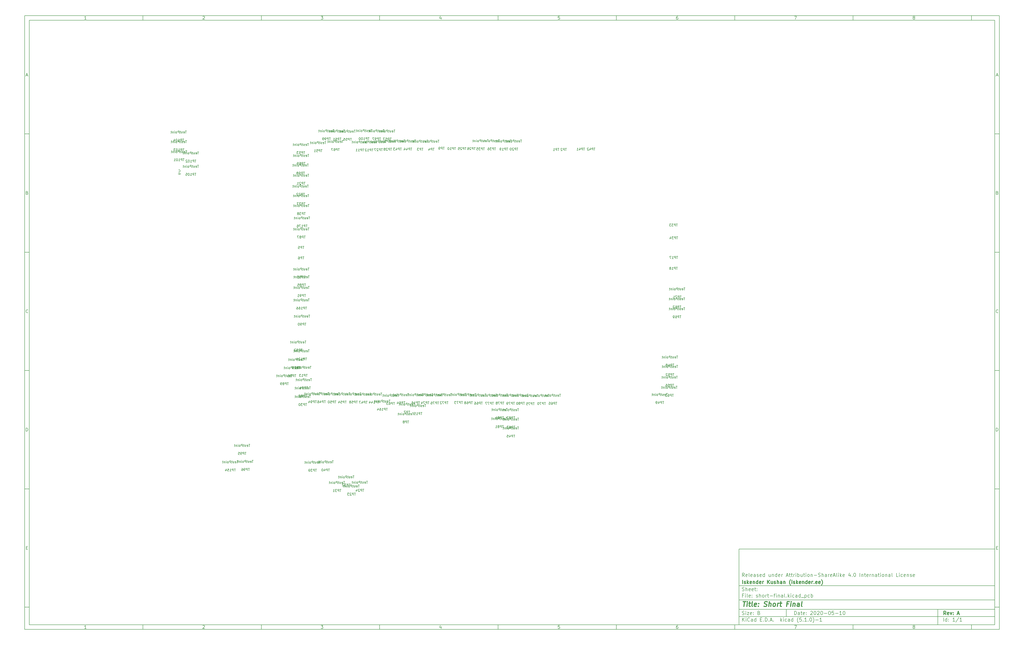
<source format=gbr>
G04 #@! TF.GenerationSoftware,KiCad,Pcbnew,(5.1.0)-1*
G04 #@! TF.CreationDate,2020-05-10T15:52:10-07:00*
G04 #@! TF.ProjectId,short-final,73686f72-742d-4666-996e-616c2e6b6963,A*
G04 #@! TF.SameCoordinates,Original*
G04 #@! TF.FileFunction,Other,Fab,Bot*
%FSLAX46Y46*%
G04 Gerber Fmt 4.6, Leading zero omitted, Abs format (unit mm)*
G04 Created by KiCad (PCBNEW (5.1.0)-1) date 2020-05-10 15:52:10*
%MOMM*%
%LPD*%
G04 APERTURE LIST*
%ADD10C,0.100000*%
%ADD11C,0.150000*%
%ADD12C,0.300000*%
%ADD13C,0.400000*%
%ADD14C,0.040000*%
G04 APERTURE END LIST*
D10*
D11*
X311800000Y-235400000D02*
X311800000Y-267400000D01*
X419800000Y-267400000D01*
X419800000Y-235400000D01*
X311800000Y-235400000D01*
D10*
D11*
X10000000Y-10000000D02*
X10000000Y-269400000D01*
X421800000Y-269400000D01*
X421800000Y-10000000D01*
X10000000Y-10000000D01*
D10*
D11*
X12000000Y-12000000D02*
X12000000Y-267400000D01*
X419800000Y-267400000D01*
X419800000Y-12000000D01*
X12000000Y-12000000D01*
D10*
D11*
X60000000Y-12000000D02*
X60000000Y-10000000D01*
D10*
D11*
X110000000Y-12000000D02*
X110000000Y-10000000D01*
D10*
D11*
X160000000Y-12000000D02*
X160000000Y-10000000D01*
D10*
D11*
X210000000Y-12000000D02*
X210000000Y-10000000D01*
D10*
D11*
X260000000Y-12000000D02*
X260000000Y-10000000D01*
D10*
D11*
X310000000Y-12000000D02*
X310000000Y-10000000D01*
D10*
D11*
X360000000Y-12000000D02*
X360000000Y-10000000D01*
D10*
D11*
X410000000Y-12000000D02*
X410000000Y-10000000D01*
D10*
D11*
X36065476Y-11588095D02*
X35322619Y-11588095D01*
X35694047Y-11588095D02*
X35694047Y-10288095D01*
X35570238Y-10473809D01*
X35446428Y-10597619D01*
X35322619Y-10659523D01*
D10*
D11*
X85322619Y-10411904D02*
X85384523Y-10350000D01*
X85508333Y-10288095D01*
X85817857Y-10288095D01*
X85941666Y-10350000D01*
X86003571Y-10411904D01*
X86065476Y-10535714D01*
X86065476Y-10659523D01*
X86003571Y-10845238D01*
X85260714Y-11588095D01*
X86065476Y-11588095D01*
D10*
D11*
X135260714Y-10288095D02*
X136065476Y-10288095D01*
X135632142Y-10783333D01*
X135817857Y-10783333D01*
X135941666Y-10845238D01*
X136003571Y-10907142D01*
X136065476Y-11030952D01*
X136065476Y-11340476D01*
X136003571Y-11464285D01*
X135941666Y-11526190D01*
X135817857Y-11588095D01*
X135446428Y-11588095D01*
X135322619Y-11526190D01*
X135260714Y-11464285D01*
D10*
D11*
X185941666Y-10721428D02*
X185941666Y-11588095D01*
X185632142Y-10226190D02*
X185322619Y-11154761D01*
X186127380Y-11154761D01*
D10*
D11*
X236003571Y-10288095D02*
X235384523Y-10288095D01*
X235322619Y-10907142D01*
X235384523Y-10845238D01*
X235508333Y-10783333D01*
X235817857Y-10783333D01*
X235941666Y-10845238D01*
X236003571Y-10907142D01*
X236065476Y-11030952D01*
X236065476Y-11340476D01*
X236003571Y-11464285D01*
X235941666Y-11526190D01*
X235817857Y-11588095D01*
X235508333Y-11588095D01*
X235384523Y-11526190D01*
X235322619Y-11464285D01*
D10*
D11*
X285941666Y-10288095D02*
X285694047Y-10288095D01*
X285570238Y-10350000D01*
X285508333Y-10411904D01*
X285384523Y-10597619D01*
X285322619Y-10845238D01*
X285322619Y-11340476D01*
X285384523Y-11464285D01*
X285446428Y-11526190D01*
X285570238Y-11588095D01*
X285817857Y-11588095D01*
X285941666Y-11526190D01*
X286003571Y-11464285D01*
X286065476Y-11340476D01*
X286065476Y-11030952D01*
X286003571Y-10907142D01*
X285941666Y-10845238D01*
X285817857Y-10783333D01*
X285570238Y-10783333D01*
X285446428Y-10845238D01*
X285384523Y-10907142D01*
X285322619Y-11030952D01*
D10*
D11*
X335260714Y-10288095D02*
X336127380Y-10288095D01*
X335570238Y-11588095D01*
D10*
D11*
X385570238Y-10845238D02*
X385446428Y-10783333D01*
X385384523Y-10721428D01*
X385322619Y-10597619D01*
X385322619Y-10535714D01*
X385384523Y-10411904D01*
X385446428Y-10350000D01*
X385570238Y-10288095D01*
X385817857Y-10288095D01*
X385941666Y-10350000D01*
X386003571Y-10411904D01*
X386065476Y-10535714D01*
X386065476Y-10597619D01*
X386003571Y-10721428D01*
X385941666Y-10783333D01*
X385817857Y-10845238D01*
X385570238Y-10845238D01*
X385446428Y-10907142D01*
X385384523Y-10969047D01*
X385322619Y-11092857D01*
X385322619Y-11340476D01*
X385384523Y-11464285D01*
X385446428Y-11526190D01*
X385570238Y-11588095D01*
X385817857Y-11588095D01*
X385941666Y-11526190D01*
X386003571Y-11464285D01*
X386065476Y-11340476D01*
X386065476Y-11092857D01*
X386003571Y-10969047D01*
X385941666Y-10907142D01*
X385817857Y-10845238D01*
D10*
D11*
X60000000Y-267400000D02*
X60000000Y-269400000D01*
D10*
D11*
X110000000Y-267400000D02*
X110000000Y-269400000D01*
D10*
D11*
X160000000Y-267400000D02*
X160000000Y-269400000D01*
D10*
D11*
X210000000Y-267400000D02*
X210000000Y-269400000D01*
D10*
D11*
X260000000Y-267400000D02*
X260000000Y-269400000D01*
D10*
D11*
X310000000Y-267400000D02*
X310000000Y-269400000D01*
D10*
D11*
X360000000Y-267400000D02*
X360000000Y-269400000D01*
D10*
D11*
X410000000Y-267400000D02*
X410000000Y-269400000D01*
D10*
D11*
X36065476Y-268988095D02*
X35322619Y-268988095D01*
X35694047Y-268988095D02*
X35694047Y-267688095D01*
X35570238Y-267873809D01*
X35446428Y-267997619D01*
X35322619Y-268059523D01*
D10*
D11*
X85322619Y-267811904D02*
X85384523Y-267750000D01*
X85508333Y-267688095D01*
X85817857Y-267688095D01*
X85941666Y-267750000D01*
X86003571Y-267811904D01*
X86065476Y-267935714D01*
X86065476Y-268059523D01*
X86003571Y-268245238D01*
X85260714Y-268988095D01*
X86065476Y-268988095D01*
D10*
D11*
X135260714Y-267688095D02*
X136065476Y-267688095D01*
X135632142Y-268183333D01*
X135817857Y-268183333D01*
X135941666Y-268245238D01*
X136003571Y-268307142D01*
X136065476Y-268430952D01*
X136065476Y-268740476D01*
X136003571Y-268864285D01*
X135941666Y-268926190D01*
X135817857Y-268988095D01*
X135446428Y-268988095D01*
X135322619Y-268926190D01*
X135260714Y-268864285D01*
D10*
D11*
X185941666Y-268121428D02*
X185941666Y-268988095D01*
X185632142Y-267626190D02*
X185322619Y-268554761D01*
X186127380Y-268554761D01*
D10*
D11*
X236003571Y-267688095D02*
X235384523Y-267688095D01*
X235322619Y-268307142D01*
X235384523Y-268245238D01*
X235508333Y-268183333D01*
X235817857Y-268183333D01*
X235941666Y-268245238D01*
X236003571Y-268307142D01*
X236065476Y-268430952D01*
X236065476Y-268740476D01*
X236003571Y-268864285D01*
X235941666Y-268926190D01*
X235817857Y-268988095D01*
X235508333Y-268988095D01*
X235384523Y-268926190D01*
X235322619Y-268864285D01*
D10*
D11*
X285941666Y-267688095D02*
X285694047Y-267688095D01*
X285570238Y-267750000D01*
X285508333Y-267811904D01*
X285384523Y-267997619D01*
X285322619Y-268245238D01*
X285322619Y-268740476D01*
X285384523Y-268864285D01*
X285446428Y-268926190D01*
X285570238Y-268988095D01*
X285817857Y-268988095D01*
X285941666Y-268926190D01*
X286003571Y-268864285D01*
X286065476Y-268740476D01*
X286065476Y-268430952D01*
X286003571Y-268307142D01*
X285941666Y-268245238D01*
X285817857Y-268183333D01*
X285570238Y-268183333D01*
X285446428Y-268245238D01*
X285384523Y-268307142D01*
X285322619Y-268430952D01*
D10*
D11*
X335260714Y-267688095D02*
X336127380Y-267688095D01*
X335570238Y-268988095D01*
D10*
D11*
X385570238Y-268245238D02*
X385446428Y-268183333D01*
X385384523Y-268121428D01*
X385322619Y-267997619D01*
X385322619Y-267935714D01*
X385384523Y-267811904D01*
X385446428Y-267750000D01*
X385570238Y-267688095D01*
X385817857Y-267688095D01*
X385941666Y-267750000D01*
X386003571Y-267811904D01*
X386065476Y-267935714D01*
X386065476Y-267997619D01*
X386003571Y-268121428D01*
X385941666Y-268183333D01*
X385817857Y-268245238D01*
X385570238Y-268245238D01*
X385446428Y-268307142D01*
X385384523Y-268369047D01*
X385322619Y-268492857D01*
X385322619Y-268740476D01*
X385384523Y-268864285D01*
X385446428Y-268926190D01*
X385570238Y-268988095D01*
X385817857Y-268988095D01*
X385941666Y-268926190D01*
X386003571Y-268864285D01*
X386065476Y-268740476D01*
X386065476Y-268492857D01*
X386003571Y-268369047D01*
X385941666Y-268307142D01*
X385817857Y-268245238D01*
D10*
D11*
X10000000Y-60000000D02*
X12000000Y-60000000D01*
D10*
D11*
X10000000Y-110000000D02*
X12000000Y-110000000D01*
D10*
D11*
X10000000Y-160000000D02*
X12000000Y-160000000D01*
D10*
D11*
X10000000Y-210000000D02*
X12000000Y-210000000D01*
D10*
D11*
X10000000Y-260000000D02*
X12000000Y-260000000D01*
D10*
D11*
X10690476Y-35216666D02*
X11309523Y-35216666D01*
X10566666Y-35588095D02*
X11000000Y-34288095D01*
X11433333Y-35588095D01*
D10*
D11*
X11092857Y-84907142D02*
X11278571Y-84969047D01*
X11340476Y-85030952D01*
X11402380Y-85154761D01*
X11402380Y-85340476D01*
X11340476Y-85464285D01*
X11278571Y-85526190D01*
X11154761Y-85588095D01*
X10659523Y-85588095D01*
X10659523Y-84288095D01*
X11092857Y-84288095D01*
X11216666Y-84350000D01*
X11278571Y-84411904D01*
X11340476Y-84535714D01*
X11340476Y-84659523D01*
X11278571Y-84783333D01*
X11216666Y-84845238D01*
X11092857Y-84907142D01*
X10659523Y-84907142D01*
D10*
D11*
X11402380Y-135464285D02*
X11340476Y-135526190D01*
X11154761Y-135588095D01*
X11030952Y-135588095D01*
X10845238Y-135526190D01*
X10721428Y-135402380D01*
X10659523Y-135278571D01*
X10597619Y-135030952D01*
X10597619Y-134845238D01*
X10659523Y-134597619D01*
X10721428Y-134473809D01*
X10845238Y-134350000D01*
X11030952Y-134288095D01*
X11154761Y-134288095D01*
X11340476Y-134350000D01*
X11402380Y-134411904D01*
D10*
D11*
X10659523Y-185588095D02*
X10659523Y-184288095D01*
X10969047Y-184288095D01*
X11154761Y-184350000D01*
X11278571Y-184473809D01*
X11340476Y-184597619D01*
X11402380Y-184845238D01*
X11402380Y-185030952D01*
X11340476Y-185278571D01*
X11278571Y-185402380D01*
X11154761Y-185526190D01*
X10969047Y-185588095D01*
X10659523Y-185588095D01*
D10*
D11*
X10721428Y-234907142D02*
X11154761Y-234907142D01*
X11340476Y-235588095D02*
X10721428Y-235588095D01*
X10721428Y-234288095D01*
X11340476Y-234288095D01*
D10*
D11*
X421800000Y-60000000D02*
X419800000Y-60000000D01*
D10*
D11*
X421800000Y-110000000D02*
X419800000Y-110000000D01*
D10*
D11*
X421800000Y-160000000D02*
X419800000Y-160000000D01*
D10*
D11*
X421800000Y-210000000D02*
X419800000Y-210000000D01*
D10*
D11*
X421800000Y-260000000D02*
X419800000Y-260000000D01*
D10*
D11*
X420490476Y-35216666D02*
X421109523Y-35216666D01*
X420366666Y-35588095D02*
X420800000Y-34288095D01*
X421233333Y-35588095D01*
D10*
D11*
X420892857Y-84907142D02*
X421078571Y-84969047D01*
X421140476Y-85030952D01*
X421202380Y-85154761D01*
X421202380Y-85340476D01*
X421140476Y-85464285D01*
X421078571Y-85526190D01*
X420954761Y-85588095D01*
X420459523Y-85588095D01*
X420459523Y-84288095D01*
X420892857Y-84288095D01*
X421016666Y-84350000D01*
X421078571Y-84411904D01*
X421140476Y-84535714D01*
X421140476Y-84659523D01*
X421078571Y-84783333D01*
X421016666Y-84845238D01*
X420892857Y-84907142D01*
X420459523Y-84907142D01*
D10*
D11*
X421202380Y-135464285D02*
X421140476Y-135526190D01*
X420954761Y-135588095D01*
X420830952Y-135588095D01*
X420645238Y-135526190D01*
X420521428Y-135402380D01*
X420459523Y-135278571D01*
X420397619Y-135030952D01*
X420397619Y-134845238D01*
X420459523Y-134597619D01*
X420521428Y-134473809D01*
X420645238Y-134350000D01*
X420830952Y-134288095D01*
X420954761Y-134288095D01*
X421140476Y-134350000D01*
X421202380Y-134411904D01*
D10*
D11*
X420459523Y-185588095D02*
X420459523Y-184288095D01*
X420769047Y-184288095D01*
X420954761Y-184350000D01*
X421078571Y-184473809D01*
X421140476Y-184597619D01*
X421202380Y-184845238D01*
X421202380Y-185030952D01*
X421140476Y-185278571D01*
X421078571Y-185402380D01*
X420954761Y-185526190D01*
X420769047Y-185588095D01*
X420459523Y-185588095D01*
D10*
D11*
X420521428Y-234907142D02*
X420954761Y-234907142D01*
X421140476Y-235588095D02*
X420521428Y-235588095D01*
X420521428Y-234288095D01*
X421140476Y-234288095D01*
D10*
D11*
X335232142Y-263178571D02*
X335232142Y-261678571D01*
X335589285Y-261678571D01*
X335803571Y-261750000D01*
X335946428Y-261892857D01*
X336017857Y-262035714D01*
X336089285Y-262321428D01*
X336089285Y-262535714D01*
X336017857Y-262821428D01*
X335946428Y-262964285D01*
X335803571Y-263107142D01*
X335589285Y-263178571D01*
X335232142Y-263178571D01*
X337375000Y-263178571D02*
X337375000Y-262392857D01*
X337303571Y-262250000D01*
X337160714Y-262178571D01*
X336875000Y-262178571D01*
X336732142Y-262250000D01*
X337375000Y-263107142D02*
X337232142Y-263178571D01*
X336875000Y-263178571D01*
X336732142Y-263107142D01*
X336660714Y-262964285D01*
X336660714Y-262821428D01*
X336732142Y-262678571D01*
X336875000Y-262607142D01*
X337232142Y-262607142D01*
X337375000Y-262535714D01*
X337875000Y-262178571D02*
X338446428Y-262178571D01*
X338089285Y-261678571D02*
X338089285Y-262964285D01*
X338160714Y-263107142D01*
X338303571Y-263178571D01*
X338446428Y-263178571D01*
X339517857Y-263107142D02*
X339375000Y-263178571D01*
X339089285Y-263178571D01*
X338946428Y-263107142D01*
X338875000Y-262964285D01*
X338875000Y-262392857D01*
X338946428Y-262250000D01*
X339089285Y-262178571D01*
X339375000Y-262178571D01*
X339517857Y-262250000D01*
X339589285Y-262392857D01*
X339589285Y-262535714D01*
X338875000Y-262678571D01*
X340232142Y-263035714D02*
X340303571Y-263107142D01*
X340232142Y-263178571D01*
X340160714Y-263107142D01*
X340232142Y-263035714D01*
X340232142Y-263178571D01*
X340232142Y-262250000D02*
X340303571Y-262321428D01*
X340232142Y-262392857D01*
X340160714Y-262321428D01*
X340232142Y-262250000D01*
X340232142Y-262392857D01*
X342017857Y-261821428D02*
X342089285Y-261750000D01*
X342232142Y-261678571D01*
X342589285Y-261678571D01*
X342732142Y-261750000D01*
X342803571Y-261821428D01*
X342875000Y-261964285D01*
X342875000Y-262107142D01*
X342803571Y-262321428D01*
X341946428Y-263178571D01*
X342875000Y-263178571D01*
X343803571Y-261678571D02*
X343946428Y-261678571D01*
X344089285Y-261750000D01*
X344160714Y-261821428D01*
X344232142Y-261964285D01*
X344303571Y-262250000D01*
X344303571Y-262607142D01*
X344232142Y-262892857D01*
X344160714Y-263035714D01*
X344089285Y-263107142D01*
X343946428Y-263178571D01*
X343803571Y-263178571D01*
X343660714Y-263107142D01*
X343589285Y-263035714D01*
X343517857Y-262892857D01*
X343446428Y-262607142D01*
X343446428Y-262250000D01*
X343517857Y-261964285D01*
X343589285Y-261821428D01*
X343660714Y-261750000D01*
X343803571Y-261678571D01*
X344875000Y-261821428D02*
X344946428Y-261750000D01*
X345089285Y-261678571D01*
X345446428Y-261678571D01*
X345589285Y-261750000D01*
X345660714Y-261821428D01*
X345732142Y-261964285D01*
X345732142Y-262107142D01*
X345660714Y-262321428D01*
X344803571Y-263178571D01*
X345732142Y-263178571D01*
X346660714Y-261678571D02*
X346803571Y-261678571D01*
X346946428Y-261750000D01*
X347017857Y-261821428D01*
X347089285Y-261964285D01*
X347160714Y-262250000D01*
X347160714Y-262607142D01*
X347089285Y-262892857D01*
X347017857Y-263035714D01*
X346946428Y-263107142D01*
X346803571Y-263178571D01*
X346660714Y-263178571D01*
X346517857Y-263107142D01*
X346446428Y-263035714D01*
X346375000Y-262892857D01*
X346303571Y-262607142D01*
X346303571Y-262250000D01*
X346375000Y-261964285D01*
X346446428Y-261821428D01*
X346517857Y-261750000D01*
X346660714Y-261678571D01*
X347803571Y-262607142D02*
X348946428Y-262607142D01*
X349946428Y-261678571D02*
X350089285Y-261678571D01*
X350232142Y-261750000D01*
X350303571Y-261821428D01*
X350375000Y-261964285D01*
X350446428Y-262250000D01*
X350446428Y-262607142D01*
X350375000Y-262892857D01*
X350303571Y-263035714D01*
X350232142Y-263107142D01*
X350089285Y-263178571D01*
X349946428Y-263178571D01*
X349803571Y-263107142D01*
X349732142Y-263035714D01*
X349660714Y-262892857D01*
X349589285Y-262607142D01*
X349589285Y-262250000D01*
X349660714Y-261964285D01*
X349732142Y-261821428D01*
X349803571Y-261750000D01*
X349946428Y-261678571D01*
X351803571Y-261678571D02*
X351089285Y-261678571D01*
X351017857Y-262392857D01*
X351089285Y-262321428D01*
X351232142Y-262250000D01*
X351589285Y-262250000D01*
X351732142Y-262321428D01*
X351803571Y-262392857D01*
X351875000Y-262535714D01*
X351875000Y-262892857D01*
X351803571Y-263035714D01*
X351732142Y-263107142D01*
X351589285Y-263178571D01*
X351232142Y-263178571D01*
X351089285Y-263107142D01*
X351017857Y-263035714D01*
X352517857Y-262607142D02*
X353660714Y-262607142D01*
X355160714Y-263178571D02*
X354303571Y-263178571D01*
X354732142Y-263178571D02*
X354732142Y-261678571D01*
X354589285Y-261892857D01*
X354446428Y-262035714D01*
X354303571Y-262107142D01*
X356089285Y-261678571D02*
X356232142Y-261678571D01*
X356375000Y-261750000D01*
X356446428Y-261821428D01*
X356517857Y-261964285D01*
X356589285Y-262250000D01*
X356589285Y-262607142D01*
X356517857Y-262892857D01*
X356446428Y-263035714D01*
X356375000Y-263107142D01*
X356232142Y-263178571D01*
X356089285Y-263178571D01*
X355946428Y-263107142D01*
X355875000Y-263035714D01*
X355803571Y-262892857D01*
X355732142Y-262607142D01*
X355732142Y-262250000D01*
X355803571Y-261964285D01*
X355875000Y-261821428D01*
X355946428Y-261750000D01*
X356089285Y-261678571D01*
D10*
D11*
X311800000Y-263900000D02*
X419800000Y-263900000D01*
D10*
D11*
X313232142Y-265978571D02*
X313232142Y-264478571D01*
X314089285Y-265978571D02*
X313446428Y-265121428D01*
X314089285Y-264478571D02*
X313232142Y-265335714D01*
X314732142Y-265978571D02*
X314732142Y-264978571D01*
X314732142Y-264478571D02*
X314660714Y-264550000D01*
X314732142Y-264621428D01*
X314803571Y-264550000D01*
X314732142Y-264478571D01*
X314732142Y-264621428D01*
X316303571Y-265835714D02*
X316232142Y-265907142D01*
X316017857Y-265978571D01*
X315875000Y-265978571D01*
X315660714Y-265907142D01*
X315517857Y-265764285D01*
X315446428Y-265621428D01*
X315375000Y-265335714D01*
X315375000Y-265121428D01*
X315446428Y-264835714D01*
X315517857Y-264692857D01*
X315660714Y-264550000D01*
X315875000Y-264478571D01*
X316017857Y-264478571D01*
X316232142Y-264550000D01*
X316303571Y-264621428D01*
X317589285Y-265978571D02*
X317589285Y-265192857D01*
X317517857Y-265050000D01*
X317375000Y-264978571D01*
X317089285Y-264978571D01*
X316946428Y-265050000D01*
X317589285Y-265907142D02*
X317446428Y-265978571D01*
X317089285Y-265978571D01*
X316946428Y-265907142D01*
X316875000Y-265764285D01*
X316875000Y-265621428D01*
X316946428Y-265478571D01*
X317089285Y-265407142D01*
X317446428Y-265407142D01*
X317589285Y-265335714D01*
X318946428Y-265978571D02*
X318946428Y-264478571D01*
X318946428Y-265907142D02*
X318803571Y-265978571D01*
X318517857Y-265978571D01*
X318375000Y-265907142D01*
X318303571Y-265835714D01*
X318232142Y-265692857D01*
X318232142Y-265264285D01*
X318303571Y-265121428D01*
X318375000Y-265050000D01*
X318517857Y-264978571D01*
X318803571Y-264978571D01*
X318946428Y-265050000D01*
X320803571Y-265192857D02*
X321303571Y-265192857D01*
X321517857Y-265978571D02*
X320803571Y-265978571D01*
X320803571Y-264478571D01*
X321517857Y-264478571D01*
X322160714Y-265835714D02*
X322232142Y-265907142D01*
X322160714Y-265978571D01*
X322089285Y-265907142D01*
X322160714Y-265835714D01*
X322160714Y-265978571D01*
X322875000Y-265978571D02*
X322875000Y-264478571D01*
X323232142Y-264478571D01*
X323446428Y-264550000D01*
X323589285Y-264692857D01*
X323660714Y-264835714D01*
X323732142Y-265121428D01*
X323732142Y-265335714D01*
X323660714Y-265621428D01*
X323589285Y-265764285D01*
X323446428Y-265907142D01*
X323232142Y-265978571D01*
X322875000Y-265978571D01*
X324375000Y-265835714D02*
X324446428Y-265907142D01*
X324375000Y-265978571D01*
X324303571Y-265907142D01*
X324375000Y-265835714D01*
X324375000Y-265978571D01*
X325017857Y-265550000D02*
X325732142Y-265550000D01*
X324875000Y-265978571D02*
X325375000Y-264478571D01*
X325875000Y-265978571D01*
X326375000Y-265835714D02*
X326446428Y-265907142D01*
X326375000Y-265978571D01*
X326303571Y-265907142D01*
X326375000Y-265835714D01*
X326375000Y-265978571D01*
X329375000Y-265978571D02*
X329375000Y-264478571D01*
X329517857Y-265407142D02*
X329946428Y-265978571D01*
X329946428Y-264978571D02*
X329375000Y-265550000D01*
X330589285Y-265978571D02*
X330589285Y-264978571D01*
X330589285Y-264478571D02*
X330517857Y-264550000D01*
X330589285Y-264621428D01*
X330660714Y-264550000D01*
X330589285Y-264478571D01*
X330589285Y-264621428D01*
X331946428Y-265907142D02*
X331803571Y-265978571D01*
X331517857Y-265978571D01*
X331375000Y-265907142D01*
X331303571Y-265835714D01*
X331232142Y-265692857D01*
X331232142Y-265264285D01*
X331303571Y-265121428D01*
X331375000Y-265050000D01*
X331517857Y-264978571D01*
X331803571Y-264978571D01*
X331946428Y-265050000D01*
X333232142Y-265978571D02*
X333232142Y-265192857D01*
X333160714Y-265050000D01*
X333017857Y-264978571D01*
X332732142Y-264978571D01*
X332589285Y-265050000D01*
X333232142Y-265907142D02*
X333089285Y-265978571D01*
X332732142Y-265978571D01*
X332589285Y-265907142D01*
X332517857Y-265764285D01*
X332517857Y-265621428D01*
X332589285Y-265478571D01*
X332732142Y-265407142D01*
X333089285Y-265407142D01*
X333232142Y-265335714D01*
X334589285Y-265978571D02*
X334589285Y-264478571D01*
X334589285Y-265907142D02*
X334446428Y-265978571D01*
X334160714Y-265978571D01*
X334017857Y-265907142D01*
X333946428Y-265835714D01*
X333875000Y-265692857D01*
X333875000Y-265264285D01*
X333946428Y-265121428D01*
X334017857Y-265050000D01*
X334160714Y-264978571D01*
X334446428Y-264978571D01*
X334589285Y-265050000D01*
X336875000Y-266550000D02*
X336803571Y-266478571D01*
X336660714Y-266264285D01*
X336589285Y-266121428D01*
X336517857Y-265907142D01*
X336446428Y-265550000D01*
X336446428Y-265264285D01*
X336517857Y-264907142D01*
X336589285Y-264692857D01*
X336660714Y-264550000D01*
X336803571Y-264335714D01*
X336875000Y-264264285D01*
X338160714Y-264478571D02*
X337446428Y-264478571D01*
X337375000Y-265192857D01*
X337446428Y-265121428D01*
X337589285Y-265050000D01*
X337946428Y-265050000D01*
X338089285Y-265121428D01*
X338160714Y-265192857D01*
X338232142Y-265335714D01*
X338232142Y-265692857D01*
X338160714Y-265835714D01*
X338089285Y-265907142D01*
X337946428Y-265978571D01*
X337589285Y-265978571D01*
X337446428Y-265907142D01*
X337375000Y-265835714D01*
X338875000Y-265835714D02*
X338946428Y-265907142D01*
X338875000Y-265978571D01*
X338803571Y-265907142D01*
X338875000Y-265835714D01*
X338875000Y-265978571D01*
X340375000Y-265978571D02*
X339517857Y-265978571D01*
X339946428Y-265978571D02*
X339946428Y-264478571D01*
X339803571Y-264692857D01*
X339660714Y-264835714D01*
X339517857Y-264907142D01*
X341017857Y-265835714D02*
X341089285Y-265907142D01*
X341017857Y-265978571D01*
X340946428Y-265907142D01*
X341017857Y-265835714D01*
X341017857Y-265978571D01*
X342017857Y-264478571D02*
X342160714Y-264478571D01*
X342303571Y-264550000D01*
X342375000Y-264621428D01*
X342446428Y-264764285D01*
X342517857Y-265050000D01*
X342517857Y-265407142D01*
X342446428Y-265692857D01*
X342375000Y-265835714D01*
X342303571Y-265907142D01*
X342160714Y-265978571D01*
X342017857Y-265978571D01*
X341875000Y-265907142D01*
X341803571Y-265835714D01*
X341732142Y-265692857D01*
X341660714Y-265407142D01*
X341660714Y-265050000D01*
X341732142Y-264764285D01*
X341803571Y-264621428D01*
X341875000Y-264550000D01*
X342017857Y-264478571D01*
X343017857Y-266550000D02*
X343089285Y-266478571D01*
X343232142Y-266264285D01*
X343303571Y-266121428D01*
X343375000Y-265907142D01*
X343446428Y-265550000D01*
X343446428Y-265264285D01*
X343375000Y-264907142D01*
X343303571Y-264692857D01*
X343232142Y-264550000D01*
X343089285Y-264335714D01*
X343017857Y-264264285D01*
X344160714Y-265407142D02*
X345303571Y-265407142D01*
X346803571Y-265978571D02*
X345946428Y-265978571D01*
X346375000Y-265978571D02*
X346375000Y-264478571D01*
X346232142Y-264692857D01*
X346089285Y-264835714D01*
X345946428Y-264907142D01*
D10*
D11*
X311800000Y-260900000D02*
X419800000Y-260900000D01*
D10*
D12*
X399209285Y-263178571D02*
X398709285Y-262464285D01*
X398352142Y-263178571D02*
X398352142Y-261678571D01*
X398923571Y-261678571D01*
X399066428Y-261750000D01*
X399137857Y-261821428D01*
X399209285Y-261964285D01*
X399209285Y-262178571D01*
X399137857Y-262321428D01*
X399066428Y-262392857D01*
X398923571Y-262464285D01*
X398352142Y-262464285D01*
X400423571Y-263107142D02*
X400280714Y-263178571D01*
X399995000Y-263178571D01*
X399852142Y-263107142D01*
X399780714Y-262964285D01*
X399780714Y-262392857D01*
X399852142Y-262250000D01*
X399995000Y-262178571D01*
X400280714Y-262178571D01*
X400423571Y-262250000D01*
X400495000Y-262392857D01*
X400495000Y-262535714D01*
X399780714Y-262678571D01*
X400995000Y-262178571D02*
X401352142Y-263178571D01*
X401709285Y-262178571D01*
X402280714Y-263035714D02*
X402352142Y-263107142D01*
X402280714Y-263178571D01*
X402209285Y-263107142D01*
X402280714Y-263035714D01*
X402280714Y-263178571D01*
X402280714Y-262250000D02*
X402352142Y-262321428D01*
X402280714Y-262392857D01*
X402209285Y-262321428D01*
X402280714Y-262250000D01*
X402280714Y-262392857D01*
X404066428Y-262750000D02*
X404780714Y-262750000D01*
X403923571Y-263178571D02*
X404423571Y-261678571D01*
X404923571Y-263178571D01*
D10*
D11*
X313160714Y-263107142D02*
X313375000Y-263178571D01*
X313732142Y-263178571D01*
X313875000Y-263107142D01*
X313946428Y-263035714D01*
X314017857Y-262892857D01*
X314017857Y-262750000D01*
X313946428Y-262607142D01*
X313875000Y-262535714D01*
X313732142Y-262464285D01*
X313446428Y-262392857D01*
X313303571Y-262321428D01*
X313232142Y-262250000D01*
X313160714Y-262107142D01*
X313160714Y-261964285D01*
X313232142Y-261821428D01*
X313303571Y-261750000D01*
X313446428Y-261678571D01*
X313803571Y-261678571D01*
X314017857Y-261750000D01*
X314660714Y-263178571D02*
X314660714Y-262178571D01*
X314660714Y-261678571D02*
X314589285Y-261750000D01*
X314660714Y-261821428D01*
X314732142Y-261750000D01*
X314660714Y-261678571D01*
X314660714Y-261821428D01*
X315232142Y-262178571D02*
X316017857Y-262178571D01*
X315232142Y-263178571D01*
X316017857Y-263178571D01*
X317160714Y-263107142D02*
X317017857Y-263178571D01*
X316732142Y-263178571D01*
X316589285Y-263107142D01*
X316517857Y-262964285D01*
X316517857Y-262392857D01*
X316589285Y-262250000D01*
X316732142Y-262178571D01*
X317017857Y-262178571D01*
X317160714Y-262250000D01*
X317232142Y-262392857D01*
X317232142Y-262535714D01*
X316517857Y-262678571D01*
X317875000Y-263035714D02*
X317946428Y-263107142D01*
X317875000Y-263178571D01*
X317803571Y-263107142D01*
X317875000Y-263035714D01*
X317875000Y-263178571D01*
X317875000Y-262250000D02*
X317946428Y-262321428D01*
X317875000Y-262392857D01*
X317803571Y-262321428D01*
X317875000Y-262250000D01*
X317875000Y-262392857D01*
X320232142Y-262392857D02*
X320446428Y-262464285D01*
X320517857Y-262535714D01*
X320589285Y-262678571D01*
X320589285Y-262892857D01*
X320517857Y-263035714D01*
X320446428Y-263107142D01*
X320303571Y-263178571D01*
X319732142Y-263178571D01*
X319732142Y-261678571D01*
X320232142Y-261678571D01*
X320375000Y-261750000D01*
X320446428Y-261821428D01*
X320517857Y-261964285D01*
X320517857Y-262107142D01*
X320446428Y-262250000D01*
X320375000Y-262321428D01*
X320232142Y-262392857D01*
X319732142Y-262392857D01*
D10*
D11*
X398232142Y-265978571D02*
X398232142Y-264478571D01*
X399589285Y-265978571D02*
X399589285Y-264478571D01*
X399589285Y-265907142D02*
X399446428Y-265978571D01*
X399160714Y-265978571D01*
X399017857Y-265907142D01*
X398946428Y-265835714D01*
X398875000Y-265692857D01*
X398875000Y-265264285D01*
X398946428Y-265121428D01*
X399017857Y-265050000D01*
X399160714Y-264978571D01*
X399446428Y-264978571D01*
X399589285Y-265050000D01*
X400303571Y-265835714D02*
X400375000Y-265907142D01*
X400303571Y-265978571D01*
X400232142Y-265907142D01*
X400303571Y-265835714D01*
X400303571Y-265978571D01*
X400303571Y-265050000D02*
X400375000Y-265121428D01*
X400303571Y-265192857D01*
X400232142Y-265121428D01*
X400303571Y-265050000D01*
X400303571Y-265192857D01*
X402946428Y-265978571D02*
X402089285Y-265978571D01*
X402517857Y-265978571D02*
X402517857Y-264478571D01*
X402375000Y-264692857D01*
X402232142Y-264835714D01*
X402089285Y-264907142D01*
X404660714Y-264407142D02*
X403375000Y-266335714D01*
X405946428Y-265978571D02*
X405089285Y-265978571D01*
X405517857Y-265978571D02*
X405517857Y-264478571D01*
X405375000Y-264692857D01*
X405232142Y-264835714D01*
X405089285Y-264907142D01*
D10*
D11*
X311800000Y-256900000D02*
X419800000Y-256900000D01*
D10*
D13*
X313512380Y-257604761D02*
X314655238Y-257604761D01*
X313833809Y-259604761D02*
X314083809Y-257604761D01*
X315071904Y-259604761D02*
X315238571Y-258271428D01*
X315321904Y-257604761D02*
X315214761Y-257700000D01*
X315298095Y-257795238D01*
X315405238Y-257700000D01*
X315321904Y-257604761D01*
X315298095Y-257795238D01*
X315905238Y-258271428D02*
X316667142Y-258271428D01*
X316274285Y-257604761D02*
X316060000Y-259319047D01*
X316131428Y-259509523D01*
X316310000Y-259604761D01*
X316500476Y-259604761D01*
X317452857Y-259604761D02*
X317274285Y-259509523D01*
X317202857Y-259319047D01*
X317417142Y-257604761D01*
X318988571Y-259509523D02*
X318786190Y-259604761D01*
X318405238Y-259604761D01*
X318226666Y-259509523D01*
X318155238Y-259319047D01*
X318250476Y-258557142D01*
X318369523Y-258366666D01*
X318571904Y-258271428D01*
X318952857Y-258271428D01*
X319131428Y-258366666D01*
X319202857Y-258557142D01*
X319179047Y-258747619D01*
X318202857Y-258938095D01*
X319952857Y-259414285D02*
X320036190Y-259509523D01*
X319929047Y-259604761D01*
X319845714Y-259509523D01*
X319952857Y-259414285D01*
X319929047Y-259604761D01*
X320083809Y-258366666D02*
X320167142Y-258461904D01*
X320060000Y-258557142D01*
X319976666Y-258461904D01*
X320083809Y-258366666D01*
X320060000Y-258557142D01*
X322321904Y-259509523D02*
X322595714Y-259604761D01*
X323071904Y-259604761D01*
X323274285Y-259509523D01*
X323381428Y-259414285D01*
X323500476Y-259223809D01*
X323524285Y-259033333D01*
X323452857Y-258842857D01*
X323369523Y-258747619D01*
X323190952Y-258652380D01*
X322821904Y-258557142D01*
X322643333Y-258461904D01*
X322560000Y-258366666D01*
X322488571Y-258176190D01*
X322512380Y-257985714D01*
X322631428Y-257795238D01*
X322738571Y-257700000D01*
X322940952Y-257604761D01*
X323417142Y-257604761D01*
X323690952Y-257700000D01*
X324310000Y-259604761D02*
X324560000Y-257604761D01*
X325167142Y-259604761D02*
X325298095Y-258557142D01*
X325226666Y-258366666D01*
X325048095Y-258271428D01*
X324762380Y-258271428D01*
X324560000Y-258366666D01*
X324452857Y-258461904D01*
X326405238Y-259604761D02*
X326226666Y-259509523D01*
X326143333Y-259414285D01*
X326071904Y-259223809D01*
X326143333Y-258652380D01*
X326262380Y-258461904D01*
X326369523Y-258366666D01*
X326571904Y-258271428D01*
X326857619Y-258271428D01*
X327036190Y-258366666D01*
X327119523Y-258461904D01*
X327190952Y-258652380D01*
X327119523Y-259223809D01*
X327000476Y-259414285D01*
X326893333Y-259509523D01*
X326690952Y-259604761D01*
X326405238Y-259604761D01*
X327929047Y-259604761D02*
X328095714Y-258271428D01*
X328048095Y-258652380D02*
X328167142Y-258461904D01*
X328274285Y-258366666D01*
X328476666Y-258271428D01*
X328667142Y-258271428D01*
X329048095Y-258271428D02*
X329810000Y-258271428D01*
X329417142Y-257604761D02*
X329202857Y-259319047D01*
X329274285Y-259509523D01*
X329452857Y-259604761D01*
X329643333Y-259604761D01*
X332631428Y-258557142D02*
X331964761Y-258557142D01*
X331833809Y-259604761D02*
X332083809Y-257604761D01*
X333036190Y-257604761D01*
X333548095Y-259604761D02*
X333714761Y-258271428D01*
X333798095Y-257604761D02*
X333690952Y-257700000D01*
X333774285Y-257795238D01*
X333881428Y-257700000D01*
X333798095Y-257604761D01*
X333774285Y-257795238D01*
X334667142Y-258271428D02*
X334500476Y-259604761D01*
X334643333Y-258461904D02*
X334750476Y-258366666D01*
X334952857Y-258271428D01*
X335238571Y-258271428D01*
X335417142Y-258366666D01*
X335488571Y-258557142D01*
X335357619Y-259604761D01*
X337167142Y-259604761D02*
X337298095Y-258557142D01*
X337226666Y-258366666D01*
X337048095Y-258271428D01*
X336667142Y-258271428D01*
X336464761Y-258366666D01*
X337179047Y-259509523D02*
X336976666Y-259604761D01*
X336500476Y-259604761D01*
X336321904Y-259509523D01*
X336250476Y-259319047D01*
X336274285Y-259128571D01*
X336393333Y-258938095D01*
X336595714Y-258842857D01*
X337071904Y-258842857D01*
X337274285Y-258747619D01*
X338405238Y-259604761D02*
X338226666Y-259509523D01*
X338155238Y-259319047D01*
X338369523Y-257604761D01*
D10*
D11*
X313732142Y-254992857D02*
X313232142Y-254992857D01*
X313232142Y-255778571D02*
X313232142Y-254278571D01*
X313946428Y-254278571D01*
X314517857Y-255778571D02*
X314517857Y-254778571D01*
X314517857Y-254278571D02*
X314446428Y-254350000D01*
X314517857Y-254421428D01*
X314589285Y-254350000D01*
X314517857Y-254278571D01*
X314517857Y-254421428D01*
X315446428Y-255778571D02*
X315303571Y-255707142D01*
X315232142Y-255564285D01*
X315232142Y-254278571D01*
X316589285Y-255707142D02*
X316446428Y-255778571D01*
X316160714Y-255778571D01*
X316017857Y-255707142D01*
X315946428Y-255564285D01*
X315946428Y-254992857D01*
X316017857Y-254850000D01*
X316160714Y-254778571D01*
X316446428Y-254778571D01*
X316589285Y-254850000D01*
X316660714Y-254992857D01*
X316660714Y-255135714D01*
X315946428Y-255278571D01*
X317303571Y-255635714D02*
X317375000Y-255707142D01*
X317303571Y-255778571D01*
X317232142Y-255707142D01*
X317303571Y-255635714D01*
X317303571Y-255778571D01*
X317303571Y-254850000D02*
X317375000Y-254921428D01*
X317303571Y-254992857D01*
X317232142Y-254921428D01*
X317303571Y-254850000D01*
X317303571Y-254992857D01*
X319089285Y-255707142D02*
X319232142Y-255778571D01*
X319517857Y-255778571D01*
X319660714Y-255707142D01*
X319732142Y-255564285D01*
X319732142Y-255492857D01*
X319660714Y-255350000D01*
X319517857Y-255278571D01*
X319303571Y-255278571D01*
X319160714Y-255207142D01*
X319089285Y-255064285D01*
X319089285Y-254992857D01*
X319160714Y-254850000D01*
X319303571Y-254778571D01*
X319517857Y-254778571D01*
X319660714Y-254850000D01*
X320375000Y-255778571D02*
X320375000Y-254278571D01*
X321017857Y-255778571D02*
X321017857Y-254992857D01*
X320946428Y-254850000D01*
X320803571Y-254778571D01*
X320589285Y-254778571D01*
X320446428Y-254850000D01*
X320375000Y-254921428D01*
X321946428Y-255778571D02*
X321803571Y-255707142D01*
X321732142Y-255635714D01*
X321660714Y-255492857D01*
X321660714Y-255064285D01*
X321732142Y-254921428D01*
X321803571Y-254850000D01*
X321946428Y-254778571D01*
X322160714Y-254778571D01*
X322303571Y-254850000D01*
X322375000Y-254921428D01*
X322446428Y-255064285D01*
X322446428Y-255492857D01*
X322375000Y-255635714D01*
X322303571Y-255707142D01*
X322160714Y-255778571D01*
X321946428Y-255778571D01*
X323089285Y-255778571D02*
X323089285Y-254778571D01*
X323089285Y-255064285D02*
X323160714Y-254921428D01*
X323232142Y-254850000D01*
X323375000Y-254778571D01*
X323517857Y-254778571D01*
X323803571Y-254778571D02*
X324375000Y-254778571D01*
X324017857Y-254278571D02*
X324017857Y-255564285D01*
X324089285Y-255707142D01*
X324232142Y-255778571D01*
X324375000Y-255778571D01*
X324875000Y-255207142D02*
X326017857Y-255207142D01*
X326517857Y-254778571D02*
X327089285Y-254778571D01*
X326732142Y-255778571D02*
X326732142Y-254492857D01*
X326803571Y-254350000D01*
X326946428Y-254278571D01*
X327089285Y-254278571D01*
X327589285Y-255778571D02*
X327589285Y-254778571D01*
X327589285Y-254278571D02*
X327517857Y-254350000D01*
X327589285Y-254421428D01*
X327660714Y-254350000D01*
X327589285Y-254278571D01*
X327589285Y-254421428D01*
X328303571Y-254778571D02*
X328303571Y-255778571D01*
X328303571Y-254921428D02*
X328375000Y-254850000D01*
X328517857Y-254778571D01*
X328732142Y-254778571D01*
X328875000Y-254850000D01*
X328946428Y-254992857D01*
X328946428Y-255778571D01*
X330303571Y-255778571D02*
X330303571Y-254992857D01*
X330232142Y-254850000D01*
X330089285Y-254778571D01*
X329803571Y-254778571D01*
X329660714Y-254850000D01*
X330303571Y-255707142D02*
X330160714Y-255778571D01*
X329803571Y-255778571D01*
X329660714Y-255707142D01*
X329589285Y-255564285D01*
X329589285Y-255421428D01*
X329660714Y-255278571D01*
X329803571Y-255207142D01*
X330160714Y-255207142D01*
X330303571Y-255135714D01*
X331232142Y-255778571D02*
X331089285Y-255707142D01*
X331017857Y-255564285D01*
X331017857Y-254278571D01*
X331803571Y-255635714D02*
X331875000Y-255707142D01*
X331803571Y-255778571D01*
X331732142Y-255707142D01*
X331803571Y-255635714D01*
X331803571Y-255778571D01*
X332517857Y-255778571D02*
X332517857Y-254278571D01*
X332660714Y-255207142D02*
X333089285Y-255778571D01*
X333089285Y-254778571D02*
X332517857Y-255350000D01*
X333732142Y-255778571D02*
X333732142Y-254778571D01*
X333732142Y-254278571D02*
X333660714Y-254350000D01*
X333732142Y-254421428D01*
X333803571Y-254350000D01*
X333732142Y-254278571D01*
X333732142Y-254421428D01*
X335089285Y-255707142D02*
X334946428Y-255778571D01*
X334660714Y-255778571D01*
X334517857Y-255707142D01*
X334446428Y-255635714D01*
X334375000Y-255492857D01*
X334375000Y-255064285D01*
X334446428Y-254921428D01*
X334517857Y-254850000D01*
X334660714Y-254778571D01*
X334946428Y-254778571D01*
X335089285Y-254850000D01*
X336375000Y-255778571D02*
X336375000Y-254992857D01*
X336303571Y-254850000D01*
X336160714Y-254778571D01*
X335875000Y-254778571D01*
X335732142Y-254850000D01*
X336375000Y-255707142D02*
X336232142Y-255778571D01*
X335875000Y-255778571D01*
X335732142Y-255707142D01*
X335660714Y-255564285D01*
X335660714Y-255421428D01*
X335732142Y-255278571D01*
X335875000Y-255207142D01*
X336232142Y-255207142D01*
X336375000Y-255135714D01*
X337732142Y-255778571D02*
X337732142Y-254278571D01*
X337732142Y-255707142D02*
X337589285Y-255778571D01*
X337303571Y-255778571D01*
X337160714Y-255707142D01*
X337089285Y-255635714D01*
X337017857Y-255492857D01*
X337017857Y-255064285D01*
X337089285Y-254921428D01*
X337160714Y-254850000D01*
X337303571Y-254778571D01*
X337589285Y-254778571D01*
X337732142Y-254850000D01*
X338089285Y-255921428D02*
X339232142Y-255921428D01*
X339589285Y-254778571D02*
X339589285Y-256278571D01*
X339589285Y-254850000D02*
X339732142Y-254778571D01*
X340017857Y-254778571D01*
X340160714Y-254850000D01*
X340232142Y-254921428D01*
X340303571Y-255064285D01*
X340303571Y-255492857D01*
X340232142Y-255635714D01*
X340160714Y-255707142D01*
X340017857Y-255778571D01*
X339732142Y-255778571D01*
X339589285Y-255707142D01*
X341589285Y-255707142D02*
X341446428Y-255778571D01*
X341160714Y-255778571D01*
X341017857Y-255707142D01*
X340946428Y-255635714D01*
X340875000Y-255492857D01*
X340875000Y-255064285D01*
X340946428Y-254921428D01*
X341017857Y-254850000D01*
X341160714Y-254778571D01*
X341446428Y-254778571D01*
X341589285Y-254850000D01*
X342232142Y-255778571D02*
X342232142Y-254278571D01*
X342232142Y-254850000D02*
X342375000Y-254778571D01*
X342660714Y-254778571D01*
X342803571Y-254850000D01*
X342875000Y-254921428D01*
X342946428Y-255064285D01*
X342946428Y-255492857D01*
X342875000Y-255635714D01*
X342803571Y-255707142D01*
X342660714Y-255778571D01*
X342375000Y-255778571D01*
X342232142Y-255707142D01*
D10*
D11*
X311800000Y-250900000D02*
X419800000Y-250900000D01*
D10*
D11*
X313160714Y-253007142D02*
X313375000Y-253078571D01*
X313732142Y-253078571D01*
X313875000Y-253007142D01*
X313946428Y-252935714D01*
X314017857Y-252792857D01*
X314017857Y-252650000D01*
X313946428Y-252507142D01*
X313875000Y-252435714D01*
X313732142Y-252364285D01*
X313446428Y-252292857D01*
X313303571Y-252221428D01*
X313232142Y-252150000D01*
X313160714Y-252007142D01*
X313160714Y-251864285D01*
X313232142Y-251721428D01*
X313303571Y-251650000D01*
X313446428Y-251578571D01*
X313803571Y-251578571D01*
X314017857Y-251650000D01*
X314660714Y-253078571D02*
X314660714Y-251578571D01*
X315303571Y-253078571D02*
X315303571Y-252292857D01*
X315232142Y-252150000D01*
X315089285Y-252078571D01*
X314875000Y-252078571D01*
X314732142Y-252150000D01*
X314660714Y-252221428D01*
X316589285Y-253007142D02*
X316446428Y-253078571D01*
X316160714Y-253078571D01*
X316017857Y-253007142D01*
X315946428Y-252864285D01*
X315946428Y-252292857D01*
X316017857Y-252150000D01*
X316160714Y-252078571D01*
X316446428Y-252078571D01*
X316589285Y-252150000D01*
X316660714Y-252292857D01*
X316660714Y-252435714D01*
X315946428Y-252578571D01*
X317875000Y-253007142D02*
X317732142Y-253078571D01*
X317446428Y-253078571D01*
X317303571Y-253007142D01*
X317232142Y-252864285D01*
X317232142Y-252292857D01*
X317303571Y-252150000D01*
X317446428Y-252078571D01*
X317732142Y-252078571D01*
X317875000Y-252150000D01*
X317946428Y-252292857D01*
X317946428Y-252435714D01*
X317232142Y-252578571D01*
X318375000Y-252078571D02*
X318946428Y-252078571D01*
X318589285Y-251578571D02*
X318589285Y-252864285D01*
X318660714Y-253007142D01*
X318803571Y-253078571D01*
X318946428Y-253078571D01*
X319446428Y-252935714D02*
X319517857Y-253007142D01*
X319446428Y-253078571D01*
X319375000Y-253007142D01*
X319446428Y-252935714D01*
X319446428Y-253078571D01*
X319446428Y-252150000D02*
X319517857Y-252221428D01*
X319446428Y-252292857D01*
X319375000Y-252221428D01*
X319446428Y-252150000D01*
X319446428Y-252292857D01*
D10*
D12*
X313352142Y-250078571D02*
X313352142Y-248578571D01*
X313995000Y-250007142D02*
X314137857Y-250078571D01*
X314423571Y-250078571D01*
X314566428Y-250007142D01*
X314637857Y-249864285D01*
X314637857Y-249792857D01*
X314566428Y-249650000D01*
X314423571Y-249578571D01*
X314209285Y-249578571D01*
X314066428Y-249507142D01*
X313995000Y-249364285D01*
X313995000Y-249292857D01*
X314066428Y-249150000D01*
X314209285Y-249078571D01*
X314423571Y-249078571D01*
X314566428Y-249150000D01*
X315280714Y-250078571D02*
X315280714Y-248578571D01*
X315423571Y-249507142D02*
X315852142Y-250078571D01*
X315852142Y-249078571D02*
X315280714Y-249650000D01*
X317066428Y-250007142D02*
X316923571Y-250078571D01*
X316637857Y-250078571D01*
X316495000Y-250007142D01*
X316423571Y-249864285D01*
X316423571Y-249292857D01*
X316495000Y-249150000D01*
X316637857Y-249078571D01*
X316923571Y-249078571D01*
X317066428Y-249150000D01*
X317137857Y-249292857D01*
X317137857Y-249435714D01*
X316423571Y-249578571D01*
X317780714Y-249078571D02*
X317780714Y-250078571D01*
X317780714Y-249221428D02*
X317852142Y-249150000D01*
X317995000Y-249078571D01*
X318209285Y-249078571D01*
X318352142Y-249150000D01*
X318423571Y-249292857D01*
X318423571Y-250078571D01*
X319780714Y-250078571D02*
X319780714Y-248578571D01*
X319780714Y-250007142D02*
X319637857Y-250078571D01*
X319352142Y-250078571D01*
X319209285Y-250007142D01*
X319137857Y-249935714D01*
X319066428Y-249792857D01*
X319066428Y-249364285D01*
X319137857Y-249221428D01*
X319209285Y-249150000D01*
X319352142Y-249078571D01*
X319637857Y-249078571D01*
X319780714Y-249150000D01*
X321066428Y-250007142D02*
X320923571Y-250078571D01*
X320637857Y-250078571D01*
X320495000Y-250007142D01*
X320423571Y-249864285D01*
X320423571Y-249292857D01*
X320495000Y-249150000D01*
X320637857Y-249078571D01*
X320923571Y-249078571D01*
X321066428Y-249150000D01*
X321137857Y-249292857D01*
X321137857Y-249435714D01*
X320423571Y-249578571D01*
X321780714Y-250078571D02*
X321780714Y-249078571D01*
X321780714Y-249364285D02*
X321852142Y-249221428D01*
X321923571Y-249150000D01*
X322066428Y-249078571D01*
X322209285Y-249078571D01*
X323852142Y-250078571D02*
X323852142Y-248578571D01*
X324709285Y-250078571D02*
X324066428Y-249221428D01*
X324709285Y-248578571D02*
X323852142Y-249435714D01*
X325995000Y-249078571D02*
X325995000Y-250078571D01*
X325352142Y-249078571D02*
X325352142Y-249864285D01*
X325423571Y-250007142D01*
X325566428Y-250078571D01*
X325780714Y-250078571D01*
X325923571Y-250007142D01*
X325995000Y-249935714D01*
X326637857Y-250007142D02*
X326780714Y-250078571D01*
X327066428Y-250078571D01*
X327209285Y-250007142D01*
X327280714Y-249864285D01*
X327280714Y-249792857D01*
X327209285Y-249650000D01*
X327066428Y-249578571D01*
X326852142Y-249578571D01*
X326709285Y-249507142D01*
X326637857Y-249364285D01*
X326637857Y-249292857D01*
X326709285Y-249150000D01*
X326852142Y-249078571D01*
X327066428Y-249078571D01*
X327209285Y-249150000D01*
X327923571Y-250078571D02*
X327923571Y-248578571D01*
X328566428Y-250078571D02*
X328566428Y-249292857D01*
X328495000Y-249150000D01*
X328352142Y-249078571D01*
X328137857Y-249078571D01*
X327995000Y-249150000D01*
X327923571Y-249221428D01*
X329923571Y-250078571D02*
X329923571Y-249292857D01*
X329852142Y-249150000D01*
X329709285Y-249078571D01*
X329423571Y-249078571D01*
X329280714Y-249150000D01*
X329923571Y-250007142D02*
X329780714Y-250078571D01*
X329423571Y-250078571D01*
X329280714Y-250007142D01*
X329209285Y-249864285D01*
X329209285Y-249721428D01*
X329280714Y-249578571D01*
X329423571Y-249507142D01*
X329780714Y-249507142D01*
X329923571Y-249435714D01*
X330637857Y-249078571D02*
X330637857Y-250078571D01*
X330637857Y-249221428D02*
X330709285Y-249150000D01*
X330852142Y-249078571D01*
X331066428Y-249078571D01*
X331209285Y-249150000D01*
X331280714Y-249292857D01*
X331280714Y-250078571D01*
X333566428Y-250650000D02*
X333495000Y-250578571D01*
X333352142Y-250364285D01*
X333280714Y-250221428D01*
X333209285Y-250007142D01*
X333137857Y-249650000D01*
X333137857Y-249364285D01*
X333209285Y-249007142D01*
X333280714Y-248792857D01*
X333352142Y-248650000D01*
X333495000Y-248435714D01*
X333566428Y-248364285D01*
X334137857Y-250078571D02*
X334137857Y-249078571D01*
X334137857Y-248578571D02*
X334066428Y-248650000D01*
X334137857Y-248721428D01*
X334209285Y-248650000D01*
X334137857Y-248578571D01*
X334137857Y-248721428D01*
X334780714Y-250007142D02*
X334923571Y-250078571D01*
X335209285Y-250078571D01*
X335352142Y-250007142D01*
X335423571Y-249864285D01*
X335423571Y-249792857D01*
X335352142Y-249650000D01*
X335209285Y-249578571D01*
X334995000Y-249578571D01*
X334852142Y-249507142D01*
X334780714Y-249364285D01*
X334780714Y-249292857D01*
X334852142Y-249150000D01*
X334995000Y-249078571D01*
X335209285Y-249078571D01*
X335352142Y-249150000D01*
X336066428Y-250078571D02*
X336066428Y-248578571D01*
X336209285Y-249507142D02*
X336637857Y-250078571D01*
X336637857Y-249078571D02*
X336066428Y-249650000D01*
X337852142Y-250007142D02*
X337709285Y-250078571D01*
X337423571Y-250078571D01*
X337280714Y-250007142D01*
X337209285Y-249864285D01*
X337209285Y-249292857D01*
X337280714Y-249150000D01*
X337423571Y-249078571D01*
X337709285Y-249078571D01*
X337852142Y-249150000D01*
X337923571Y-249292857D01*
X337923571Y-249435714D01*
X337209285Y-249578571D01*
X338566428Y-249078571D02*
X338566428Y-250078571D01*
X338566428Y-249221428D02*
X338637857Y-249150000D01*
X338780714Y-249078571D01*
X338995000Y-249078571D01*
X339137857Y-249150000D01*
X339209285Y-249292857D01*
X339209285Y-250078571D01*
X340566428Y-250078571D02*
X340566428Y-248578571D01*
X340566428Y-250007142D02*
X340423571Y-250078571D01*
X340137857Y-250078571D01*
X339995000Y-250007142D01*
X339923571Y-249935714D01*
X339852142Y-249792857D01*
X339852142Y-249364285D01*
X339923571Y-249221428D01*
X339995000Y-249150000D01*
X340137857Y-249078571D01*
X340423571Y-249078571D01*
X340566428Y-249150000D01*
X341852142Y-250007142D02*
X341709285Y-250078571D01*
X341423571Y-250078571D01*
X341280714Y-250007142D01*
X341209285Y-249864285D01*
X341209285Y-249292857D01*
X341280714Y-249150000D01*
X341423571Y-249078571D01*
X341709285Y-249078571D01*
X341852142Y-249150000D01*
X341923571Y-249292857D01*
X341923571Y-249435714D01*
X341209285Y-249578571D01*
X342566428Y-250078571D02*
X342566428Y-249078571D01*
X342566428Y-249364285D02*
X342637857Y-249221428D01*
X342709285Y-249150000D01*
X342852142Y-249078571D01*
X342995000Y-249078571D01*
X343495000Y-249935714D02*
X343566428Y-250007142D01*
X343495000Y-250078571D01*
X343423571Y-250007142D01*
X343495000Y-249935714D01*
X343495000Y-250078571D01*
X344780714Y-250007142D02*
X344637857Y-250078571D01*
X344352142Y-250078571D01*
X344209285Y-250007142D01*
X344137857Y-249864285D01*
X344137857Y-249292857D01*
X344209285Y-249150000D01*
X344352142Y-249078571D01*
X344637857Y-249078571D01*
X344780714Y-249150000D01*
X344852142Y-249292857D01*
X344852142Y-249435714D01*
X344137857Y-249578571D01*
X346066428Y-250007142D02*
X345923571Y-250078571D01*
X345637857Y-250078571D01*
X345495000Y-250007142D01*
X345423571Y-249864285D01*
X345423571Y-249292857D01*
X345495000Y-249150000D01*
X345637857Y-249078571D01*
X345923571Y-249078571D01*
X346066428Y-249150000D01*
X346137857Y-249292857D01*
X346137857Y-249435714D01*
X345423571Y-249578571D01*
X346637857Y-250650000D02*
X346709285Y-250578571D01*
X346852142Y-250364285D01*
X346923571Y-250221428D01*
X346995000Y-250007142D01*
X347066428Y-249650000D01*
X347066428Y-249364285D01*
X346995000Y-249007142D01*
X346923571Y-248792857D01*
X346852142Y-248650000D01*
X346709285Y-248435714D01*
X346637857Y-248364285D01*
D10*
D11*
X314089285Y-247078571D02*
X313589285Y-246364285D01*
X313232142Y-247078571D02*
X313232142Y-245578571D01*
X313803571Y-245578571D01*
X313946428Y-245650000D01*
X314017857Y-245721428D01*
X314089285Y-245864285D01*
X314089285Y-246078571D01*
X314017857Y-246221428D01*
X313946428Y-246292857D01*
X313803571Y-246364285D01*
X313232142Y-246364285D01*
X315303571Y-247007142D02*
X315160714Y-247078571D01*
X314875000Y-247078571D01*
X314732142Y-247007142D01*
X314660714Y-246864285D01*
X314660714Y-246292857D01*
X314732142Y-246150000D01*
X314875000Y-246078571D01*
X315160714Y-246078571D01*
X315303571Y-246150000D01*
X315375000Y-246292857D01*
X315375000Y-246435714D01*
X314660714Y-246578571D01*
X316232142Y-247078571D02*
X316089285Y-247007142D01*
X316017857Y-246864285D01*
X316017857Y-245578571D01*
X317375000Y-247007142D02*
X317232142Y-247078571D01*
X316946428Y-247078571D01*
X316803571Y-247007142D01*
X316732142Y-246864285D01*
X316732142Y-246292857D01*
X316803571Y-246150000D01*
X316946428Y-246078571D01*
X317232142Y-246078571D01*
X317375000Y-246150000D01*
X317446428Y-246292857D01*
X317446428Y-246435714D01*
X316732142Y-246578571D01*
X318732142Y-247078571D02*
X318732142Y-246292857D01*
X318660714Y-246150000D01*
X318517857Y-246078571D01*
X318232142Y-246078571D01*
X318089285Y-246150000D01*
X318732142Y-247007142D02*
X318589285Y-247078571D01*
X318232142Y-247078571D01*
X318089285Y-247007142D01*
X318017857Y-246864285D01*
X318017857Y-246721428D01*
X318089285Y-246578571D01*
X318232142Y-246507142D01*
X318589285Y-246507142D01*
X318732142Y-246435714D01*
X319375000Y-247007142D02*
X319517857Y-247078571D01*
X319803571Y-247078571D01*
X319946428Y-247007142D01*
X320017857Y-246864285D01*
X320017857Y-246792857D01*
X319946428Y-246650000D01*
X319803571Y-246578571D01*
X319589285Y-246578571D01*
X319446428Y-246507142D01*
X319375000Y-246364285D01*
X319375000Y-246292857D01*
X319446428Y-246150000D01*
X319589285Y-246078571D01*
X319803571Y-246078571D01*
X319946428Y-246150000D01*
X321232142Y-247007142D02*
X321089285Y-247078571D01*
X320803571Y-247078571D01*
X320660714Y-247007142D01*
X320589285Y-246864285D01*
X320589285Y-246292857D01*
X320660714Y-246150000D01*
X320803571Y-246078571D01*
X321089285Y-246078571D01*
X321232142Y-246150000D01*
X321303571Y-246292857D01*
X321303571Y-246435714D01*
X320589285Y-246578571D01*
X322589285Y-247078571D02*
X322589285Y-245578571D01*
X322589285Y-247007142D02*
X322446428Y-247078571D01*
X322160714Y-247078571D01*
X322017857Y-247007142D01*
X321946428Y-246935714D01*
X321875000Y-246792857D01*
X321875000Y-246364285D01*
X321946428Y-246221428D01*
X322017857Y-246150000D01*
X322160714Y-246078571D01*
X322446428Y-246078571D01*
X322589285Y-246150000D01*
X325089285Y-246078571D02*
X325089285Y-247078571D01*
X324446428Y-246078571D02*
X324446428Y-246864285D01*
X324517857Y-247007142D01*
X324660714Y-247078571D01*
X324875000Y-247078571D01*
X325017857Y-247007142D01*
X325089285Y-246935714D01*
X325803571Y-246078571D02*
X325803571Y-247078571D01*
X325803571Y-246221428D02*
X325875000Y-246150000D01*
X326017857Y-246078571D01*
X326232142Y-246078571D01*
X326375000Y-246150000D01*
X326446428Y-246292857D01*
X326446428Y-247078571D01*
X327803571Y-247078571D02*
X327803571Y-245578571D01*
X327803571Y-247007142D02*
X327660714Y-247078571D01*
X327375000Y-247078571D01*
X327232142Y-247007142D01*
X327160714Y-246935714D01*
X327089285Y-246792857D01*
X327089285Y-246364285D01*
X327160714Y-246221428D01*
X327232142Y-246150000D01*
X327375000Y-246078571D01*
X327660714Y-246078571D01*
X327803571Y-246150000D01*
X329089285Y-247007142D02*
X328946428Y-247078571D01*
X328660714Y-247078571D01*
X328517857Y-247007142D01*
X328446428Y-246864285D01*
X328446428Y-246292857D01*
X328517857Y-246150000D01*
X328660714Y-246078571D01*
X328946428Y-246078571D01*
X329089285Y-246150000D01*
X329160714Y-246292857D01*
X329160714Y-246435714D01*
X328446428Y-246578571D01*
X329803571Y-247078571D02*
X329803571Y-246078571D01*
X329803571Y-246364285D02*
X329875000Y-246221428D01*
X329946428Y-246150000D01*
X330089285Y-246078571D01*
X330232142Y-246078571D01*
X331803571Y-246650000D02*
X332517857Y-246650000D01*
X331660714Y-247078571D02*
X332160714Y-245578571D01*
X332660714Y-247078571D01*
X332946428Y-246078571D02*
X333517857Y-246078571D01*
X333160714Y-245578571D02*
X333160714Y-246864285D01*
X333232142Y-247007142D01*
X333375000Y-247078571D01*
X333517857Y-247078571D01*
X333803571Y-246078571D02*
X334375000Y-246078571D01*
X334017857Y-245578571D02*
X334017857Y-246864285D01*
X334089285Y-247007142D01*
X334232142Y-247078571D01*
X334375000Y-247078571D01*
X334875000Y-247078571D02*
X334875000Y-246078571D01*
X334875000Y-246364285D02*
X334946428Y-246221428D01*
X335017857Y-246150000D01*
X335160714Y-246078571D01*
X335303571Y-246078571D01*
X335803571Y-247078571D02*
X335803571Y-246078571D01*
X335803571Y-245578571D02*
X335732142Y-245650000D01*
X335803571Y-245721428D01*
X335875000Y-245650000D01*
X335803571Y-245578571D01*
X335803571Y-245721428D01*
X336517857Y-247078571D02*
X336517857Y-245578571D01*
X336517857Y-246150000D02*
X336660714Y-246078571D01*
X336946428Y-246078571D01*
X337089285Y-246150000D01*
X337160714Y-246221428D01*
X337232142Y-246364285D01*
X337232142Y-246792857D01*
X337160714Y-246935714D01*
X337089285Y-247007142D01*
X336946428Y-247078571D01*
X336660714Y-247078571D01*
X336517857Y-247007142D01*
X338517857Y-246078571D02*
X338517857Y-247078571D01*
X337875000Y-246078571D02*
X337875000Y-246864285D01*
X337946428Y-247007142D01*
X338089285Y-247078571D01*
X338303571Y-247078571D01*
X338446428Y-247007142D01*
X338517857Y-246935714D01*
X339017857Y-246078571D02*
X339589285Y-246078571D01*
X339232142Y-245578571D02*
X339232142Y-246864285D01*
X339303571Y-247007142D01*
X339446428Y-247078571D01*
X339589285Y-247078571D01*
X340089285Y-247078571D02*
X340089285Y-246078571D01*
X340089285Y-245578571D02*
X340017857Y-245650000D01*
X340089285Y-245721428D01*
X340160714Y-245650000D01*
X340089285Y-245578571D01*
X340089285Y-245721428D01*
X341017857Y-247078571D02*
X340875000Y-247007142D01*
X340803571Y-246935714D01*
X340732142Y-246792857D01*
X340732142Y-246364285D01*
X340803571Y-246221428D01*
X340875000Y-246150000D01*
X341017857Y-246078571D01*
X341232142Y-246078571D01*
X341375000Y-246150000D01*
X341446428Y-246221428D01*
X341517857Y-246364285D01*
X341517857Y-246792857D01*
X341446428Y-246935714D01*
X341375000Y-247007142D01*
X341232142Y-247078571D01*
X341017857Y-247078571D01*
X342160714Y-246078571D02*
X342160714Y-247078571D01*
X342160714Y-246221428D02*
X342232142Y-246150000D01*
X342375000Y-246078571D01*
X342589285Y-246078571D01*
X342732142Y-246150000D01*
X342803571Y-246292857D01*
X342803571Y-247078571D01*
X343517857Y-246507142D02*
X344660714Y-246507142D01*
X345303571Y-247007142D02*
X345517857Y-247078571D01*
X345875000Y-247078571D01*
X346017857Y-247007142D01*
X346089285Y-246935714D01*
X346160714Y-246792857D01*
X346160714Y-246650000D01*
X346089285Y-246507142D01*
X346017857Y-246435714D01*
X345875000Y-246364285D01*
X345589285Y-246292857D01*
X345446428Y-246221428D01*
X345375000Y-246150000D01*
X345303571Y-246007142D01*
X345303571Y-245864285D01*
X345375000Y-245721428D01*
X345446428Y-245650000D01*
X345589285Y-245578571D01*
X345946428Y-245578571D01*
X346160714Y-245650000D01*
X346803571Y-247078571D02*
X346803571Y-245578571D01*
X347446428Y-247078571D02*
X347446428Y-246292857D01*
X347375000Y-246150000D01*
X347232142Y-246078571D01*
X347017857Y-246078571D01*
X346875000Y-246150000D01*
X346803571Y-246221428D01*
X348803571Y-247078571D02*
X348803571Y-246292857D01*
X348732142Y-246150000D01*
X348589285Y-246078571D01*
X348303571Y-246078571D01*
X348160714Y-246150000D01*
X348803571Y-247007142D02*
X348660714Y-247078571D01*
X348303571Y-247078571D01*
X348160714Y-247007142D01*
X348089285Y-246864285D01*
X348089285Y-246721428D01*
X348160714Y-246578571D01*
X348303571Y-246507142D01*
X348660714Y-246507142D01*
X348803571Y-246435714D01*
X349517857Y-247078571D02*
X349517857Y-246078571D01*
X349517857Y-246364285D02*
X349589285Y-246221428D01*
X349660714Y-246150000D01*
X349803571Y-246078571D01*
X349946428Y-246078571D01*
X351017857Y-247007142D02*
X350875000Y-247078571D01*
X350589285Y-247078571D01*
X350446428Y-247007142D01*
X350375000Y-246864285D01*
X350375000Y-246292857D01*
X350446428Y-246150000D01*
X350589285Y-246078571D01*
X350875000Y-246078571D01*
X351017857Y-246150000D01*
X351089285Y-246292857D01*
X351089285Y-246435714D01*
X350375000Y-246578571D01*
X351660714Y-246650000D02*
X352375000Y-246650000D01*
X351517857Y-247078571D02*
X352017857Y-245578571D01*
X352517857Y-247078571D01*
X353232142Y-247078571D02*
X353089285Y-247007142D01*
X353017857Y-246864285D01*
X353017857Y-245578571D01*
X353803571Y-247078571D02*
X353803571Y-246078571D01*
X353803571Y-245578571D02*
X353732142Y-245650000D01*
X353803571Y-245721428D01*
X353875000Y-245650000D01*
X353803571Y-245578571D01*
X353803571Y-245721428D01*
X354517857Y-247078571D02*
X354517857Y-245578571D01*
X354660714Y-246507142D02*
X355089285Y-247078571D01*
X355089285Y-246078571D02*
X354517857Y-246650000D01*
X356303571Y-247007142D02*
X356160714Y-247078571D01*
X355875000Y-247078571D01*
X355732142Y-247007142D01*
X355660714Y-246864285D01*
X355660714Y-246292857D01*
X355732142Y-246150000D01*
X355875000Y-246078571D01*
X356160714Y-246078571D01*
X356303571Y-246150000D01*
X356375000Y-246292857D01*
X356375000Y-246435714D01*
X355660714Y-246578571D01*
X358803571Y-246078571D02*
X358803571Y-247078571D01*
X358446428Y-245507142D02*
X358089285Y-246578571D01*
X359017857Y-246578571D01*
X359589285Y-246935714D02*
X359660714Y-247007142D01*
X359589285Y-247078571D01*
X359517857Y-247007142D01*
X359589285Y-246935714D01*
X359589285Y-247078571D01*
X360589285Y-245578571D02*
X360732142Y-245578571D01*
X360875000Y-245650000D01*
X360946428Y-245721428D01*
X361017857Y-245864285D01*
X361089285Y-246150000D01*
X361089285Y-246507142D01*
X361017857Y-246792857D01*
X360946428Y-246935714D01*
X360875000Y-247007142D01*
X360732142Y-247078571D01*
X360589285Y-247078571D01*
X360446428Y-247007142D01*
X360375000Y-246935714D01*
X360303571Y-246792857D01*
X360232142Y-246507142D01*
X360232142Y-246150000D01*
X360303571Y-245864285D01*
X360375000Y-245721428D01*
X360446428Y-245650000D01*
X360589285Y-245578571D01*
X362875000Y-247078571D02*
X362875000Y-245578571D01*
X363589285Y-246078571D02*
X363589285Y-247078571D01*
X363589285Y-246221428D02*
X363660714Y-246150000D01*
X363803571Y-246078571D01*
X364017857Y-246078571D01*
X364160714Y-246150000D01*
X364232142Y-246292857D01*
X364232142Y-247078571D01*
X364732142Y-246078571D02*
X365303571Y-246078571D01*
X364946428Y-245578571D02*
X364946428Y-246864285D01*
X365017857Y-247007142D01*
X365160714Y-247078571D01*
X365303571Y-247078571D01*
X366375000Y-247007142D02*
X366232142Y-247078571D01*
X365946428Y-247078571D01*
X365803571Y-247007142D01*
X365732142Y-246864285D01*
X365732142Y-246292857D01*
X365803571Y-246150000D01*
X365946428Y-246078571D01*
X366232142Y-246078571D01*
X366375000Y-246150000D01*
X366446428Y-246292857D01*
X366446428Y-246435714D01*
X365732142Y-246578571D01*
X367089285Y-247078571D02*
X367089285Y-246078571D01*
X367089285Y-246364285D02*
X367160714Y-246221428D01*
X367232142Y-246150000D01*
X367375000Y-246078571D01*
X367517857Y-246078571D01*
X368017857Y-246078571D02*
X368017857Y-247078571D01*
X368017857Y-246221428D02*
X368089285Y-246150000D01*
X368232142Y-246078571D01*
X368446428Y-246078571D01*
X368589285Y-246150000D01*
X368660714Y-246292857D01*
X368660714Y-247078571D01*
X370017857Y-247078571D02*
X370017857Y-246292857D01*
X369946428Y-246150000D01*
X369803571Y-246078571D01*
X369517857Y-246078571D01*
X369375000Y-246150000D01*
X370017857Y-247007142D02*
X369875000Y-247078571D01*
X369517857Y-247078571D01*
X369375000Y-247007142D01*
X369303571Y-246864285D01*
X369303571Y-246721428D01*
X369375000Y-246578571D01*
X369517857Y-246507142D01*
X369875000Y-246507142D01*
X370017857Y-246435714D01*
X370517857Y-246078571D02*
X371089285Y-246078571D01*
X370732142Y-245578571D02*
X370732142Y-246864285D01*
X370803571Y-247007142D01*
X370946428Y-247078571D01*
X371089285Y-247078571D01*
X371589285Y-247078571D02*
X371589285Y-246078571D01*
X371589285Y-245578571D02*
X371517857Y-245650000D01*
X371589285Y-245721428D01*
X371660714Y-245650000D01*
X371589285Y-245578571D01*
X371589285Y-245721428D01*
X372517857Y-247078571D02*
X372375000Y-247007142D01*
X372303571Y-246935714D01*
X372232142Y-246792857D01*
X372232142Y-246364285D01*
X372303571Y-246221428D01*
X372375000Y-246150000D01*
X372517857Y-246078571D01*
X372732142Y-246078571D01*
X372875000Y-246150000D01*
X372946428Y-246221428D01*
X373017857Y-246364285D01*
X373017857Y-246792857D01*
X372946428Y-246935714D01*
X372875000Y-247007142D01*
X372732142Y-247078571D01*
X372517857Y-247078571D01*
X373660714Y-246078571D02*
X373660714Y-247078571D01*
X373660714Y-246221428D02*
X373732142Y-246150000D01*
X373875000Y-246078571D01*
X374089285Y-246078571D01*
X374232142Y-246150000D01*
X374303571Y-246292857D01*
X374303571Y-247078571D01*
X375660714Y-247078571D02*
X375660714Y-246292857D01*
X375589285Y-246150000D01*
X375446428Y-246078571D01*
X375160714Y-246078571D01*
X375017857Y-246150000D01*
X375660714Y-247007142D02*
X375517857Y-247078571D01*
X375160714Y-247078571D01*
X375017857Y-247007142D01*
X374946428Y-246864285D01*
X374946428Y-246721428D01*
X375017857Y-246578571D01*
X375160714Y-246507142D01*
X375517857Y-246507142D01*
X375660714Y-246435714D01*
X376589285Y-247078571D02*
X376446428Y-247007142D01*
X376375000Y-246864285D01*
X376375000Y-245578571D01*
X379017857Y-247078571D02*
X378303571Y-247078571D01*
X378303571Y-245578571D01*
X379517857Y-247078571D02*
X379517857Y-246078571D01*
X379517857Y-245578571D02*
X379446428Y-245650000D01*
X379517857Y-245721428D01*
X379589285Y-245650000D01*
X379517857Y-245578571D01*
X379517857Y-245721428D01*
X380875000Y-247007142D02*
X380732142Y-247078571D01*
X380446428Y-247078571D01*
X380303571Y-247007142D01*
X380232142Y-246935714D01*
X380160714Y-246792857D01*
X380160714Y-246364285D01*
X380232142Y-246221428D01*
X380303571Y-246150000D01*
X380446428Y-246078571D01*
X380732142Y-246078571D01*
X380875000Y-246150000D01*
X382089285Y-247007142D02*
X381946428Y-247078571D01*
X381660714Y-247078571D01*
X381517857Y-247007142D01*
X381446428Y-246864285D01*
X381446428Y-246292857D01*
X381517857Y-246150000D01*
X381660714Y-246078571D01*
X381946428Y-246078571D01*
X382089285Y-246150000D01*
X382160714Y-246292857D01*
X382160714Y-246435714D01*
X381446428Y-246578571D01*
X382803571Y-246078571D02*
X382803571Y-247078571D01*
X382803571Y-246221428D02*
X382875000Y-246150000D01*
X383017857Y-246078571D01*
X383232142Y-246078571D01*
X383375000Y-246150000D01*
X383446428Y-246292857D01*
X383446428Y-247078571D01*
X384089285Y-247007142D02*
X384232142Y-247078571D01*
X384517857Y-247078571D01*
X384660714Y-247007142D01*
X384732142Y-246864285D01*
X384732142Y-246792857D01*
X384660714Y-246650000D01*
X384517857Y-246578571D01*
X384303571Y-246578571D01*
X384160714Y-246507142D01*
X384089285Y-246364285D01*
X384089285Y-246292857D01*
X384160714Y-246150000D01*
X384303571Y-246078571D01*
X384517857Y-246078571D01*
X384660714Y-246150000D01*
X385946428Y-247007142D02*
X385803571Y-247078571D01*
X385517857Y-247078571D01*
X385375000Y-247007142D01*
X385303571Y-246864285D01*
X385303571Y-246292857D01*
X385375000Y-246150000D01*
X385517857Y-246078571D01*
X385803571Y-246078571D01*
X385946428Y-246150000D01*
X386017857Y-246292857D01*
X386017857Y-246435714D01*
X385303571Y-246578571D01*
D10*
D11*
X331800000Y-260900000D02*
X331800000Y-263900000D01*
D10*
D11*
X395800000Y-260900000D02*
X395800000Y-267400000D01*
D10*
X74890000Y-76610000D02*
X74890000Y-77110000D01*
X74890000Y-77110000D02*
X75890000Y-77110000D01*
X75890000Y-77110000D02*
X75890000Y-76610000D01*
X75890000Y-76610000D02*
X74890000Y-76610000D01*
D11*
X75080476Y-76047142D02*
X75128095Y-76094761D01*
X75270952Y-76142380D01*
X75366190Y-76142380D01*
X75509047Y-76094761D01*
X75604285Y-75999523D01*
X75651904Y-75904285D01*
X75699523Y-75713809D01*
X75699523Y-75570952D01*
X75651904Y-75380476D01*
X75604285Y-75285238D01*
X75509047Y-75190000D01*
X75366190Y-75142380D01*
X75270952Y-75142380D01*
X75128095Y-75190000D01*
X75080476Y-75237619D01*
D14*
X75431666Y-76949285D02*
X75443571Y-76961190D01*
X75479285Y-76973095D01*
X75503095Y-76973095D01*
X75538809Y-76961190D01*
X75562619Y-76937380D01*
X75574523Y-76913571D01*
X75586428Y-76865952D01*
X75586428Y-76830238D01*
X75574523Y-76782619D01*
X75562619Y-76758809D01*
X75538809Y-76735000D01*
X75503095Y-76723095D01*
X75479285Y-76723095D01*
X75443571Y-76735000D01*
X75431666Y-76746904D01*
X75193571Y-76973095D02*
X75336428Y-76973095D01*
X75265000Y-76973095D02*
X75265000Y-76723095D01*
X75288809Y-76758809D01*
X75312619Y-76782619D01*
X75336428Y-76794523D01*
D11*
X174833333Y-173702380D02*
X174261904Y-173702380D01*
X174547619Y-174702380D02*
X174547619Y-173702380D01*
X173547619Y-174654761D02*
X173642857Y-174702380D01*
X173833333Y-174702380D01*
X173928571Y-174654761D01*
X173976190Y-174559523D01*
X173976190Y-174178571D01*
X173928571Y-174083333D01*
X173833333Y-174035714D01*
X173642857Y-174035714D01*
X173547619Y-174083333D01*
X173500000Y-174178571D01*
X173500000Y-174273809D01*
X173976190Y-174369047D01*
X173119047Y-174654761D02*
X173023809Y-174702380D01*
X172833333Y-174702380D01*
X172738095Y-174654761D01*
X172690476Y-174559523D01*
X172690476Y-174511904D01*
X172738095Y-174416666D01*
X172833333Y-174369047D01*
X172976190Y-174369047D01*
X173071428Y-174321428D01*
X173119047Y-174226190D01*
X173119047Y-174178571D01*
X173071428Y-174083333D01*
X172976190Y-174035714D01*
X172833333Y-174035714D01*
X172738095Y-174083333D01*
X172404761Y-174035714D02*
X172023809Y-174035714D01*
X172261904Y-173702380D02*
X172261904Y-174559523D01*
X172214285Y-174654761D01*
X172119047Y-174702380D01*
X172023809Y-174702380D01*
X171690476Y-174702380D02*
X171690476Y-173702380D01*
X171309523Y-173702380D01*
X171214285Y-173750000D01*
X171166666Y-173797619D01*
X171119047Y-173892857D01*
X171119047Y-174035714D01*
X171166666Y-174130952D01*
X171214285Y-174178571D01*
X171309523Y-174226190D01*
X171690476Y-174226190D01*
X170547619Y-174702380D02*
X170642857Y-174654761D01*
X170690476Y-174607142D01*
X170738095Y-174511904D01*
X170738095Y-174226190D01*
X170690476Y-174130952D01*
X170642857Y-174083333D01*
X170547619Y-174035714D01*
X170404761Y-174035714D01*
X170309523Y-174083333D01*
X170261904Y-174130952D01*
X170214285Y-174226190D01*
X170214285Y-174511904D01*
X170261904Y-174607142D01*
X170309523Y-174654761D01*
X170404761Y-174702380D01*
X170547619Y-174702380D01*
X169785714Y-174702380D02*
X169785714Y-174035714D01*
X169785714Y-173702380D02*
X169833333Y-173750000D01*
X169785714Y-173797619D01*
X169738095Y-173750000D01*
X169785714Y-173702380D01*
X169785714Y-173797619D01*
X169309523Y-174035714D02*
X169309523Y-174702380D01*
X169309523Y-174130952D02*
X169261904Y-174083333D01*
X169166666Y-174035714D01*
X169023809Y-174035714D01*
X168928571Y-174083333D01*
X168880952Y-174178571D01*
X168880952Y-174702380D01*
X168547619Y-174035714D02*
X168166666Y-174035714D01*
X168404761Y-173702380D02*
X168404761Y-174559523D01*
X168357142Y-174654761D01*
X168261904Y-174702380D01*
X168166666Y-174702380D01*
X172761904Y-177102380D02*
X172190476Y-177102380D01*
X172476190Y-178102380D02*
X172476190Y-177102380D01*
X171857142Y-178102380D02*
X171857142Y-177102380D01*
X171476190Y-177102380D01*
X171380952Y-177150000D01*
X171333333Y-177197619D01*
X171285714Y-177292857D01*
X171285714Y-177435714D01*
X171333333Y-177530952D01*
X171380952Y-177578571D01*
X171476190Y-177626190D01*
X171857142Y-177626190D01*
X170952380Y-177102380D02*
X170285714Y-177102380D01*
X170714285Y-178102380D01*
X200438095Y-65702380D02*
X199866666Y-65702380D01*
X200152380Y-66702380D02*
X200152380Y-65702380D01*
X199533333Y-66702380D02*
X199533333Y-65702380D01*
X199152380Y-65702380D01*
X199057142Y-65750000D01*
X199009523Y-65797619D01*
X198961904Y-65892857D01*
X198961904Y-66035714D01*
X199009523Y-66130952D01*
X199057142Y-66178571D01*
X199152380Y-66226190D01*
X199533333Y-66226190D01*
X198580952Y-65797619D02*
X198533333Y-65750000D01*
X198438095Y-65702380D01*
X198200000Y-65702380D01*
X198104761Y-65750000D01*
X198057142Y-65797619D01*
X198009523Y-65892857D01*
X198009523Y-65988095D01*
X198057142Y-66130952D01*
X198628571Y-66702380D01*
X198009523Y-66702380D01*
X197152380Y-65702380D02*
X197342857Y-65702380D01*
X197438095Y-65750000D01*
X197485714Y-65797619D01*
X197580952Y-65940476D01*
X197628571Y-66130952D01*
X197628571Y-66511904D01*
X197580952Y-66607142D01*
X197533333Y-66654761D01*
X197438095Y-66702380D01*
X197247619Y-66702380D01*
X197152380Y-66654761D01*
X197104761Y-66607142D01*
X197057142Y-66511904D01*
X197057142Y-66273809D01*
X197104761Y-66178571D01*
X197152380Y-66130952D01*
X197247619Y-66083333D01*
X197438095Y-66083333D01*
X197533333Y-66130952D01*
X197580952Y-66178571D01*
X197628571Y-66273809D01*
X235761904Y-66102380D02*
X235190476Y-66102380D01*
X235476190Y-67102380D02*
X235476190Y-66102380D01*
X234857142Y-67102380D02*
X234857142Y-66102380D01*
X234476190Y-66102380D01*
X234380952Y-66150000D01*
X234333333Y-66197619D01*
X234285714Y-66292857D01*
X234285714Y-66435714D01*
X234333333Y-66530952D01*
X234380952Y-66578571D01*
X234476190Y-66626190D01*
X234857142Y-66626190D01*
X233333333Y-67102380D02*
X233904761Y-67102380D01*
X233619047Y-67102380D02*
X233619047Y-66102380D01*
X233714285Y-66245238D01*
X233809523Y-66340476D01*
X233904761Y-66388095D01*
X238961904Y-66102380D02*
X238390476Y-66102380D01*
X238676190Y-67102380D02*
X238676190Y-66102380D01*
X238057142Y-67102380D02*
X238057142Y-66102380D01*
X237676190Y-66102380D01*
X237580952Y-66150000D01*
X237533333Y-66197619D01*
X237485714Y-66292857D01*
X237485714Y-66435714D01*
X237533333Y-66530952D01*
X237580952Y-66578571D01*
X237676190Y-66626190D01*
X238057142Y-66626190D01*
X237104761Y-66197619D02*
X237057142Y-66150000D01*
X236961904Y-66102380D01*
X236723809Y-66102380D01*
X236628571Y-66150000D01*
X236580952Y-66197619D01*
X236533333Y-66292857D01*
X236533333Y-66388095D01*
X236580952Y-66530952D01*
X237152380Y-67102380D01*
X236533333Y-67102380D01*
X180433333Y-62602380D02*
X179861904Y-62602380D01*
X180147619Y-63602380D02*
X180147619Y-62602380D01*
X179147619Y-63554761D02*
X179242857Y-63602380D01*
X179433333Y-63602380D01*
X179528571Y-63554761D01*
X179576190Y-63459523D01*
X179576190Y-63078571D01*
X179528571Y-62983333D01*
X179433333Y-62935714D01*
X179242857Y-62935714D01*
X179147619Y-62983333D01*
X179100000Y-63078571D01*
X179100000Y-63173809D01*
X179576190Y-63269047D01*
X178719047Y-63554761D02*
X178623809Y-63602380D01*
X178433333Y-63602380D01*
X178338095Y-63554761D01*
X178290476Y-63459523D01*
X178290476Y-63411904D01*
X178338095Y-63316666D01*
X178433333Y-63269047D01*
X178576190Y-63269047D01*
X178671428Y-63221428D01*
X178719047Y-63126190D01*
X178719047Y-63078571D01*
X178671428Y-62983333D01*
X178576190Y-62935714D01*
X178433333Y-62935714D01*
X178338095Y-62983333D01*
X178004761Y-62935714D02*
X177623809Y-62935714D01*
X177861904Y-62602380D02*
X177861904Y-63459523D01*
X177814285Y-63554761D01*
X177719047Y-63602380D01*
X177623809Y-63602380D01*
X177290476Y-63602380D02*
X177290476Y-62602380D01*
X176909523Y-62602380D01*
X176814285Y-62650000D01*
X176766666Y-62697619D01*
X176719047Y-62792857D01*
X176719047Y-62935714D01*
X176766666Y-63030952D01*
X176814285Y-63078571D01*
X176909523Y-63126190D01*
X177290476Y-63126190D01*
X176147619Y-63602380D02*
X176242857Y-63554761D01*
X176290476Y-63507142D01*
X176338095Y-63411904D01*
X176338095Y-63126190D01*
X176290476Y-63030952D01*
X176242857Y-62983333D01*
X176147619Y-62935714D01*
X176004761Y-62935714D01*
X175909523Y-62983333D01*
X175861904Y-63030952D01*
X175814285Y-63126190D01*
X175814285Y-63411904D01*
X175861904Y-63507142D01*
X175909523Y-63554761D01*
X176004761Y-63602380D01*
X176147619Y-63602380D01*
X175385714Y-63602380D02*
X175385714Y-62935714D01*
X175385714Y-62602380D02*
X175433333Y-62650000D01*
X175385714Y-62697619D01*
X175338095Y-62650000D01*
X175385714Y-62602380D01*
X175385714Y-62697619D01*
X174909523Y-62935714D02*
X174909523Y-63602380D01*
X174909523Y-63030952D02*
X174861904Y-62983333D01*
X174766666Y-62935714D01*
X174623809Y-62935714D01*
X174528571Y-62983333D01*
X174480952Y-63078571D01*
X174480952Y-63602380D01*
X174147619Y-62935714D02*
X173766666Y-62935714D01*
X174004761Y-62602380D02*
X174004761Y-63459523D01*
X173957142Y-63554761D01*
X173861904Y-63602380D01*
X173766666Y-63602380D01*
X178361904Y-66002380D02*
X177790476Y-66002380D01*
X178076190Y-67002380D02*
X178076190Y-66002380D01*
X177457142Y-67002380D02*
X177457142Y-66002380D01*
X177076190Y-66002380D01*
X176980952Y-66050000D01*
X176933333Y-66097619D01*
X176885714Y-66192857D01*
X176885714Y-66335714D01*
X176933333Y-66430952D01*
X176980952Y-66478571D01*
X177076190Y-66526190D01*
X177457142Y-66526190D01*
X176552380Y-66002380D02*
X175933333Y-66002380D01*
X176266666Y-66383333D01*
X176123809Y-66383333D01*
X176028571Y-66430952D01*
X175980952Y-66478571D01*
X175933333Y-66573809D01*
X175933333Y-66811904D01*
X175980952Y-66907142D01*
X176028571Y-66954761D01*
X176123809Y-67002380D01*
X176409523Y-67002380D01*
X176504761Y-66954761D01*
X176552380Y-66907142D01*
X185133333Y-62602380D02*
X184561904Y-62602380D01*
X184847619Y-63602380D02*
X184847619Y-62602380D01*
X183847619Y-63554761D02*
X183942857Y-63602380D01*
X184133333Y-63602380D01*
X184228571Y-63554761D01*
X184276190Y-63459523D01*
X184276190Y-63078571D01*
X184228571Y-62983333D01*
X184133333Y-62935714D01*
X183942857Y-62935714D01*
X183847619Y-62983333D01*
X183800000Y-63078571D01*
X183800000Y-63173809D01*
X184276190Y-63269047D01*
X183419047Y-63554761D02*
X183323809Y-63602380D01*
X183133333Y-63602380D01*
X183038095Y-63554761D01*
X182990476Y-63459523D01*
X182990476Y-63411904D01*
X183038095Y-63316666D01*
X183133333Y-63269047D01*
X183276190Y-63269047D01*
X183371428Y-63221428D01*
X183419047Y-63126190D01*
X183419047Y-63078571D01*
X183371428Y-62983333D01*
X183276190Y-62935714D01*
X183133333Y-62935714D01*
X183038095Y-62983333D01*
X182704761Y-62935714D02*
X182323809Y-62935714D01*
X182561904Y-62602380D02*
X182561904Y-63459523D01*
X182514285Y-63554761D01*
X182419047Y-63602380D01*
X182323809Y-63602380D01*
X181990476Y-63602380D02*
X181990476Y-62602380D01*
X181609523Y-62602380D01*
X181514285Y-62650000D01*
X181466666Y-62697619D01*
X181419047Y-62792857D01*
X181419047Y-62935714D01*
X181466666Y-63030952D01*
X181514285Y-63078571D01*
X181609523Y-63126190D01*
X181990476Y-63126190D01*
X180847619Y-63602380D02*
X180942857Y-63554761D01*
X180990476Y-63507142D01*
X181038095Y-63411904D01*
X181038095Y-63126190D01*
X180990476Y-63030952D01*
X180942857Y-62983333D01*
X180847619Y-62935714D01*
X180704761Y-62935714D01*
X180609523Y-62983333D01*
X180561904Y-63030952D01*
X180514285Y-63126190D01*
X180514285Y-63411904D01*
X180561904Y-63507142D01*
X180609523Y-63554761D01*
X180704761Y-63602380D01*
X180847619Y-63602380D01*
X180085714Y-63602380D02*
X180085714Y-62935714D01*
X180085714Y-62602380D02*
X180133333Y-62650000D01*
X180085714Y-62697619D01*
X180038095Y-62650000D01*
X180085714Y-62602380D01*
X180085714Y-62697619D01*
X179609523Y-62935714D02*
X179609523Y-63602380D01*
X179609523Y-63030952D02*
X179561904Y-62983333D01*
X179466666Y-62935714D01*
X179323809Y-62935714D01*
X179228571Y-62983333D01*
X179180952Y-63078571D01*
X179180952Y-63602380D01*
X178847619Y-62935714D02*
X178466666Y-62935714D01*
X178704761Y-62602380D02*
X178704761Y-63459523D01*
X178657142Y-63554761D01*
X178561904Y-63602380D01*
X178466666Y-63602380D01*
X183061904Y-66002380D02*
X182490476Y-66002380D01*
X182776190Y-67002380D02*
X182776190Y-66002380D01*
X182157142Y-67002380D02*
X182157142Y-66002380D01*
X181776190Y-66002380D01*
X181680952Y-66050000D01*
X181633333Y-66097619D01*
X181585714Y-66192857D01*
X181585714Y-66335714D01*
X181633333Y-66430952D01*
X181680952Y-66478571D01*
X181776190Y-66526190D01*
X182157142Y-66526190D01*
X180728571Y-66335714D02*
X180728571Y-67002380D01*
X180966666Y-65954761D02*
X181204761Y-66669047D01*
X180585714Y-66669047D01*
X128061904Y-107502380D02*
X127490476Y-107502380D01*
X127776190Y-108502380D02*
X127776190Y-107502380D01*
X127157142Y-108502380D02*
X127157142Y-107502380D01*
X126776190Y-107502380D01*
X126680952Y-107550000D01*
X126633333Y-107597619D01*
X126585714Y-107692857D01*
X126585714Y-107835714D01*
X126633333Y-107930952D01*
X126680952Y-107978571D01*
X126776190Y-108026190D01*
X127157142Y-108026190D01*
X125680952Y-107502380D02*
X126157142Y-107502380D01*
X126204761Y-107978571D01*
X126157142Y-107930952D01*
X126061904Y-107883333D01*
X125823809Y-107883333D01*
X125728571Y-107930952D01*
X125680952Y-107978571D01*
X125633333Y-108073809D01*
X125633333Y-108311904D01*
X125680952Y-108407142D01*
X125728571Y-108454761D01*
X125823809Y-108502380D01*
X126061904Y-108502380D01*
X126157142Y-108454761D01*
X126204761Y-108407142D01*
X128061904Y-111902380D02*
X127490476Y-111902380D01*
X127776190Y-112902380D02*
X127776190Y-111902380D01*
X127157142Y-112902380D02*
X127157142Y-111902380D01*
X126776190Y-111902380D01*
X126680952Y-111950000D01*
X126633333Y-111997619D01*
X126585714Y-112092857D01*
X126585714Y-112235714D01*
X126633333Y-112330952D01*
X126680952Y-112378571D01*
X126776190Y-112426190D01*
X127157142Y-112426190D01*
X125728571Y-111902380D02*
X125919047Y-111902380D01*
X126014285Y-111950000D01*
X126061904Y-111997619D01*
X126157142Y-112140476D01*
X126204761Y-112330952D01*
X126204761Y-112711904D01*
X126157142Y-112807142D01*
X126109523Y-112854761D01*
X126014285Y-112902380D01*
X125823809Y-112902380D01*
X125728571Y-112854761D01*
X125680952Y-112807142D01*
X125633333Y-112711904D01*
X125633333Y-112473809D01*
X125680952Y-112378571D01*
X125728571Y-112330952D01*
X125823809Y-112283333D01*
X126014285Y-112283333D01*
X126109523Y-112330952D01*
X126157142Y-112378571D01*
X126204761Y-112473809D01*
X174383333Y-177802380D02*
X173811904Y-177802380D01*
X174097619Y-178802380D02*
X174097619Y-177802380D01*
X173097619Y-178754761D02*
X173192857Y-178802380D01*
X173383333Y-178802380D01*
X173478571Y-178754761D01*
X173526190Y-178659523D01*
X173526190Y-178278571D01*
X173478571Y-178183333D01*
X173383333Y-178135714D01*
X173192857Y-178135714D01*
X173097619Y-178183333D01*
X173050000Y-178278571D01*
X173050000Y-178373809D01*
X173526190Y-178469047D01*
X172669047Y-178754761D02*
X172573809Y-178802380D01*
X172383333Y-178802380D01*
X172288095Y-178754761D01*
X172240476Y-178659523D01*
X172240476Y-178611904D01*
X172288095Y-178516666D01*
X172383333Y-178469047D01*
X172526190Y-178469047D01*
X172621428Y-178421428D01*
X172669047Y-178326190D01*
X172669047Y-178278571D01*
X172621428Y-178183333D01*
X172526190Y-178135714D01*
X172383333Y-178135714D01*
X172288095Y-178183333D01*
X171954761Y-178135714D02*
X171573809Y-178135714D01*
X171811904Y-177802380D02*
X171811904Y-178659523D01*
X171764285Y-178754761D01*
X171669047Y-178802380D01*
X171573809Y-178802380D01*
X171240476Y-178802380D02*
X171240476Y-177802380D01*
X170859523Y-177802380D01*
X170764285Y-177850000D01*
X170716666Y-177897619D01*
X170669047Y-177992857D01*
X170669047Y-178135714D01*
X170716666Y-178230952D01*
X170764285Y-178278571D01*
X170859523Y-178326190D01*
X171240476Y-178326190D01*
X170097619Y-178802380D02*
X170192857Y-178754761D01*
X170240476Y-178707142D01*
X170288095Y-178611904D01*
X170288095Y-178326190D01*
X170240476Y-178230952D01*
X170192857Y-178183333D01*
X170097619Y-178135714D01*
X169954761Y-178135714D01*
X169859523Y-178183333D01*
X169811904Y-178230952D01*
X169764285Y-178326190D01*
X169764285Y-178611904D01*
X169811904Y-178707142D01*
X169859523Y-178754761D01*
X169954761Y-178802380D01*
X170097619Y-178802380D01*
X169335714Y-178802380D02*
X169335714Y-178135714D01*
X169335714Y-177802380D02*
X169383333Y-177850000D01*
X169335714Y-177897619D01*
X169288095Y-177850000D01*
X169335714Y-177802380D01*
X169335714Y-177897619D01*
X168859523Y-178135714D02*
X168859523Y-178802380D01*
X168859523Y-178230952D02*
X168811904Y-178183333D01*
X168716666Y-178135714D01*
X168573809Y-178135714D01*
X168478571Y-178183333D01*
X168430952Y-178278571D01*
X168430952Y-178802380D01*
X168097619Y-178135714D02*
X167716666Y-178135714D01*
X167954761Y-177802380D02*
X167954761Y-178659523D01*
X167907142Y-178754761D01*
X167811904Y-178802380D01*
X167716666Y-178802380D01*
X172311904Y-181202380D02*
X171740476Y-181202380D01*
X172026190Y-182202380D02*
X172026190Y-181202380D01*
X171407142Y-182202380D02*
X171407142Y-181202380D01*
X171026190Y-181202380D01*
X170930952Y-181250000D01*
X170883333Y-181297619D01*
X170835714Y-181392857D01*
X170835714Y-181535714D01*
X170883333Y-181630952D01*
X170930952Y-181678571D01*
X171026190Y-181726190D01*
X171407142Y-181726190D01*
X170264285Y-181630952D02*
X170359523Y-181583333D01*
X170407142Y-181535714D01*
X170454761Y-181440476D01*
X170454761Y-181392857D01*
X170407142Y-181297619D01*
X170359523Y-181250000D01*
X170264285Y-181202380D01*
X170073809Y-181202380D01*
X169978571Y-181250000D01*
X169930952Y-181297619D01*
X169883333Y-181392857D01*
X169883333Y-181440476D01*
X169930952Y-181535714D01*
X169978571Y-181583333D01*
X170073809Y-181630952D01*
X170264285Y-181630952D01*
X170359523Y-181678571D01*
X170407142Y-181726190D01*
X170454761Y-181821428D01*
X170454761Y-182011904D01*
X170407142Y-182107142D01*
X170359523Y-182154761D01*
X170264285Y-182202380D01*
X170073809Y-182202380D01*
X169978571Y-182154761D01*
X169930952Y-182107142D01*
X169883333Y-182011904D01*
X169883333Y-181821428D01*
X169930952Y-181726190D01*
X169978571Y-181678571D01*
X170073809Y-181630952D01*
X187361904Y-65602380D02*
X186790476Y-65602380D01*
X187076190Y-66602380D02*
X187076190Y-65602380D01*
X186457142Y-66602380D02*
X186457142Y-65602380D01*
X186076190Y-65602380D01*
X185980952Y-65650000D01*
X185933333Y-65697619D01*
X185885714Y-65792857D01*
X185885714Y-65935714D01*
X185933333Y-66030952D01*
X185980952Y-66078571D01*
X186076190Y-66126190D01*
X186457142Y-66126190D01*
X185409523Y-66602380D02*
X185219047Y-66602380D01*
X185123809Y-66554761D01*
X185076190Y-66507142D01*
X184980952Y-66364285D01*
X184933333Y-66173809D01*
X184933333Y-65792857D01*
X184980952Y-65697619D01*
X185028571Y-65650000D01*
X185123809Y-65602380D01*
X185314285Y-65602380D01*
X185409523Y-65650000D01*
X185457142Y-65697619D01*
X185504761Y-65792857D01*
X185504761Y-66030952D01*
X185457142Y-66126190D01*
X185409523Y-66173809D01*
X185314285Y-66221428D01*
X185123809Y-66221428D01*
X185028571Y-66173809D01*
X184980952Y-66126190D01*
X184933333Y-66030952D01*
X192138095Y-65702380D02*
X191566666Y-65702380D01*
X191852380Y-66702380D02*
X191852380Y-65702380D01*
X191233333Y-66702380D02*
X191233333Y-65702380D01*
X190852380Y-65702380D01*
X190757142Y-65750000D01*
X190709523Y-65797619D01*
X190661904Y-65892857D01*
X190661904Y-66035714D01*
X190709523Y-66130952D01*
X190757142Y-66178571D01*
X190852380Y-66226190D01*
X191233333Y-66226190D01*
X189709523Y-66702380D02*
X190280952Y-66702380D01*
X189995238Y-66702380D02*
X189995238Y-65702380D01*
X190090476Y-65845238D01*
X190185714Y-65940476D01*
X190280952Y-65988095D01*
X189090476Y-65702380D02*
X188995238Y-65702380D01*
X188900000Y-65750000D01*
X188852380Y-65797619D01*
X188804761Y-65892857D01*
X188757142Y-66083333D01*
X188757142Y-66321428D01*
X188804761Y-66511904D01*
X188852380Y-66607142D01*
X188900000Y-66654761D01*
X188995238Y-66702380D01*
X189090476Y-66702380D01*
X189185714Y-66654761D01*
X189233333Y-66607142D01*
X189280952Y-66511904D01*
X189328571Y-66321428D01*
X189328571Y-66083333D01*
X189280952Y-65892857D01*
X189233333Y-65797619D01*
X189185714Y-65750000D01*
X189090476Y-65702380D01*
X154933333Y-62902380D02*
X154361904Y-62902380D01*
X154647619Y-63902380D02*
X154647619Y-62902380D01*
X153647619Y-63854761D02*
X153742857Y-63902380D01*
X153933333Y-63902380D01*
X154028571Y-63854761D01*
X154076190Y-63759523D01*
X154076190Y-63378571D01*
X154028571Y-63283333D01*
X153933333Y-63235714D01*
X153742857Y-63235714D01*
X153647619Y-63283333D01*
X153600000Y-63378571D01*
X153600000Y-63473809D01*
X154076190Y-63569047D01*
X153219047Y-63854761D02*
X153123809Y-63902380D01*
X152933333Y-63902380D01*
X152838095Y-63854761D01*
X152790476Y-63759523D01*
X152790476Y-63711904D01*
X152838095Y-63616666D01*
X152933333Y-63569047D01*
X153076190Y-63569047D01*
X153171428Y-63521428D01*
X153219047Y-63426190D01*
X153219047Y-63378571D01*
X153171428Y-63283333D01*
X153076190Y-63235714D01*
X152933333Y-63235714D01*
X152838095Y-63283333D01*
X152504761Y-63235714D02*
X152123809Y-63235714D01*
X152361904Y-62902380D02*
X152361904Y-63759523D01*
X152314285Y-63854761D01*
X152219047Y-63902380D01*
X152123809Y-63902380D01*
X151790476Y-63902380D02*
X151790476Y-62902380D01*
X151409523Y-62902380D01*
X151314285Y-62950000D01*
X151266666Y-62997619D01*
X151219047Y-63092857D01*
X151219047Y-63235714D01*
X151266666Y-63330952D01*
X151314285Y-63378571D01*
X151409523Y-63426190D01*
X151790476Y-63426190D01*
X150647619Y-63902380D02*
X150742857Y-63854761D01*
X150790476Y-63807142D01*
X150838095Y-63711904D01*
X150838095Y-63426190D01*
X150790476Y-63330952D01*
X150742857Y-63283333D01*
X150647619Y-63235714D01*
X150504761Y-63235714D01*
X150409523Y-63283333D01*
X150361904Y-63330952D01*
X150314285Y-63426190D01*
X150314285Y-63711904D01*
X150361904Y-63807142D01*
X150409523Y-63854761D01*
X150504761Y-63902380D01*
X150647619Y-63902380D01*
X149885714Y-63902380D02*
X149885714Y-63235714D01*
X149885714Y-62902380D02*
X149933333Y-62950000D01*
X149885714Y-62997619D01*
X149838095Y-62950000D01*
X149885714Y-62902380D01*
X149885714Y-62997619D01*
X149409523Y-63235714D02*
X149409523Y-63902380D01*
X149409523Y-63330952D02*
X149361904Y-63283333D01*
X149266666Y-63235714D01*
X149123809Y-63235714D01*
X149028571Y-63283333D01*
X148980952Y-63378571D01*
X148980952Y-63902380D01*
X148647619Y-63235714D02*
X148266666Y-63235714D01*
X148504761Y-62902380D02*
X148504761Y-63759523D01*
X148457142Y-63854761D01*
X148361904Y-63902380D01*
X148266666Y-63902380D01*
X153338095Y-66302380D02*
X152766666Y-66302380D01*
X153052380Y-67302380D02*
X153052380Y-66302380D01*
X152433333Y-67302380D02*
X152433333Y-66302380D01*
X152052380Y-66302380D01*
X151957142Y-66350000D01*
X151909523Y-66397619D01*
X151861904Y-66492857D01*
X151861904Y-66635714D01*
X151909523Y-66730952D01*
X151957142Y-66778571D01*
X152052380Y-66826190D01*
X152433333Y-66826190D01*
X150909523Y-67302380D02*
X151480952Y-67302380D01*
X151195238Y-67302380D02*
X151195238Y-66302380D01*
X151290476Y-66445238D01*
X151385714Y-66540476D01*
X151480952Y-66588095D01*
X149957142Y-67302380D02*
X150528571Y-67302380D01*
X150242857Y-67302380D02*
X150242857Y-66302380D01*
X150338095Y-66445238D01*
X150433333Y-66540476D01*
X150528571Y-66588095D01*
X158833333Y-62902380D02*
X158261904Y-62902380D01*
X158547619Y-63902380D02*
X158547619Y-62902380D01*
X157547619Y-63854761D02*
X157642857Y-63902380D01*
X157833333Y-63902380D01*
X157928571Y-63854761D01*
X157976190Y-63759523D01*
X157976190Y-63378571D01*
X157928571Y-63283333D01*
X157833333Y-63235714D01*
X157642857Y-63235714D01*
X157547619Y-63283333D01*
X157500000Y-63378571D01*
X157500000Y-63473809D01*
X157976190Y-63569047D01*
X157119047Y-63854761D02*
X157023809Y-63902380D01*
X156833333Y-63902380D01*
X156738095Y-63854761D01*
X156690476Y-63759523D01*
X156690476Y-63711904D01*
X156738095Y-63616666D01*
X156833333Y-63569047D01*
X156976190Y-63569047D01*
X157071428Y-63521428D01*
X157119047Y-63426190D01*
X157119047Y-63378571D01*
X157071428Y-63283333D01*
X156976190Y-63235714D01*
X156833333Y-63235714D01*
X156738095Y-63283333D01*
X156404761Y-63235714D02*
X156023809Y-63235714D01*
X156261904Y-62902380D02*
X156261904Y-63759523D01*
X156214285Y-63854761D01*
X156119047Y-63902380D01*
X156023809Y-63902380D01*
X155690476Y-63902380D02*
X155690476Y-62902380D01*
X155309523Y-62902380D01*
X155214285Y-62950000D01*
X155166666Y-62997619D01*
X155119047Y-63092857D01*
X155119047Y-63235714D01*
X155166666Y-63330952D01*
X155214285Y-63378571D01*
X155309523Y-63426190D01*
X155690476Y-63426190D01*
X154547619Y-63902380D02*
X154642857Y-63854761D01*
X154690476Y-63807142D01*
X154738095Y-63711904D01*
X154738095Y-63426190D01*
X154690476Y-63330952D01*
X154642857Y-63283333D01*
X154547619Y-63235714D01*
X154404761Y-63235714D01*
X154309523Y-63283333D01*
X154261904Y-63330952D01*
X154214285Y-63426190D01*
X154214285Y-63711904D01*
X154261904Y-63807142D01*
X154309523Y-63854761D01*
X154404761Y-63902380D01*
X154547619Y-63902380D01*
X153785714Y-63902380D02*
X153785714Y-63235714D01*
X153785714Y-62902380D02*
X153833333Y-62950000D01*
X153785714Y-62997619D01*
X153738095Y-62950000D01*
X153785714Y-62902380D01*
X153785714Y-62997619D01*
X153309523Y-63235714D02*
X153309523Y-63902380D01*
X153309523Y-63330952D02*
X153261904Y-63283333D01*
X153166666Y-63235714D01*
X153023809Y-63235714D01*
X152928571Y-63283333D01*
X152880952Y-63378571D01*
X152880952Y-63902380D01*
X152547619Y-63235714D02*
X152166666Y-63235714D01*
X152404761Y-62902380D02*
X152404761Y-63759523D01*
X152357142Y-63854761D01*
X152261904Y-63902380D01*
X152166666Y-63902380D01*
X157238095Y-66302380D02*
X156666666Y-66302380D01*
X156952380Y-67302380D02*
X156952380Y-66302380D01*
X156333333Y-67302380D02*
X156333333Y-66302380D01*
X155952380Y-66302380D01*
X155857142Y-66350000D01*
X155809523Y-66397619D01*
X155761904Y-66492857D01*
X155761904Y-66635714D01*
X155809523Y-66730952D01*
X155857142Y-66778571D01*
X155952380Y-66826190D01*
X156333333Y-66826190D01*
X154809523Y-67302380D02*
X155380952Y-67302380D01*
X155095238Y-67302380D02*
X155095238Y-66302380D01*
X155190476Y-66445238D01*
X155285714Y-66540476D01*
X155380952Y-66588095D01*
X154428571Y-66397619D02*
X154380952Y-66350000D01*
X154285714Y-66302380D01*
X154047619Y-66302380D01*
X153952380Y-66350000D01*
X153904761Y-66397619D01*
X153857142Y-66492857D01*
X153857142Y-66588095D01*
X153904761Y-66730952D01*
X154476190Y-67302380D01*
X153857142Y-67302380D01*
X131083333Y-158152380D02*
X130511904Y-158152380D01*
X130797619Y-159152380D02*
X130797619Y-158152380D01*
X129797619Y-159104761D02*
X129892857Y-159152380D01*
X130083333Y-159152380D01*
X130178571Y-159104761D01*
X130226190Y-159009523D01*
X130226190Y-158628571D01*
X130178571Y-158533333D01*
X130083333Y-158485714D01*
X129892857Y-158485714D01*
X129797619Y-158533333D01*
X129750000Y-158628571D01*
X129750000Y-158723809D01*
X130226190Y-158819047D01*
X129369047Y-159104761D02*
X129273809Y-159152380D01*
X129083333Y-159152380D01*
X128988095Y-159104761D01*
X128940476Y-159009523D01*
X128940476Y-158961904D01*
X128988095Y-158866666D01*
X129083333Y-158819047D01*
X129226190Y-158819047D01*
X129321428Y-158771428D01*
X129369047Y-158676190D01*
X129369047Y-158628571D01*
X129321428Y-158533333D01*
X129226190Y-158485714D01*
X129083333Y-158485714D01*
X128988095Y-158533333D01*
X128654761Y-158485714D02*
X128273809Y-158485714D01*
X128511904Y-158152380D02*
X128511904Y-159009523D01*
X128464285Y-159104761D01*
X128369047Y-159152380D01*
X128273809Y-159152380D01*
X127940476Y-159152380D02*
X127940476Y-158152380D01*
X127559523Y-158152380D01*
X127464285Y-158200000D01*
X127416666Y-158247619D01*
X127369047Y-158342857D01*
X127369047Y-158485714D01*
X127416666Y-158580952D01*
X127464285Y-158628571D01*
X127559523Y-158676190D01*
X127940476Y-158676190D01*
X126797619Y-159152380D02*
X126892857Y-159104761D01*
X126940476Y-159057142D01*
X126988095Y-158961904D01*
X126988095Y-158676190D01*
X126940476Y-158580952D01*
X126892857Y-158533333D01*
X126797619Y-158485714D01*
X126654761Y-158485714D01*
X126559523Y-158533333D01*
X126511904Y-158580952D01*
X126464285Y-158676190D01*
X126464285Y-158961904D01*
X126511904Y-159057142D01*
X126559523Y-159104761D01*
X126654761Y-159152380D01*
X126797619Y-159152380D01*
X126035714Y-159152380D02*
X126035714Y-158485714D01*
X126035714Y-158152380D02*
X126083333Y-158200000D01*
X126035714Y-158247619D01*
X125988095Y-158200000D01*
X126035714Y-158152380D01*
X126035714Y-158247619D01*
X125559523Y-158485714D02*
X125559523Y-159152380D01*
X125559523Y-158580952D02*
X125511904Y-158533333D01*
X125416666Y-158485714D01*
X125273809Y-158485714D01*
X125178571Y-158533333D01*
X125130952Y-158628571D01*
X125130952Y-159152380D01*
X124797619Y-158485714D02*
X124416666Y-158485714D01*
X124654761Y-158152380D02*
X124654761Y-159009523D01*
X124607142Y-159104761D01*
X124511904Y-159152380D01*
X124416666Y-159152380D01*
X129488095Y-161552380D02*
X128916666Y-161552380D01*
X129202380Y-162552380D02*
X129202380Y-161552380D01*
X128583333Y-162552380D02*
X128583333Y-161552380D01*
X128202380Y-161552380D01*
X128107142Y-161600000D01*
X128059523Y-161647619D01*
X128011904Y-161742857D01*
X128011904Y-161885714D01*
X128059523Y-161980952D01*
X128107142Y-162028571D01*
X128202380Y-162076190D01*
X128583333Y-162076190D01*
X127059523Y-162552380D02*
X127630952Y-162552380D01*
X127345238Y-162552380D02*
X127345238Y-161552380D01*
X127440476Y-161695238D01*
X127535714Y-161790476D01*
X127630952Y-161838095D01*
X126726190Y-161552380D02*
X126107142Y-161552380D01*
X126440476Y-161933333D01*
X126297619Y-161933333D01*
X126202380Y-161980952D01*
X126154761Y-162028571D01*
X126107142Y-162123809D01*
X126107142Y-162361904D01*
X126154761Y-162457142D01*
X126202380Y-162504761D01*
X126297619Y-162552380D01*
X126583333Y-162552380D01*
X126678571Y-162504761D01*
X126726190Y-162457142D01*
X131283333Y-163352380D02*
X130711904Y-163352380D01*
X130997619Y-164352380D02*
X130997619Y-163352380D01*
X129997619Y-164304761D02*
X130092857Y-164352380D01*
X130283333Y-164352380D01*
X130378571Y-164304761D01*
X130426190Y-164209523D01*
X130426190Y-163828571D01*
X130378571Y-163733333D01*
X130283333Y-163685714D01*
X130092857Y-163685714D01*
X129997619Y-163733333D01*
X129950000Y-163828571D01*
X129950000Y-163923809D01*
X130426190Y-164019047D01*
X129569047Y-164304761D02*
X129473809Y-164352380D01*
X129283333Y-164352380D01*
X129188095Y-164304761D01*
X129140476Y-164209523D01*
X129140476Y-164161904D01*
X129188095Y-164066666D01*
X129283333Y-164019047D01*
X129426190Y-164019047D01*
X129521428Y-163971428D01*
X129569047Y-163876190D01*
X129569047Y-163828571D01*
X129521428Y-163733333D01*
X129426190Y-163685714D01*
X129283333Y-163685714D01*
X129188095Y-163733333D01*
X128854761Y-163685714D02*
X128473809Y-163685714D01*
X128711904Y-163352380D02*
X128711904Y-164209523D01*
X128664285Y-164304761D01*
X128569047Y-164352380D01*
X128473809Y-164352380D01*
X128140476Y-164352380D02*
X128140476Y-163352380D01*
X127759523Y-163352380D01*
X127664285Y-163400000D01*
X127616666Y-163447619D01*
X127569047Y-163542857D01*
X127569047Y-163685714D01*
X127616666Y-163780952D01*
X127664285Y-163828571D01*
X127759523Y-163876190D01*
X128140476Y-163876190D01*
X126997619Y-164352380D02*
X127092857Y-164304761D01*
X127140476Y-164257142D01*
X127188095Y-164161904D01*
X127188095Y-163876190D01*
X127140476Y-163780952D01*
X127092857Y-163733333D01*
X126997619Y-163685714D01*
X126854761Y-163685714D01*
X126759523Y-163733333D01*
X126711904Y-163780952D01*
X126664285Y-163876190D01*
X126664285Y-164161904D01*
X126711904Y-164257142D01*
X126759523Y-164304761D01*
X126854761Y-164352380D01*
X126997619Y-164352380D01*
X126235714Y-164352380D02*
X126235714Y-163685714D01*
X126235714Y-163352380D02*
X126283333Y-163400000D01*
X126235714Y-163447619D01*
X126188095Y-163400000D01*
X126235714Y-163352380D01*
X126235714Y-163447619D01*
X125759523Y-163685714D02*
X125759523Y-164352380D01*
X125759523Y-163780952D02*
X125711904Y-163733333D01*
X125616666Y-163685714D01*
X125473809Y-163685714D01*
X125378571Y-163733333D01*
X125330952Y-163828571D01*
X125330952Y-164352380D01*
X124997619Y-163685714D02*
X124616666Y-163685714D01*
X124854761Y-163352380D02*
X124854761Y-164209523D01*
X124807142Y-164304761D01*
X124711904Y-164352380D01*
X124616666Y-164352380D01*
X129688095Y-166752380D02*
X129116666Y-166752380D01*
X129402380Y-167752380D02*
X129402380Y-166752380D01*
X128783333Y-167752380D02*
X128783333Y-166752380D01*
X128402380Y-166752380D01*
X128307142Y-166800000D01*
X128259523Y-166847619D01*
X128211904Y-166942857D01*
X128211904Y-167085714D01*
X128259523Y-167180952D01*
X128307142Y-167228571D01*
X128402380Y-167276190D01*
X128783333Y-167276190D01*
X127259523Y-167752380D02*
X127830952Y-167752380D01*
X127545238Y-167752380D02*
X127545238Y-166752380D01*
X127640476Y-166895238D01*
X127735714Y-166990476D01*
X127830952Y-167038095D01*
X126402380Y-167085714D02*
X126402380Y-167752380D01*
X126640476Y-166704761D02*
X126878571Y-167419047D01*
X126259523Y-167419047D01*
X179533333Y-174302380D02*
X178961904Y-174302380D01*
X179247619Y-175302380D02*
X179247619Y-174302380D01*
X178247619Y-175254761D02*
X178342857Y-175302380D01*
X178533333Y-175302380D01*
X178628571Y-175254761D01*
X178676190Y-175159523D01*
X178676190Y-174778571D01*
X178628571Y-174683333D01*
X178533333Y-174635714D01*
X178342857Y-174635714D01*
X178247619Y-174683333D01*
X178200000Y-174778571D01*
X178200000Y-174873809D01*
X178676190Y-174969047D01*
X177819047Y-175254761D02*
X177723809Y-175302380D01*
X177533333Y-175302380D01*
X177438095Y-175254761D01*
X177390476Y-175159523D01*
X177390476Y-175111904D01*
X177438095Y-175016666D01*
X177533333Y-174969047D01*
X177676190Y-174969047D01*
X177771428Y-174921428D01*
X177819047Y-174826190D01*
X177819047Y-174778571D01*
X177771428Y-174683333D01*
X177676190Y-174635714D01*
X177533333Y-174635714D01*
X177438095Y-174683333D01*
X177104761Y-174635714D02*
X176723809Y-174635714D01*
X176961904Y-174302380D02*
X176961904Y-175159523D01*
X176914285Y-175254761D01*
X176819047Y-175302380D01*
X176723809Y-175302380D01*
X176390476Y-175302380D02*
X176390476Y-174302380D01*
X176009523Y-174302380D01*
X175914285Y-174350000D01*
X175866666Y-174397619D01*
X175819047Y-174492857D01*
X175819047Y-174635714D01*
X175866666Y-174730952D01*
X175914285Y-174778571D01*
X176009523Y-174826190D01*
X176390476Y-174826190D01*
X175247619Y-175302380D02*
X175342857Y-175254761D01*
X175390476Y-175207142D01*
X175438095Y-175111904D01*
X175438095Y-174826190D01*
X175390476Y-174730952D01*
X175342857Y-174683333D01*
X175247619Y-174635714D01*
X175104761Y-174635714D01*
X175009523Y-174683333D01*
X174961904Y-174730952D01*
X174914285Y-174826190D01*
X174914285Y-175111904D01*
X174961904Y-175207142D01*
X175009523Y-175254761D01*
X175104761Y-175302380D01*
X175247619Y-175302380D01*
X174485714Y-175302380D02*
X174485714Y-174635714D01*
X174485714Y-174302380D02*
X174533333Y-174350000D01*
X174485714Y-174397619D01*
X174438095Y-174350000D01*
X174485714Y-174302380D01*
X174485714Y-174397619D01*
X174009523Y-174635714D02*
X174009523Y-175302380D01*
X174009523Y-174730952D02*
X173961904Y-174683333D01*
X173866666Y-174635714D01*
X173723809Y-174635714D01*
X173628571Y-174683333D01*
X173580952Y-174778571D01*
X173580952Y-175302380D01*
X173247619Y-174635714D02*
X172866666Y-174635714D01*
X173104761Y-174302380D02*
X173104761Y-175159523D01*
X173057142Y-175254761D01*
X172961904Y-175302380D01*
X172866666Y-175302380D01*
X177938095Y-177702380D02*
X177366666Y-177702380D01*
X177652380Y-178702380D02*
X177652380Y-177702380D01*
X177033333Y-178702380D02*
X177033333Y-177702380D01*
X176652380Y-177702380D01*
X176557142Y-177750000D01*
X176509523Y-177797619D01*
X176461904Y-177892857D01*
X176461904Y-178035714D01*
X176509523Y-178130952D01*
X176557142Y-178178571D01*
X176652380Y-178226190D01*
X177033333Y-178226190D01*
X175509523Y-178702380D02*
X176080952Y-178702380D01*
X175795238Y-178702380D02*
X175795238Y-177702380D01*
X175890476Y-177845238D01*
X175985714Y-177940476D01*
X176080952Y-177988095D01*
X174604761Y-177702380D02*
X175080952Y-177702380D01*
X175128571Y-178178571D01*
X175080952Y-178130952D01*
X174985714Y-178083333D01*
X174747619Y-178083333D01*
X174652380Y-178130952D01*
X174604761Y-178178571D01*
X174557142Y-178273809D01*
X174557142Y-178511904D01*
X174604761Y-178607142D01*
X174652380Y-178654761D01*
X174747619Y-178702380D01*
X174985714Y-178702380D01*
X175080952Y-178654761D01*
X175128571Y-178607142D01*
X178533333Y-169702380D02*
X177961904Y-169702380D01*
X178247619Y-170702380D02*
X178247619Y-169702380D01*
X177247619Y-170654761D02*
X177342857Y-170702380D01*
X177533333Y-170702380D01*
X177628571Y-170654761D01*
X177676190Y-170559523D01*
X177676190Y-170178571D01*
X177628571Y-170083333D01*
X177533333Y-170035714D01*
X177342857Y-170035714D01*
X177247619Y-170083333D01*
X177200000Y-170178571D01*
X177200000Y-170273809D01*
X177676190Y-170369047D01*
X176819047Y-170654761D02*
X176723809Y-170702380D01*
X176533333Y-170702380D01*
X176438095Y-170654761D01*
X176390476Y-170559523D01*
X176390476Y-170511904D01*
X176438095Y-170416666D01*
X176533333Y-170369047D01*
X176676190Y-170369047D01*
X176771428Y-170321428D01*
X176819047Y-170226190D01*
X176819047Y-170178571D01*
X176771428Y-170083333D01*
X176676190Y-170035714D01*
X176533333Y-170035714D01*
X176438095Y-170083333D01*
X176104761Y-170035714D02*
X175723809Y-170035714D01*
X175961904Y-169702380D02*
X175961904Y-170559523D01*
X175914285Y-170654761D01*
X175819047Y-170702380D01*
X175723809Y-170702380D01*
X175390476Y-170702380D02*
X175390476Y-169702380D01*
X175009523Y-169702380D01*
X174914285Y-169750000D01*
X174866666Y-169797619D01*
X174819047Y-169892857D01*
X174819047Y-170035714D01*
X174866666Y-170130952D01*
X174914285Y-170178571D01*
X175009523Y-170226190D01*
X175390476Y-170226190D01*
X174247619Y-170702380D02*
X174342857Y-170654761D01*
X174390476Y-170607142D01*
X174438095Y-170511904D01*
X174438095Y-170226190D01*
X174390476Y-170130952D01*
X174342857Y-170083333D01*
X174247619Y-170035714D01*
X174104761Y-170035714D01*
X174009523Y-170083333D01*
X173961904Y-170130952D01*
X173914285Y-170226190D01*
X173914285Y-170511904D01*
X173961904Y-170607142D01*
X174009523Y-170654761D01*
X174104761Y-170702380D01*
X174247619Y-170702380D01*
X173485714Y-170702380D02*
X173485714Y-170035714D01*
X173485714Y-169702380D02*
X173533333Y-169750000D01*
X173485714Y-169797619D01*
X173438095Y-169750000D01*
X173485714Y-169702380D01*
X173485714Y-169797619D01*
X173009523Y-170035714D02*
X173009523Y-170702380D01*
X173009523Y-170130952D02*
X172961904Y-170083333D01*
X172866666Y-170035714D01*
X172723809Y-170035714D01*
X172628571Y-170083333D01*
X172580952Y-170178571D01*
X172580952Y-170702380D01*
X172247619Y-170035714D02*
X171866666Y-170035714D01*
X172104761Y-169702380D02*
X172104761Y-170559523D01*
X172057142Y-170654761D01*
X171961904Y-170702380D01*
X171866666Y-170702380D01*
X176938095Y-173102380D02*
X176366666Y-173102380D01*
X176652380Y-174102380D02*
X176652380Y-173102380D01*
X176033333Y-174102380D02*
X176033333Y-173102380D01*
X175652380Y-173102380D01*
X175557142Y-173150000D01*
X175509523Y-173197619D01*
X175461904Y-173292857D01*
X175461904Y-173435714D01*
X175509523Y-173530952D01*
X175557142Y-173578571D01*
X175652380Y-173626190D01*
X176033333Y-173626190D01*
X174509523Y-174102380D02*
X175080952Y-174102380D01*
X174795238Y-174102380D02*
X174795238Y-173102380D01*
X174890476Y-173245238D01*
X174985714Y-173340476D01*
X175080952Y-173388095D01*
X173652380Y-173102380D02*
X173842857Y-173102380D01*
X173938095Y-173150000D01*
X173985714Y-173197619D01*
X174080952Y-173340476D01*
X174128571Y-173530952D01*
X174128571Y-173911904D01*
X174080952Y-174007142D01*
X174033333Y-174054761D01*
X173938095Y-174102380D01*
X173747619Y-174102380D01*
X173652380Y-174054761D01*
X173604761Y-174007142D01*
X173557142Y-173911904D01*
X173557142Y-173673809D01*
X173604761Y-173578571D01*
X173652380Y-173530952D01*
X173747619Y-173483333D01*
X173938095Y-173483333D01*
X174033333Y-173530952D01*
X174080952Y-173578571D01*
X174128571Y-173673809D01*
X285938095Y-111702380D02*
X285366666Y-111702380D01*
X285652380Y-112702380D02*
X285652380Y-111702380D01*
X285033333Y-112702380D02*
X285033333Y-111702380D01*
X284652380Y-111702380D01*
X284557142Y-111750000D01*
X284509523Y-111797619D01*
X284461904Y-111892857D01*
X284461904Y-112035714D01*
X284509523Y-112130952D01*
X284557142Y-112178571D01*
X284652380Y-112226190D01*
X285033333Y-112226190D01*
X283509523Y-112702380D02*
X284080952Y-112702380D01*
X283795238Y-112702380D02*
X283795238Y-111702380D01*
X283890476Y-111845238D01*
X283985714Y-111940476D01*
X284080952Y-111988095D01*
X283176190Y-111702380D02*
X282509523Y-111702380D01*
X282938095Y-112702380D01*
X285838095Y-116302380D02*
X285266666Y-116302380D01*
X285552380Y-117302380D02*
X285552380Y-116302380D01*
X284933333Y-117302380D02*
X284933333Y-116302380D01*
X284552380Y-116302380D01*
X284457142Y-116350000D01*
X284409523Y-116397619D01*
X284361904Y-116492857D01*
X284361904Y-116635714D01*
X284409523Y-116730952D01*
X284457142Y-116778571D01*
X284552380Y-116826190D01*
X284933333Y-116826190D01*
X283409523Y-117302380D02*
X283980952Y-117302380D01*
X283695238Y-117302380D02*
X283695238Y-116302380D01*
X283790476Y-116445238D01*
X283885714Y-116540476D01*
X283980952Y-116588095D01*
X282838095Y-116730952D02*
X282933333Y-116683333D01*
X282980952Y-116635714D01*
X283028571Y-116540476D01*
X283028571Y-116492857D01*
X282980952Y-116397619D01*
X282933333Y-116350000D01*
X282838095Y-116302380D01*
X282647619Y-116302380D01*
X282552380Y-116350000D01*
X282504761Y-116397619D01*
X282457142Y-116492857D01*
X282457142Y-116540476D01*
X282504761Y-116635714D01*
X282552380Y-116683333D01*
X282647619Y-116730952D01*
X282838095Y-116730952D01*
X282933333Y-116778571D01*
X282980952Y-116826190D01*
X283028571Y-116921428D01*
X283028571Y-117111904D01*
X282980952Y-117207142D01*
X282933333Y-117254761D01*
X282838095Y-117302380D01*
X282647619Y-117302380D01*
X282552380Y-117254761D01*
X282504761Y-117207142D01*
X282457142Y-117111904D01*
X282457142Y-116921428D01*
X282504761Y-116826190D01*
X282552380Y-116778571D01*
X282647619Y-116730952D01*
X215733333Y-62502380D02*
X215161904Y-62502380D01*
X215447619Y-63502380D02*
X215447619Y-62502380D01*
X214447619Y-63454761D02*
X214542857Y-63502380D01*
X214733333Y-63502380D01*
X214828571Y-63454761D01*
X214876190Y-63359523D01*
X214876190Y-62978571D01*
X214828571Y-62883333D01*
X214733333Y-62835714D01*
X214542857Y-62835714D01*
X214447619Y-62883333D01*
X214400000Y-62978571D01*
X214400000Y-63073809D01*
X214876190Y-63169047D01*
X214019047Y-63454761D02*
X213923809Y-63502380D01*
X213733333Y-63502380D01*
X213638095Y-63454761D01*
X213590476Y-63359523D01*
X213590476Y-63311904D01*
X213638095Y-63216666D01*
X213733333Y-63169047D01*
X213876190Y-63169047D01*
X213971428Y-63121428D01*
X214019047Y-63026190D01*
X214019047Y-62978571D01*
X213971428Y-62883333D01*
X213876190Y-62835714D01*
X213733333Y-62835714D01*
X213638095Y-62883333D01*
X213304761Y-62835714D02*
X212923809Y-62835714D01*
X213161904Y-62502380D02*
X213161904Y-63359523D01*
X213114285Y-63454761D01*
X213019047Y-63502380D01*
X212923809Y-63502380D01*
X212590476Y-63502380D02*
X212590476Y-62502380D01*
X212209523Y-62502380D01*
X212114285Y-62550000D01*
X212066666Y-62597619D01*
X212019047Y-62692857D01*
X212019047Y-62835714D01*
X212066666Y-62930952D01*
X212114285Y-62978571D01*
X212209523Y-63026190D01*
X212590476Y-63026190D01*
X211447619Y-63502380D02*
X211542857Y-63454761D01*
X211590476Y-63407142D01*
X211638095Y-63311904D01*
X211638095Y-63026190D01*
X211590476Y-62930952D01*
X211542857Y-62883333D01*
X211447619Y-62835714D01*
X211304761Y-62835714D01*
X211209523Y-62883333D01*
X211161904Y-62930952D01*
X211114285Y-63026190D01*
X211114285Y-63311904D01*
X211161904Y-63407142D01*
X211209523Y-63454761D01*
X211304761Y-63502380D01*
X211447619Y-63502380D01*
X210685714Y-63502380D02*
X210685714Y-62835714D01*
X210685714Y-62502380D02*
X210733333Y-62550000D01*
X210685714Y-62597619D01*
X210638095Y-62550000D01*
X210685714Y-62502380D01*
X210685714Y-62597619D01*
X210209523Y-62835714D02*
X210209523Y-63502380D01*
X210209523Y-62930952D02*
X210161904Y-62883333D01*
X210066666Y-62835714D01*
X209923809Y-62835714D01*
X209828571Y-62883333D01*
X209780952Y-62978571D01*
X209780952Y-63502380D01*
X209447619Y-62835714D02*
X209066666Y-62835714D01*
X209304761Y-62502380D02*
X209304761Y-63359523D01*
X209257142Y-63454761D01*
X209161904Y-63502380D01*
X209066666Y-63502380D01*
X214138095Y-65902380D02*
X213566666Y-65902380D01*
X213852380Y-66902380D02*
X213852380Y-65902380D01*
X213233333Y-66902380D02*
X213233333Y-65902380D01*
X212852380Y-65902380D01*
X212757142Y-65950000D01*
X212709523Y-65997619D01*
X212661904Y-66092857D01*
X212661904Y-66235714D01*
X212709523Y-66330952D01*
X212757142Y-66378571D01*
X212852380Y-66426190D01*
X213233333Y-66426190D01*
X211709523Y-66902380D02*
X212280952Y-66902380D01*
X211995238Y-66902380D02*
X211995238Y-65902380D01*
X212090476Y-66045238D01*
X212185714Y-66140476D01*
X212280952Y-66188095D01*
X211233333Y-66902380D02*
X211042857Y-66902380D01*
X210947619Y-66854761D01*
X210900000Y-66807142D01*
X210804761Y-66664285D01*
X210757142Y-66473809D01*
X210757142Y-66092857D01*
X210804761Y-65997619D01*
X210852380Y-65950000D01*
X210947619Y-65902380D01*
X211138095Y-65902380D01*
X211233333Y-65950000D01*
X211280952Y-65997619D01*
X211328571Y-66092857D01*
X211328571Y-66330952D01*
X211280952Y-66426190D01*
X211233333Y-66473809D01*
X211138095Y-66521428D01*
X210947619Y-66521428D01*
X210852380Y-66473809D01*
X210804761Y-66426190D01*
X210757142Y-66330952D01*
X220033333Y-62502380D02*
X219461904Y-62502380D01*
X219747619Y-63502380D02*
X219747619Y-62502380D01*
X218747619Y-63454761D02*
X218842857Y-63502380D01*
X219033333Y-63502380D01*
X219128571Y-63454761D01*
X219176190Y-63359523D01*
X219176190Y-62978571D01*
X219128571Y-62883333D01*
X219033333Y-62835714D01*
X218842857Y-62835714D01*
X218747619Y-62883333D01*
X218700000Y-62978571D01*
X218700000Y-63073809D01*
X219176190Y-63169047D01*
X218319047Y-63454761D02*
X218223809Y-63502380D01*
X218033333Y-63502380D01*
X217938095Y-63454761D01*
X217890476Y-63359523D01*
X217890476Y-63311904D01*
X217938095Y-63216666D01*
X218033333Y-63169047D01*
X218176190Y-63169047D01*
X218271428Y-63121428D01*
X218319047Y-63026190D01*
X218319047Y-62978571D01*
X218271428Y-62883333D01*
X218176190Y-62835714D01*
X218033333Y-62835714D01*
X217938095Y-62883333D01*
X217604761Y-62835714D02*
X217223809Y-62835714D01*
X217461904Y-62502380D02*
X217461904Y-63359523D01*
X217414285Y-63454761D01*
X217319047Y-63502380D01*
X217223809Y-63502380D01*
X216890476Y-63502380D02*
X216890476Y-62502380D01*
X216509523Y-62502380D01*
X216414285Y-62550000D01*
X216366666Y-62597619D01*
X216319047Y-62692857D01*
X216319047Y-62835714D01*
X216366666Y-62930952D01*
X216414285Y-62978571D01*
X216509523Y-63026190D01*
X216890476Y-63026190D01*
X215747619Y-63502380D02*
X215842857Y-63454761D01*
X215890476Y-63407142D01*
X215938095Y-63311904D01*
X215938095Y-63026190D01*
X215890476Y-62930952D01*
X215842857Y-62883333D01*
X215747619Y-62835714D01*
X215604761Y-62835714D01*
X215509523Y-62883333D01*
X215461904Y-62930952D01*
X215414285Y-63026190D01*
X215414285Y-63311904D01*
X215461904Y-63407142D01*
X215509523Y-63454761D01*
X215604761Y-63502380D01*
X215747619Y-63502380D01*
X214985714Y-63502380D02*
X214985714Y-62835714D01*
X214985714Y-62502380D02*
X215033333Y-62550000D01*
X214985714Y-62597619D01*
X214938095Y-62550000D01*
X214985714Y-62502380D01*
X214985714Y-62597619D01*
X214509523Y-62835714D02*
X214509523Y-63502380D01*
X214509523Y-62930952D02*
X214461904Y-62883333D01*
X214366666Y-62835714D01*
X214223809Y-62835714D01*
X214128571Y-62883333D01*
X214080952Y-62978571D01*
X214080952Y-63502380D01*
X213747619Y-62835714D02*
X213366666Y-62835714D01*
X213604761Y-62502380D02*
X213604761Y-63359523D01*
X213557142Y-63454761D01*
X213461904Y-63502380D01*
X213366666Y-63502380D01*
X218438095Y-65902380D02*
X217866666Y-65902380D01*
X218152380Y-66902380D02*
X218152380Y-65902380D01*
X217533333Y-66902380D02*
X217533333Y-65902380D01*
X217152380Y-65902380D01*
X217057142Y-65950000D01*
X217009523Y-65997619D01*
X216961904Y-66092857D01*
X216961904Y-66235714D01*
X217009523Y-66330952D01*
X217057142Y-66378571D01*
X217152380Y-66426190D01*
X217533333Y-66426190D01*
X216580952Y-65997619D02*
X216533333Y-65950000D01*
X216438095Y-65902380D01*
X216200000Y-65902380D01*
X216104761Y-65950000D01*
X216057142Y-65997619D01*
X216009523Y-66092857D01*
X216009523Y-66188095D01*
X216057142Y-66330952D01*
X216628571Y-66902380D01*
X216009523Y-66902380D01*
X215390476Y-65902380D02*
X215295238Y-65902380D01*
X215200000Y-65950000D01*
X215152380Y-65997619D01*
X215104761Y-66092857D01*
X215057142Y-66283333D01*
X215057142Y-66521428D01*
X215104761Y-66711904D01*
X215152380Y-66807142D01*
X215200000Y-66854761D01*
X215295238Y-66902380D01*
X215390476Y-66902380D01*
X215485714Y-66854761D01*
X215533333Y-66807142D01*
X215580952Y-66711904D01*
X215628571Y-66521428D01*
X215628571Y-66283333D01*
X215580952Y-66092857D01*
X215533333Y-65997619D01*
X215485714Y-65950000D01*
X215390476Y-65902380D01*
X130133333Y-77002380D02*
X129561904Y-77002380D01*
X129847619Y-78002380D02*
X129847619Y-77002380D01*
X128847619Y-77954761D02*
X128942857Y-78002380D01*
X129133333Y-78002380D01*
X129228571Y-77954761D01*
X129276190Y-77859523D01*
X129276190Y-77478571D01*
X129228571Y-77383333D01*
X129133333Y-77335714D01*
X128942857Y-77335714D01*
X128847619Y-77383333D01*
X128800000Y-77478571D01*
X128800000Y-77573809D01*
X129276190Y-77669047D01*
X128419047Y-77954761D02*
X128323809Y-78002380D01*
X128133333Y-78002380D01*
X128038095Y-77954761D01*
X127990476Y-77859523D01*
X127990476Y-77811904D01*
X128038095Y-77716666D01*
X128133333Y-77669047D01*
X128276190Y-77669047D01*
X128371428Y-77621428D01*
X128419047Y-77526190D01*
X128419047Y-77478571D01*
X128371428Y-77383333D01*
X128276190Y-77335714D01*
X128133333Y-77335714D01*
X128038095Y-77383333D01*
X127704761Y-77335714D02*
X127323809Y-77335714D01*
X127561904Y-77002380D02*
X127561904Y-77859523D01*
X127514285Y-77954761D01*
X127419047Y-78002380D01*
X127323809Y-78002380D01*
X126990476Y-78002380D02*
X126990476Y-77002380D01*
X126609523Y-77002380D01*
X126514285Y-77050000D01*
X126466666Y-77097619D01*
X126419047Y-77192857D01*
X126419047Y-77335714D01*
X126466666Y-77430952D01*
X126514285Y-77478571D01*
X126609523Y-77526190D01*
X126990476Y-77526190D01*
X125847619Y-78002380D02*
X125942857Y-77954761D01*
X125990476Y-77907142D01*
X126038095Y-77811904D01*
X126038095Y-77526190D01*
X125990476Y-77430952D01*
X125942857Y-77383333D01*
X125847619Y-77335714D01*
X125704761Y-77335714D01*
X125609523Y-77383333D01*
X125561904Y-77430952D01*
X125514285Y-77526190D01*
X125514285Y-77811904D01*
X125561904Y-77907142D01*
X125609523Y-77954761D01*
X125704761Y-78002380D01*
X125847619Y-78002380D01*
X125085714Y-78002380D02*
X125085714Y-77335714D01*
X125085714Y-77002380D02*
X125133333Y-77050000D01*
X125085714Y-77097619D01*
X125038095Y-77050000D01*
X125085714Y-77002380D01*
X125085714Y-77097619D01*
X124609523Y-77335714D02*
X124609523Y-78002380D01*
X124609523Y-77430952D02*
X124561904Y-77383333D01*
X124466666Y-77335714D01*
X124323809Y-77335714D01*
X124228571Y-77383333D01*
X124180952Y-77478571D01*
X124180952Y-78002380D01*
X123847619Y-77335714D02*
X123466666Y-77335714D01*
X123704761Y-77002380D02*
X123704761Y-77859523D01*
X123657142Y-77954761D01*
X123561904Y-78002380D01*
X123466666Y-78002380D01*
X128538095Y-80402380D02*
X127966666Y-80402380D01*
X128252380Y-81402380D02*
X128252380Y-80402380D01*
X127633333Y-81402380D02*
X127633333Y-80402380D01*
X127252380Y-80402380D01*
X127157142Y-80450000D01*
X127109523Y-80497619D01*
X127061904Y-80592857D01*
X127061904Y-80735714D01*
X127109523Y-80830952D01*
X127157142Y-80878571D01*
X127252380Y-80926190D01*
X127633333Y-80926190D01*
X126680952Y-80497619D02*
X126633333Y-80450000D01*
X126538095Y-80402380D01*
X126300000Y-80402380D01*
X126204761Y-80450000D01*
X126157142Y-80497619D01*
X126109523Y-80592857D01*
X126109523Y-80688095D01*
X126157142Y-80830952D01*
X126728571Y-81402380D01*
X126109523Y-81402380D01*
X125157142Y-81402380D02*
X125728571Y-81402380D01*
X125442857Y-81402380D02*
X125442857Y-80402380D01*
X125538095Y-80545238D01*
X125633333Y-80640476D01*
X125728571Y-80688095D01*
X129933333Y-81602380D02*
X129361904Y-81602380D01*
X129647619Y-82602380D02*
X129647619Y-81602380D01*
X128647619Y-82554761D02*
X128742857Y-82602380D01*
X128933333Y-82602380D01*
X129028571Y-82554761D01*
X129076190Y-82459523D01*
X129076190Y-82078571D01*
X129028571Y-81983333D01*
X128933333Y-81935714D01*
X128742857Y-81935714D01*
X128647619Y-81983333D01*
X128600000Y-82078571D01*
X128600000Y-82173809D01*
X129076190Y-82269047D01*
X128219047Y-82554761D02*
X128123809Y-82602380D01*
X127933333Y-82602380D01*
X127838095Y-82554761D01*
X127790476Y-82459523D01*
X127790476Y-82411904D01*
X127838095Y-82316666D01*
X127933333Y-82269047D01*
X128076190Y-82269047D01*
X128171428Y-82221428D01*
X128219047Y-82126190D01*
X128219047Y-82078571D01*
X128171428Y-81983333D01*
X128076190Y-81935714D01*
X127933333Y-81935714D01*
X127838095Y-81983333D01*
X127504761Y-81935714D02*
X127123809Y-81935714D01*
X127361904Y-81602380D02*
X127361904Y-82459523D01*
X127314285Y-82554761D01*
X127219047Y-82602380D01*
X127123809Y-82602380D01*
X126790476Y-82602380D02*
X126790476Y-81602380D01*
X126409523Y-81602380D01*
X126314285Y-81650000D01*
X126266666Y-81697619D01*
X126219047Y-81792857D01*
X126219047Y-81935714D01*
X126266666Y-82030952D01*
X126314285Y-82078571D01*
X126409523Y-82126190D01*
X126790476Y-82126190D01*
X125647619Y-82602380D02*
X125742857Y-82554761D01*
X125790476Y-82507142D01*
X125838095Y-82411904D01*
X125838095Y-82126190D01*
X125790476Y-82030952D01*
X125742857Y-81983333D01*
X125647619Y-81935714D01*
X125504761Y-81935714D01*
X125409523Y-81983333D01*
X125361904Y-82030952D01*
X125314285Y-82126190D01*
X125314285Y-82411904D01*
X125361904Y-82507142D01*
X125409523Y-82554761D01*
X125504761Y-82602380D01*
X125647619Y-82602380D01*
X124885714Y-82602380D02*
X124885714Y-81935714D01*
X124885714Y-81602380D02*
X124933333Y-81650000D01*
X124885714Y-81697619D01*
X124838095Y-81650000D01*
X124885714Y-81602380D01*
X124885714Y-81697619D01*
X124409523Y-81935714D02*
X124409523Y-82602380D01*
X124409523Y-82030952D02*
X124361904Y-81983333D01*
X124266666Y-81935714D01*
X124123809Y-81935714D01*
X124028571Y-81983333D01*
X123980952Y-82078571D01*
X123980952Y-82602380D01*
X123647619Y-81935714D02*
X123266666Y-81935714D01*
X123504761Y-81602380D02*
X123504761Y-82459523D01*
X123457142Y-82554761D01*
X123361904Y-82602380D01*
X123266666Y-82602380D01*
X128338095Y-85002380D02*
X127766666Y-85002380D01*
X128052380Y-86002380D02*
X128052380Y-85002380D01*
X127433333Y-86002380D02*
X127433333Y-85002380D01*
X127052380Y-85002380D01*
X126957142Y-85050000D01*
X126909523Y-85097619D01*
X126861904Y-85192857D01*
X126861904Y-85335714D01*
X126909523Y-85430952D01*
X126957142Y-85478571D01*
X127052380Y-85526190D01*
X127433333Y-85526190D01*
X126480952Y-85097619D02*
X126433333Y-85050000D01*
X126338095Y-85002380D01*
X126100000Y-85002380D01*
X126004761Y-85050000D01*
X125957142Y-85097619D01*
X125909523Y-85192857D01*
X125909523Y-85288095D01*
X125957142Y-85430952D01*
X126528571Y-86002380D01*
X125909523Y-86002380D01*
X125528571Y-85097619D02*
X125480952Y-85050000D01*
X125385714Y-85002380D01*
X125147619Y-85002380D01*
X125052380Y-85050000D01*
X125004761Y-85097619D01*
X124957142Y-85192857D01*
X124957142Y-85288095D01*
X125004761Y-85430952D01*
X125576190Y-86002380D01*
X124957142Y-86002380D01*
X151433333Y-208302380D02*
X150861904Y-208302380D01*
X151147619Y-209302380D02*
X151147619Y-208302380D01*
X150147619Y-209254761D02*
X150242857Y-209302380D01*
X150433333Y-209302380D01*
X150528571Y-209254761D01*
X150576190Y-209159523D01*
X150576190Y-208778571D01*
X150528571Y-208683333D01*
X150433333Y-208635714D01*
X150242857Y-208635714D01*
X150147619Y-208683333D01*
X150100000Y-208778571D01*
X150100000Y-208873809D01*
X150576190Y-208969047D01*
X149719047Y-209254761D02*
X149623809Y-209302380D01*
X149433333Y-209302380D01*
X149338095Y-209254761D01*
X149290476Y-209159523D01*
X149290476Y-209111904D01*
X149338095Y-209016666D01*
X149433333Y-208969047D01*
X149576190Y-208969047D01*
X149671428Y-208921428D01*
X149719047Y-208826190D01*
X149719047Y-208778571D01*
X149671428Y-208683333D01*
X149576190Y-208635714D01*
X149433333Y-208635714D01*
X149338095Y-208683333D01*
X149004761Y-208635714D02*
X148623809Y-208635714D01*
X148861904Y-208302380D02*
X148861904Y-209159523D01*
X148814285Y-209254761D01*
X148719047Y-209302380D01*
X148623809Y-209302380D01*
X148290476Y-209302380D02*
X148290476Y-208302380D01*
X147909523Y-208302380D01*
X147814285Y-208350000D01*
X147766666Y-208397619D01*
X147719047Y-208492857D01*
X147719047Y-208635714D01*
X147766666Y-208730952D01*
X147814285Y-208778571D01*
X147909523Y-208826190D01*
X148290476Y-208826190D01*
X147147619Y-209302380D02*
X147242857Y-209254761D01*
X147290476Y-209207142D01*
X147338095Y-209111904D01*
X147338095Y-208826190D01*
X147290476Y-208730952D01*
X147242857Y-208683333D01*
X147147619Y-208635714D01*
X147004761Y-208635714D01*
X146909523Y-208683333D01*
X146861904Y-208730952D01*
X146814285Y-208826190D01*
X146814285Y-209111904D01*
X146861904Y-209207142D01*
X146909523Y-209254761D01*
X147004761Y-209302380D01*
X147147619Y-209302380D01*
X146385714Y-209302380D02*
X146385714Y-208635714D01*
X146385714Y-208302380D02*
X146433333Y-208350000D01*
X146385714Y-208397619D01*
X146338095Y-208350000D01*
X146385714Y-208302380D01*
X146385714Y-208397619D01*
X145909523Y-208635714D02*
X145909523Y-209302380D01*
X145909523Y-208730952D02*
X145861904Y-208683333D01*
X145766666Y-208635714D01*
X145623809Y-208635714D01*
X145528571Y-208683333D01*
X145480952Y-208778571D01*
X145480952Y-209302380D01*
X145147619Y-208635714D02*
X144766666Y-208635714D01*
X145004761Y-208302380D02*
X145004761Y-209159523D01*
X144957142Y-209254761D01*
X144861904Y-209302380D01*
X144766666Y-209302380D01*
X149838095Y-211702380D02*
X149266666Y-211702380D01*
X149552380Y-212702380D02*
X149552380Y-211702380D01*
X148933333Y-212702380D02*
X148933333Y-211702380D01*
X148552380Y-211702380D01*
X148457142Y-211750000D01*
X148409523Y-211797619D01*
X148361904Y-211892857D01*
X148361904Y-212035714D01*
X148409523Y-212130952D01*
X148457142Y-212178571D01*
X148552380Y-212226190D01*
X148933333Y-212226190D01*
X147980952Y-211797619D02*
X147933333Y-211750000D01*
X147838095Y-211702380D01*
X147600000Y-211702380D01*
X147504761Y-211750000D01*
X147457142Y-211797619D01*
X147409523Y-211892857D01*
X147409523Y-211988095D01*
X147457142Y-212130952D01*
X148028571Y-212702380D01*
X147409523Y-212702380D01*
X147076190Y-211702380D02*
X146457142Y-211702380D01*
X146790476Y-212083333D01*
X146647619Y-212083333D01*
X146552380Y-212130952D01*
X146504761Y-212178571D01*
X146457142Y-212273809D01*
X146457142Y-212511904D01*
X146504761Y-212607142D01*
X146552380Y-212654761D01*
X146647619Y-212702380D01*
X146933333Y-212702380D01*
X147028571Y-212654761D01*
X147076190Y-212607142D01*
X154933333Y-206702380D02*
X154361904Y-206702380D01*
X154647619Y-207702380D02*
X154647619Y-206702380D01*
X153647619Y-207654761D02*
X153742857Y-207702380D01*
X153933333Y-207702380D01*
X154028571Y-207654761D01*
X154076190Y-207559523D01*
X154076190Y-207178571D01*
X154028571Y-207083333D01*
X153933333Y-207035714D01*
X153742857Y-207035714D01*
X153647619Y-207083333D01*
X153600000Y-207178571D01*
X153600000Y-207273809D01*
X154076190Y-207369047D01*
X153219047Y-207654761D02*
X153123809Y-207702380D01*
X152933333Y-207702380D01*
X152838095Y-207654761D01*
X152790476Y-207559523D01*
X152790476Y-207511904D01*
X152838095Y-207416666D01*
X152933333Y-207369047D01*
X153076190Y-207369047D01*
X153171428Y-207321428D01*
X153219047Y-207226190D01*
X153219047Y-207178571D01*
X153171428Y-207083333D01*
X153076190Y-207035714D01*
X152933333Y-207035714D01*
X152838095Y-207083333D01*
X152504761Y-207035714D02*
X152123809Y-207035714D01*
X152361904Y-206702380D02*
X152361904Y-207559523D01*
X152314285Y-207654761D01*
X152219047Y-207702380D01*
X152123809Y-207702380D01*
X151790476Y-207702380D02*
X151790476Y-206702380D01*
X151409523Y-206702380D01*
X151314285Y-206750000D01*
X151266666Y-206797619D01*
X151219047Y-206892857D01*
X151219047Y-207035714D01*
X151266666Y-207130952D01*
X151314285Y-207178571D01*
X151409523Y-207226190D01*
X151790476Y-207226190D01*
X150647619Y-207702380D02*
X150742857Y-207654761D01*
X150790476Y-207607142D01*
X150838095Y-207511904D01*
X150838095Y-207226190D01*
X150790476Y-207130952D01*
X150742857Y-207083333D01*
X150647619Y-207035714D01*
X150504761Y-207035714D01*
X150409523Y-207083333D01*
X150361904Y-207130952D01*
X150314285Y-207226190D01*
X150314285Y-207511904D01*
X150361904Y-207607142D01*
X150409523Y-207654761D01*
X150504761Y-207702380D01*
X150647619Y-207702380D01*
X149885714Y-207702380D02*
X149885714Y-207035714D01*
X149885714Y-206702380D02*
X149933333Y-206750000D01*
X149885714Y-206797619D01*
X149838095Y-206750000D01*
X149885714Y-206702380D01*
X149885714Y-206797619D01*
X149409523Y-207035714D02*
X149409523Y-207702380D01*
X149409523Y-207130952D02*
X149361904Y-207083333D01*
X149266666Y-207035714D01*
X149123809Y-207035714D01*
X149028571Y-207083333D01*
X148980952Y-207178571D01*
X148980952Y-207702380D01*
X148647619Y-207035714D02*
X148266666Y-207035714D01*
X148504761Y-206702380D02*
X148504761Y-207559523D01*
X148457142Y-207654761D01*
X148361904Y-207702380D01*
X148266666Y-207702380D01*
X153338095Y-210102380D02*
X152766666Y-210102380D01*
X153052380Y-211102380D02*
X153052380Y-210102380D01*
X152433333Y-211102380D02*
X152433333Y-210102380D01*
X152052380Y-210102380D01*
X151957142Y-210150000D01*
X151909523Y-210197619D01*
X151861904Y-210292857D01*
X151861904Y-210435714D01*
X151909523Y-210530952D01*
X151957142Y-210578571D01*
X152052380Y-210626190D01*
X152433333Y-210626190D01*
X151480952Y-210197619D02*
X151433333Y-210150000D01*
X151338095Y-210102380D01*
X151100000Y-210102380D01*
X151004761Y-210150000D01*
X150957142Y-210197619D01*
X150909523Y-210292857D01*
X150909523Y-210388095D01*
X150957142Y-210530952D01*
X151528571Y-211102380D01*
X150909523Y-211102380D01*
X150052380Y-210435714D02*
X150052380Y-211102380D01*
X150290476Y-210054761D02*
X150528571Y-210769047D01*
X149909523Y-210769047D01*
X196538095Y-65702380D02*
X195966666Y-65702380D01*
X196252380Y-66702380D02*
X196252380Y-65702380D01*
X195633333Y-66702380D02*
X195633333Y-65702380D01*
X195252380Y-65702380D01*
X195157142Y-65750000D01*
X195109523Y-65797619D01*
X195061904Y-65892857D01*
X195061904Y-66035714D01*
X195109523Y-66130952D01*
X195157142Y-66178571D01*
X195252380Y-66226190D01*
X195633333Y-66226190D01*
X194680952Y-65797619D02*
X194633333Y-65750000D01*
X194538095Y-65702380D01*
X194300000Y-65702380D01*
X194204761Y-65750000D01*
X194157142Y-65797619D01*
X194109523Y-65892857D01*
X194109523Y-65988095D01*
X194157142Y-66130952D01*
X194728571Y-66702380D01*
X194109523Y-66702380D01*
X193204761Y-65702380D02*
X193680952Y-65702380D01*
X193728571Y-66178571D01*
X193680952Y-66130952D01*
X193585714Y-66083333D01*
X193347619Y-66083333D01*
X193252380Y-66130952D01*
X193204761Y-66178571D01*
X193157142Y-66273809D01*
X193157142Y-66511904D01*
X193204761Y-66607142D01*
X193252380Y-66654761D01*
X193347619Y-66702380D01*
X193585714Y-66702380D01*
X193680952Y-66654761D01*
X193728571Y-66607142D01*
X162833333Y-62802380D02*
X162261904Y-62802380D01*
X162547619Y-63802380D02*
X162547619Y-62802380D01*
X161547619Y-63754761D02*
X161642857Y-63802380D01*
X161833333Y-63802380D01*
X161928571Y-63754761D01*
X161976190Y-63659523D01*
X161976190Y-63278571D01*
X161928571Y-63183333D01*
X161833333Y-63135714D01*
X161642857Y-63135714D01*
X161547619Y-63183333D01*
X161500000Y-63278571D01*
X161500000Y-63373809D01*
X161976190Y-63469047D01*
X161119047Y-63754761D02*
X161023809Y-63802380D01*
X160833333Y-63802380D01*
X160738095Y-63754761D01*
X160690476Y-63659523D01*
X160690476Y-63611904D01*
X160738095Y-63516666D01*
X160833333Y-63469047D01*
X160976190Y-63469047D01*
X161071428Y-63421428D01*
X161119047Y-63326190D01*
X161119047Y-63278571D01*
X161071428Y-63183333D01*
X160976190Y-63135714D01*
X160833333Y-63135714D01*
X160738095Y-63183333D01*
X160404761Y-63135714D02*
X160023809Y-63135714D01*
X160261904Y-62802380D02*
X160261904Y-63659523D01*
X160214285Y-63754761D01*
X160119047Y-63802380D01*
X160023809Y-63802380D01*
X159690476Y-63802380D02*
X159690476Y-62802380D01*
X159309523Y-62802380D01*
X159214285Y-62850000D01*
X159166666Y-62897619D01*
X159119047Y-62992857D01*
X159119047Y-63135714D01*
X159166666Y-63230952D01*
X159214285Y-63278571D01*
X159309523Y-63326190D01*
X159690476Y-63326190D01*
X158547619Y-63802380D02*
X158642857Y-63754761D01*
X158690476Y-63707142D01*
X158738095Y-63611904D01*
X158738095Y-63326190D01*
X158690476Y-63230952D01*
X158642857Y-63183333D01*
X158547619Y-63135714D01*
X158404761Y-63135714D01*
X158309523Y-63183333D01*
X158261904Y-63230952D01*
X158214285Y-63326190D01*
X158214285Y-63611904D01*
X158261904Y-63707142D01*
X158309523Y-63754761D01*
X158404761Y-63802380D01*
X158547619Y-63802380D01*
X157785714Y-63802380D02*
X157785714Y-63135714D01*
X157785714Y-62802380D02*
X157833333Y-62850000D01*
X157785714Y-62897619D01*
X157738095Y-62850000D01*
X157785714Y-62802380D01*
X157785714Y-62897619D01*
X157309523Y-63135714D02*
X157309523Y-63802380D01*
X157309523Y-63230952D02*
X157261904Y-63183333D01*
X157166666Y-63135714D01*
X157023809Y-63135714D01*
X156928571Y-63183333D01*
X156880952Y-63278571D01*
X156880952Y-63802380D01*
X156547619Y-63135714D02*
X156166666Y-63135714D01*
X156404761Y-62802380D02*
X156404761Y-63659523D01*
X156357142Y-63754761D01*
X156261904Y-63802380D01*
X156166666Y-63802380D01*
X161238095Y-66202380D02*
X160666666Y-66202380D01*
X160952380Y-67202380D02*
X160952380Y-66202380D01*
X160333333Y-67202380D02*
X160333333Y-66202380D01*
X159952380Y-66202380D01*
X159857142Y-66250000D01*
X159809523Y-66297619D01*
X159761904Y-66392857D01*
X159761904Y-66535714D01*
X159809523Y-66630952D01*
X159857142Y-66678571D01*
X159952380Y-66726190D01*
X160333333Y-66726190D01*
X159380952Y-66297619D02*
X159333333Y-66250000D01*
X159238095Y-66202380D01*
X159000000Y-66202380D01*
X158904761Y-66250000D01*
X158857142Y-66297619D01*
X158809523Y-66392857D01*
X158809523Y-66488095D01*
X158857142Y-66630952D01*
X159428571Y-67202380D01*
X158809523Y-67202380D01*
X158476190Y-66202380D02*
X157809523Y-66202380D01*
X158238095Y-67202380D01*
X166733333Y-62602380D02*
X166161904Y-62602380D01*
X166447619Y-63602380D02*
X166447619Y-62602380D01*
X165447619Y-63554761D02*
X165542857Y-63602380D01*
X165733333Y-63602380D01*
X165828571Y-63554761D01*
X165876190Y-63459523D01*
X165876190Y-63078571D01*
X165828571Y-62983333D01*
X165733333Y-62935714D01*
X165542857Y-62935714D01*
X165447619Y-62983333D01*
X165400000Y-63078571D01*
X165400000Y-63173809D01*
X165876190Y-63269047D01*
X165019047Y-63554761D02*
X164923809Y-63602380D01*
X164733333Y-63602380D01*
X164638095Y-63554761D01*
X164590476Y-63459523D01*
X164590476Y-63411904D01*
X164638095Y-63316666D01*
X164733333Y-63269047D01*
X164876190Y-63269047D01*
X164971428Y-63221428D01*
X165019047Y-63126190D01*
X165019047Y-63078571D01*
X164971428Y-62983333D01*
X164876190Y-62935714D01*
X164733333Y-62935714D01*
X164638095Y-62983333D01*
X164304761Y-62935714D02*
X163923809Y-62935714D01*
X164161904Y-62602380D02*
X164161904Y-63459523D01*
X164114285Y-63554761D01*
X164019047Y-63602380D01*
X163923809Y-63602380D01*
X163590476Y-63602380D02*
X163590476Y-62602380D01*
X163209523Y-62602380D01*
X163114285Y-62650000D01*
X163066666Y-62697619D01*
X163019047Y-62792857D01*
X163019047Y-62935714D01*
X163066666Y-63030952D01*
X163114285Y-63078571D01*
X163209523Y-63126190D01*
X163590476Y-63126190D01*
X162447619Y-63602380D02*
X162542857Y-63554761D01*
X162590476Y-63507142D01*
X162638095Y-63411904D01*
X162638095Y-63126190D01*
X162590476Y-63030952D01*
X162542857Y-62983333D01*
X162447619Y-62935714D01*
X162304761Y-62935714D01*
X162209523Y-62983333D01*
X162161904Y-63030952D01*
X162114285Y-63126190D01*
X162114285Y-63411904D01*
X162161904Y-63507142D01*
X162209523Y-63554761D01*
X162304761Y-63602380D01*
X162447619Y-63602380D01*
X161685714Y-63602380D02*
X161685714Y-62935714D01*
X161685714Y-62602380D02*
X161733333Y-62650000D01*
X161685714Y-62697619D01*
X161638095Y-62650000D01*
X161685714Y-62602380D01*
X161685714Y-62697619D01*
X161209523Y-62935714D02*
X161209523Y-63602380D01*
X161209523Y-63030952D02*
X161161904Y-62983333D01*
X161066666Y-62935714D01*
X160923809Y-62935714D01*
X160828571Y-62983333D01*
X160780952Y-63078571D01*
X160780952Y-63602380D01*
X160447619Y-62935714D02*
X160066666Y-62935714D01*
X160304761Y-62602380D02*
X160304761Y-63459523D01*
X160257142Y-63554761D01*
X160161904Y-63602380D01*
X160066666Y-63602380D01*
X165138095Y-66002380D02*
X164566666Y-66002380D01*
X164852380Y-67002380D02*
X164852380Y-66002380D01*
X164233333Y-67002380D02*
X164233333Y-66002380D01*
X163852380Y-66002380D01*
X163757142Y-66050000D01*
X163709523Y-66097619D01*
X163661904Y-66192857D01*
X163661904Y-66335714D01*
X163709523Y-66430952D01*
X163757142Y-66478571D01*
X163852380Y-66526190D01*
X164233333Y-66526190D01*
X163280952Y-66097619D02*
X163233333Y-66050000D01*
X163138095Y-66002380D01*
X162900000Y-66002380D01*
X162804761Y-66050000D01*
X162757142Y-66097619D01*
X162709523Y-66192857D01*
X162709523Y-66288095D01*
X162757142Y-66430952D01*
X163328571Y-67002380D01*
X162709523Y-67002380D01*
X162138095Y-66430952D02*
X162233333Y-66383333D01*
X162280952Y-66335714D01*
X162328571Y-66240476D01*
X162328571Y-66192857D01*
X162280952Y-66097619D01*
X162233333Y-66050000D01*
X162138095Y-66002380D01*
X161947619Y-66002380D01*
X161852380Y-66050000D01*
X161804761Y-66097619D01*
X161757142Y-66192857D01*
X161757142Y-66240476D01*
X161804761Y-66335714D01*
X161852380Y-66383333D01*
X161947619Y-66430952D01*
X162138095Y-66430952D01*
X162233333Y-66478571D01*
X162280952Y-66526190D01*
X162328571Y-66621428D01*
X162328571Y-66811904D01*
X162280952Y-66907142D01*
X162233333Y-66954761D01*
X162138095Y-67002380D01*
X161947619Y-67002380D01*
X161852380Y-66954761D01*
X161804761Y-66907142D01*
X161757142Y-66811904D01*
X161757142Y-66621428D01*
X161804761Y-66526190D01*
X161852380Y-66478571D01*
X161947619Y-66430952D01*
X128133333Y-154852380D02*
X127561904Y-154852380D01*
X127847619Y-155852380D02*
X127847619Y-154852380D01*
X126847619Y-155804761D02*
X126942857Y-155852380D01*
X127133333Y-155852380D01*
X127228571Y-155804761D01*
X127276190Y-155709523D01*
X127276190Y-155328571D01*
X127228571Y-155233333D01*
X127133333Y-155185714D01*
X126942857Y-155185714D01*
X126847619Y-155233333D01*
X126800000Y-155328571D01*
X126800000Y-155423809D01*
X127276190Y-155519047D01*
X126419047Y-155804761D02*
X126323809Y-155852380D01*
X126133333Y-155852380D01*
X126038095Y-155804761D01*
X125990476Y-155709523D01*
X125990476Y-155661904D01*
X126038095Y-155566666D01*
X126133333Y-155519047D01*
X126276190Y-155519047D01*
X126371428Y-155471428D01*
X126419047Y-155376190D01*
X126419047Y-155328571D01*
X126371428Y-155233333D01*
X126276190Y-155185714D01*
X126133333Y-155185714D01*
X126038095Y-155233333D01*
X125704761Y-155185714D02*
X125323809Y-155185714D01*
X125561904Y-154852380D02*
X125561904Y-155709523D01*
X125514285Y-155804761D01*
X125419047Y-155852380D01*
X125323809Y-155852380D01*
X124990476Y-155852380D02*
X124990476Y-154852380D01*
X124609523Y-154852380D01*
X124514285Y-154900000D01*
X124466666Y-154947619D01*
X124419047Y-155042857D01*
X124419047Y-155185714D01*
X124466666Y-155280952D01*
X124514285Y-155328571D01*
X124609523Y-155376190D01*
X124990476Y-155376190D01*
X123847619Y-155852380D02*
X123942857Y-155804761D01*
X123990476Y-155757142D01*
X124038095Y-155661904D01*
X124038095Y-155376190D01*
X123990476Y-155280952D01*
X123942857Y-155233333D01*
X123847619Y-155185714D01*
X123704761Y-155185714D01*
X123609523Y-155233333D01*
X123561904Y-155280952D01*
X123514285Y-155376190D01*
X123514285Y-155661904D01*
X123561904Y-155757142D01*
X123609523Y-155804761D01*
X123704761Y-155852380D01*
X123847619Y-155852380D01*
X123085714Y-155852380D02*
X123085714Y-155185714D01*
X123085714Y-154852380D02*
X123133333Y-154900000D01*
X123085714Y-154947619D01*
X123038095Y-154900000D01*
X123085714Y-154852380D01*
X123085714Y-154947619D01*
X122609523Y-155185714D02*
X122609523Y-155852380D01*
X122609523Y-155280952D02*
X122561904Y-155233333D01*
X122466666Y-155185714D01*
X122323809Y-155185714D01*
X122228571Y-155233333D01*
X122180952Y-155328571D01*
X122180952Y-155852380D01*
X121847619Y-155185714D02*
X121466666Y-155185714D01*
X121704761Y-154852380D02*
X121704761Y-155709523D01*
X121657142Y-155804761D01*
X121561904Y-155852380D01*
X121466666Y-155852380D01*
X126538095Y-158252380D02*
X125966666Y-158252380D01*
X126252380Y-159252380D02*
X126252380Y-158252380D01*
X125633333Y-159252380D02*
X125633333Y-158252380D01*
X125252380Y-158252380D01*
X125157142Y-158300000D01*
X125109523Y-158347619D01*
X125061904Y-158442857D01*
X125061904Y-158585714D01*
X125109523Y-158680952D01*
X125157142Y-158728571D01*
X125252380Y-158776190D01*
X125633333Y-158776190D01*
X124680952Y-158347619D02*
X124633333Y-158300000D01*
X124538095Y-158252380D01*
X124300000Y-158252380D01*
X124204761Y-158300000D01*
X124157142Y-158347619D01*
X124109523Y-158442857D01*
X124109523Y-158538095D01*
X124157142Y-158680952D01*
X124728571Y-159252380D01*
X124109523Y-159252380D01*
X123633333Y-159252380D02*
X123442857Y-159252380D01*
X123347619Y-159204761D01*
X123300000Y-159157142D01*
X123204761Y-159014285D01*
X123157142Y-158823809D01*
X123157142Y-158442857D01*
X123204761Y-158347619D01*
X123252380Y-158300000D01*
X123347619Y-158252380D01*
X123538095Y-158252380D01*
X123633333Y-158300000D01*
X123680952Y-158347619D01*
X123728571Y-158442857D01*
X123728571Y-158680952D01*
X123680952Y-158776190D01*
X123633333Y-158823809D01*
X123538095Y-158871428D01*
X123347619Y-158871428D01*
X123252380Y-158823809D01*
X123204761Y-158776190D01*
X123157142Y-158680952D01*
X130833333Y-170452380D02*
X130261904Y-170452380D01*
X130547619Y-171452380D02*
X130547619Y-170452380D01*
X129547619Y-171404761D02*
X129642857Y-171452380D01*
X129833333Y-171452380D01*
X129928571Y-171404761D01*
X129976190Y-171309523D01*
X129976190Y-170928571D01*
X129928571Y-170833333D01*
X129833333Y-170785714D01*
X129642857Y-170785714D01*
X129547619Y-170833333D01*
X129500000Y-170928571D01*
X129500000Y-171023809D01*
X129976190Y-171119047D01*
X129119047Y-171404761D02*
X129023809Y-171452380D01*
X128833333Y-171452380D01*
X128738095Y-171404761D01*
X128690476Y-171309523D01*
X128690476Y-171261904D01*
X128738095Y-171166666D01*
X128833333Y-171119047D01*
X128976190Y-171119047D01*
X129071428Y-171071428D01*
X129119047Y-170976190D01*
X129119047Y-170928571D01*
X129071428Y-170833333D01*
X128976190Y-170785714D01*
X128833333Y-170785714D01*
X128738095Y-170833333D01*
X128404761Y-170785714D02*
X128023809Y-170785714D01*
X128261904Y-170452380D02*
X128261904Y-171309523D01*
X128214285Y-171404761D01*
X128119047Y-171452380D01*
X128023809Y-171452380D01*
X127690476Y-171452380D02*
X127690476Y-170452380D01*
X127309523Y-170452380D01*
X127214285Y-170500000D01*
X127166666Y-170547619D01*
X127119047Y-170642857D01*
X127119047Y-170785714D01*
X127166666Y-170880952D01*
X127214285Y-170928571D01*
X127309523Y-170976190D01*
X127690476Y-170976190D01*
X126547619Y-171452380D02*
X126642857Y-171404761D01*
X126690476Y-171357142D01*
X126738095Y-171261904D01*
X126738095Y-170976190D01*
X126690476Y-170880952D01*
X126642857Y-170833333D01*
X126547619Y-170785714D01*
X126404761Y-170785714D01*
X126309523Y-170833333D01*
X126261904Y-170880952D01*
X126214285Y-170976190D01*
X126214285Y-171261904D01*
X126261904Y-171357142D01*
X126309523Y-171404761D01*
X126404761Y-171452380D01*
X126547619Y-171452380D01*
X125785714Y-171452380D02*
X125785714Y-170785714D01*
X125785714Y-170452380D02*
X125833333Y-170500000D01*
X125785714Y-170547619D01*
X125738095Y-170500000D01*
X125785714Y-170452380D01*
X125785714Y-170547619D01*
X125309523Y-170785714D02*
X125309523Y-171452380D01*
X125309523Y-170880952D02*
X125261904Y-170833333D01*
X125166666Y-170785714D01*
X125023809Y-170785714D01*
X124928571Y-170833333D01*
X124880952Y-170928571D01*
X124880952Y-171452380D01*
X124547619Y-170785714D02*
X124166666Y-170785714D01*
X124404761Y-170452380D02*
X124404761Y-171309523D01*
X124357142Y-171404761D01*
X124261904Y-171452380D01*
X124166666Y-171452380D01*
X129238095Y-173852380D02*
X128666666Y-173852380D01*
X128952380Y-174852380D02*
X128952380Y-173852380D01*
X128333333Y-174852380D02*
X128333333Y-173852380D01*
X127952380Y-173852380D01*
X127857142Y-173900000D01*
X127809523Y-173947619D01*
X127761904Y-174042857D01*
X127761904Y-174185714D01*
X127809523Y-174280952D01*
X127857142Y-174328571D01*
X127952380Y-174376190D01*
X128333333Y-174376190D01*
X127428571Y-173852380D02*
X126809523Y-173852380D01*
X127142857Y-174233333D01*
X127000000Y-174233333D01*
X126904761Y-174280952D01*
X126857142Y-174328571D01*
X126809523Y-174423809D01*
X126809523Y-174661904D01*
X126857142Y-174757142D01*
X126904761Y-174804761D01*
X127000000Y-174852380D01*
X127285714Y-174852380D01*
X127380952Y-174804761D01*
X127428571Y-174757142D01*
X126190476Y-173852380D02*
X126095238Y-173852380D01*
X126000000Y-173900000D01*
X125952380Y-173947619D01*
X125904761Y-174042857D01*
X125857142Y-174233333D01*
X125857142Y-174471428D01*
X125904761Y-174661904D01*
X125952380Y-174757142D01*
X126000000Y-174804761D01*
X126095238Y-174852380D01*
X126190476Y-174852380D01*
X126285714Y-174804761D01*
X126333333Y-174757142D01*
X126380952Y-174661904D01*
X126428571Y-174471428D01*
X126428571Y-174233333D01*
X126380952Y-174042857D01*
X126333333Y-173947619D01*
X126285714Y-173900000D01*
X126190476Y-173852380D01*
X145283333Y-206802380D02*
X144711904Y-206802380D01*
X144997619Y-207802380D02*
X144997619Y-206802380D01*
X143997619Y-207754761D02*
X144092857Y-207802380D01*
X144283333Y-207802380D01*
X144378571Y-207754761D01*
X144426190Y-207659523D01*
X144426190Y-207278571D01*
X144378571Y-207183333D01*
X144283333Y-207135714D01*
X144092857Y-207135714D01*
X143997619Y-207183333D01*
X143950000Y-207278571D01*
X143950000Y-207373809D01*
X144426190Y-207469047D01*
X143569047Y-207754761D02*
X143473809Y-207802380D01*
X143283333Y-207802380D01*
X143188095Y-207754761D01*
X143140476Y-207659523D01*
X143140476Y-207611904D01*
X143188095Y-207516666D01*
X143283333Y-207469047D01*
X143426190Y-207469047D01*
X143521428Y-207421428D01*
X143569047Y-207326190D01*
X143569047Y-207278571D01*
X143521428Y-207183333D01*
X143426190Y-207135714D01*
X143283333Y-207135714D01*
X143188095Y-207183333D01*
X142854761Y-207135714D02*
X142473809Y-207135714D01*
X142711904Y-206802380D02*
X142711904Y-207659523D01*
X142664285Y-207754761D01*
X142569047Y-207802380D01*
X142473809Y-207802380D01*
X142140476Y-207802380D02*
X142140476Y-206802380D01*
X141759523Y-206802380D01*
X141664285Y-206850000D01*
X141616666Y-206897619D01*
X141569047Y-206992857D01*
X141569047Y-207135714D01*
X141616666Y-207230952D01*
X141664285Y-207278571D01*
X141759523Y-207326190D01*
X142140476Y-207326190D01*
X140997619Y-207802380D02*
X141092857Y-207754761D01*
X141140476Y-207707142D01*
X141188095Y-207611904D01*
X141188095Y-207326190D01*
X141140476Y-207230952D01*
X141092857Y-207183333D01*
X140997619Y-207135714D01*
X140854761Y-207135714D01*
X140759523Y-207183333D01*
X140711904Y-207230952D01*
X140664285Y-207326190D01*
X140664285Y-207611904D01*
X140711904Y-207707142D01*
X140759523Y-207754761D01*
X140854761Y-207802380D01*
X140997619Y-207802380D01*
X140235714Y-207802380D02*
X140235714Y-207135714D01*
X140235714Y-206802380D02*
X140283333Y-206850000D01*
X140235714Y-206897619D01*
X140188095Y-206850000D01*
X140235714Y-206802380D01*
X140235714Y-206897619D01*
X139759523Y-207135714D02*
X139759523Y-207802380D01*
X139759523Y-207230952D02*
X139711904Y-207183333D01*
X139616666Y-207135714D01*
X139473809Y-207135714D01*
X139378571Y-207183333D01*
X139330952Y-207278571D01*
X139330952Y-207802380D01*
X138997619Y-207135714D02*
X138616666Y-207135714D01*
X138854761Y-206802380D02*
X138854761Y-207659523D01*
X138807142Y-207754761D01*
X138711904Y-207802380D01*
X138616666Y-207802380D01*
X143688095Y-210202380D02*
X143116666Y-210202380D01*
X143402380Y-211202380D02*
X143402380Y-210202380D01*
X142783333Y-211202380D02*
X142783333Y-210202380D01*
X142402380Y-210202380D01*
X142307142Y-210250000D01*
X142259523Y-210297619D01*
X142211904Y-210392857D01*
X142211904Y-210535714D01*
X142259523Y-210630952D01*
X142307142Y-210678571D01*
X142402380Y-210726190D01*
X142783333Y-210726190D01*
X141878571Y-210202380D02*
X141259523Y-210202380D01*
X141592857Y-210583333D01*
X141450000Y-210583333D01*
X141354761Y-210630952D01*
X141307142Y-210678571D01*
X141259523Y-210773809D01*
X141259523Y-211011904D01*
X141307142Y-211107142D01*
X141354761Y-211154761D01*
X141450000Y-211202380D01*
X141735714Y-211202380D01*
X141830952Y-211154761D01*
X141878571Y-211107142D01*
X140307142Y-211202380D02*
X140878571Y-211202380D01*
X140592857Y-211202380D02*
X140592857Y-210202380D01*
X140688095Y-210345238D01*
X140783333Y-210440476D01*
X140878571Y-210488095D01*
X149233333Y-204452380D02*
X148661904Y-204452380D01*
X148947619Y-205452380D02*
X148947619Y-204452380D01*
X147947619Y-205404761D02*
X148042857Y-205452380D01*
X148233333Y-205452380D01*
X148328571Y-205404761D01*
X148376190Y-205309523D01*
X148376190Y-204928571D01*
X148328571Y-204833333D01*
X148233333Y-204785714D01*
X148042857Y-204785714D01*
X147947619Y-204833333D01*
X147900000Y-204928571D01*
X147900000Y-205023809D01*
X148376190Y-205119047D01*
X147519047Y-205404761D02*
X147423809Y-205452380D01*
X147233333Y-205452380D01*
X147138095Y-205404761D01*
X147090476Y-205309523D01*
X147090476Y-205261904D01*
X147138095Y-205166666D01*
X147233333Y-205119047D01*
X147376190Y-205119047D01*
X147471428Y-205071428D01*
X147519047Y-204976190D01*
X147519047Y-204928571D01*
X147471428Y-204833333D01*
X147376190Y-204785714D01*
X147233333Y-204785714D01*
X147138095Y-204833333D01*
X146804761Y-204785714D02*
X146423809Y-204785714D01*
X146661904Y-204452380D02*
X146661904Y-205309523D01*
X146614285Y-205404761D01*
X146519047Y-205452380D01*
X146423809Y-205452380D01*
X146090476Y-205452380D02*
X146090476Y-204452380D01*
X145709523Y-204452380D01*
X145614285Y-204500000D01*
X145566666Y-204547619D01*
X145519047Y-204642857D01*
X145519047Y-204785714D01*
X145566666Y-204880952D01*
X145614285Y-204928571D01*
X145709523Y-204976190D01*
X146090476Y-204976190D01*
X144947619Y-205452380D02*
X145042857Y-205404761D01*
X145090476Y-205357142D01*
X145138095Y-205261904D01*
X145138095Y-204976190D01*
X145090476Y-204880952D01*
X145042857Y-204833333D01*
X144947619Y-204785714D01*
X144804761Y-204785714D01*
X144709523Y-204833333D01*
X144661904Y-204880952D01*
X144614285Y-204976190D01*
X144614285Y-205261904D01*
X144661904Y-205357142D01*
X144709523Y-205404761D01*
X144804761Y-205452380D01*
X144947619Y-205452380D01*
X144185714Y-205452380D02*
X144185714Y-204785714D01*
X144185714Y-204452380D02*
X144233333Y-204500000D01*
X144185714Y-204547619D01*
X144138095Y-204500000D01*
X144185714Y-204452380D01*
X144185714Y-204547619D01*
X143709523Y-204785714D02*
X143709523Y-205452380D01*
X143709523Y-204880952D02*
X143661904Y-204833333D01*
X143566666Y-204785714D01*
X143423809Y-204785714D01*
X143328571Y-204833333D01*
X143280952Y-204928571D01*
X143280952Y-205452380D01*
X142947619Y-204785714D02*
X142566666Y-204785714D01*
X142804761Y-204452380D02*
X142804761Y-205309523D01*
X142757142Y-205404761D01*
X142661904Y-205452380D01*
X142566666Y-205452380D01*
X147638095Y-207852380D02*
X147066666Y-207852380D01*
X147352380Y-208852380D02*
X147352380Y-207852380D01*
X146733333Y-208852380D02*
X146733333Y-207852380D01*
X146352380Y-207852380D01*
X146257142Y-207900000D01*
X146209523Y-207947619D01*
X146161904Y-208042857D01*
X146161904Y-208185714D01*
X146209523Y-208280952D01*
X146257142Y-208328571D01*
X146352380Y-208376190D01*
X146733333Y-208376190D01*
X145828571Y-207852380D02*
X145209523Y-207852380D01*
X145542857Y-208233333D01*
X145400000Y-208233333D01*
X145304761Y-208280952D01*
X145257142Y-208328571D01*
X145209523Y-208423809D01*
X145209523Y-208661904D01*
X145257142Y-208757142D01*
X145304761Y-208804761D01*
X145400000Y-208852380D01*
X145685714Y-208852380D01*
X145780952Y-208804761D01*
X145828571Y-208757142D01*
X144828571Y-207947619D02*
X144780952Y-207900000D01*
X144685714Y-207852380D01*
X144447619Y-207852380D01*
X144352380Y-207900000D01*
X144304761Y-207947619D01*
X144257142Y-208042857D01*
X144257142Y-208138095D01*
X144304761Y-208280952D01*
X144876190Y-208852380D01*
X144257142Y-208852380D01*
X285838095Y-98002380D02*
X285266666Y-98002380D01*
X285552380Y-99002380D02*
X285552380Y-98002380D01*
X284933333Y-99002380D02*
X284933333Y-98002380D01*
X284552380Y-98002380D01*
X284457142Y-98050000D01*
X284409523Y-98097619D01*
X284361904Y-98192857D01*
X284361904Y-98335714D01*
X284409523Y-98430952D01*
X284457142Y-98478571D01*
X284552380Y-98526190D01*
X284933333Y-98526190D01*
X284028571Y-98002380D02*
X283409523Y-98002380D01*
X283742857Y-98383333D01*
X283600000Y-98383333D01*
X283504761Y-98430952D01*
X283457142Y-98478571D01*
X283409523Y-98573809D01*
X283409523Y-98811904D01*
X283457142Y-98907142D01*
X283504761Y-98954761D01*
X283600000Y-99002380D01*
X283885714Y-99002380D01*
X283980952Y-98954761D01*
X284028571Y-98907142D01*
X283076190Y-98002380D02*
X282457142Y-98002380D01*
X282790476Y-98383333D01*
X282647619Y-98383333D01*
X282552380Y-98430952D01*
X282504761Y-98478571D01*
X282457142Y-98573809D01*
X282457142Y-98811904D01*
X282504761Y-98907142D01*
X282552380Y-98954761D01*
X282647619Y-99002380D01*
X282933333Y-99002380D01*
X283028571Y-98954761D01*
X283076190Y-98907142D01*
X285938095Y-103402380D02*
X285366666Y-103402380D01*
X285652380Y-104402380D02*
X285652380Y-103402380D01*
X285033333Y-104402380D02*
X285033333Y-103402380D01*
X284652380Y-103402380D01*
X284557142Y-103450000D01*
X284509523Y-103497619D01*
X284461904Y-103592857D01*
X284461904Y-103735714D01*
X284509523Y-103830952D01*
X284557142Y-103878571D01*
X284652380Y-103926190D01*
X285033333Y-103926190D01*
X284128571Y-103402380D02*
X283509523Y-103402380D01*
X283842857Y-103783333D01*
X283700000Y-103783333D01*
X283604761Y-103830952D01*
X283557142Y-103878571D01*
X283509523Y-103973809D01*
X283509523Y-104211904D01*
X283557142Y-104307142D01*
X283604761Y-104354761D01*
X283700000Y-104402380D01*
X283985714Y-104402380D01*
X284080952Y-104354761D01*
X284128571Y-104307142D01*
X282652380Y-103735714D02*
X282652380Y-104402380D01*
X282890476Y-103354761D02*
X283128571Y-104069047D01*
X282509523Y-104069047D01*
X205933333Y-62402380D02*
X205361904Y-62402380D01*
X205647619Y-63402380D02*
X205647619Y-62402380D01*
X204647619Y-63354761D02*
X204742857Y-63402380D01*
X204933333Y-63402380D01*
X205028571Y-63354761D01*
X205076190Y-63259523D01*
X205076190Y-62878571D01*
X205028571Y-62783333D01*
X204933333Y-62735714D01*
X204742857Y-62735714D01*
X204647619Y-62783333D01*
X204600000Y-62878571D01*
X204600000Y-62973809D01*
X205076190Y-63069047D01*
X204219047Y-63354761D02*
X204123809Y-63402380D01*
X203933333Y-63402380D01*
X203838095Y-63354761D01*
X203790476Y-63259523D01*
X203790476Y-63211904D01*
X203838095Y-63116666D01*
X203933333Y-63069047D01*
X204076190Y-63069047D01*
X204171428Y-63021428D01*
X204219047Y-62926190D01*
X204219047Y-62878571D01*
X204171428Y-62783333D01*
X204076190Y-62735714D01*
X203933333Y-62735714D01*
X203838095Y-62783333D01*
X203504761Y-62735714D02*
X203123809Y-62735714D01*
X203361904Y-62402380D02*
X203361904Y-63259523D01*
X203314285Y-63354761D01*
X203219047Y-63402380D01*
X203123809Y-63402380D01*
X202790476Y-63402380D02*
X202790476Y-62402380D01*
X202409523Y-62402380D01*
X202314285Y-62450000D01*
X202266666Y-62497619D01*
X202219047Y-62592857D01*
X202219047Y-62735714D01*
X202266666Y-62830952D01*
X202314285Y-62878571D01*
X202409523Y-62926190D01*
X202790476Y-62926190D01*
X201647619Y-63402380D02*
X201742857Y-63354761D01*
X201790476Y-63307142D01*
X201838095Y-63211904D01*
X201838095Y-62926190D01*
X201790476Y-62830952D01*
X201742857Y-62783333D01*
X201647619Y-62735714D01*
X201504761Y-62735714D01*
X201409523Y-62783333D01*
X201361904Y-62830952D01*
X201314285Y-62926190D01*
X201314285Y-63211904D01*
X201361904Y-63307142D01*
X201409523Y-63354761D01*
X201504761Y-63402380D01*
X201647619Y-63402380D01*
X200885714Y-63402380D02*
X200885714Y-62735714D01*
X200885714Y-62402380D02*
X200933333Y-62450000D01*
X200885714Y-62497619D01*
X200838095Y-62450000D01*
X200885714Y-62402380D01*
X200885714Y-62497619D01*
X200409523Y-62735714D02*
X200409523Y-63402380D01*
X200409523Y-62830952D02*
X200361904Y-62783333D01*
X200266666Y-62735714D01*
X200123809Y-62735714D01*
X200028571Y-62783333D01*
X199980952Y-62878571D01*
X199980952Y-63402380D01*
X199647619Y-62735714D02*
X199266666Y-62735714D01*
X199504761Y-62402380D02*
X199504761Y-63259523D01*
X199457142Y-63354761D01*
X199361904Y-63402380D01*
X199266666Y-63402380D01*
X204338095Y-65802380D02*
X203766666Y-65802380D01*
X204052380Y-66802380D02*
X204052380Y-65802380D01*
X203433333Y-66802380D02*
X203433333Y-65802380D01*
X203052380Y-65802380D01*
X202957142Y-65850000D01*
X202909523Y-65897619D01*
X202861904Y-65992857D01*
X202861904Y-66135714D01*
X202909523Y-66230952D01*
X202957142Y-66278571D01*
X203052380Y-66326190D01*
X203433333Y-66326190D01*
X202528571Y-65802380D02*
X201909523Y-65802380D01*
X202242857Y-66183333D01*
X202100000Y-66183333D01*
X202004761Y-66230952D01*
X201957142Y-66278571D01*
X201909523Y-66373809D01*
X201909523Y-66611904D01*
X201957142Y-66707142D01*
X202004761Y-66754761D01*
X202100000Y-66802380D01*
X202385714Y-66802380D01*
X202480952Y-66754761D01*
X202528571Y-66707142D01*
X201004761Y-65802380D02*
X201480952Y-65802380D01*
X201528571Y-66278571D01*
X201480952Y-66230952D01*
X201385714Y-66183333D01*
X201147619Y-66183333D01*
X201052380Y-66230952D01*
X201004761Y-66278571D01*
X200957142Y-66373809D01*
X200957142Y-66611904D01*
X201004761Y-66707142D01*
X201052380Y-66754761D01*
X201147619Y-66802380D01*
X201385714Y-66802380D01*
X201480952Y-66754761D01*
X201528571Y-66707142D01*
X210633333Y-62402380D02*
X210061904Y-62402380D01*
X210347619Y-63402380D02*
X210347619Y-62402380D01*
X209347619Y-63354761D02*
X209442857Y-63402380D01*
X209633333Y-63402380D01*
X209728571Y-63354761D01*
X209776190Y-63259523D01*
X209776190Y-62878571D01*
X209728571Y-62783333D01*
X209633333Y-62735714D01*
X209442857Y-62735714D01*
X209347619Y-62783333D01*
X209300000Y-62878571D01*
X209300000Y-62973809D01*
X209776190Y-63069047D01*
X208919047Y-63354761D02*
X208823809Y-63402380D01*
X208633333Y-63402380D01*
X208538095Y-63354761D01*
X208490476Y-63259523D01*
X208490476Y-63211904D01*
X208538095Y-63116666D01*
X208633333Y-63069047D01*
X208776190Y-63069047D01*
X208871428Y-63021428D01*
X208919047Y-62926190D01*
X208919047Y-62878571D01*
X208871428Y-62783333D01*
X208776190Y-62735714D01*
X208633333Y-62735714D01*
X208538095Y-62783333D01*
X208204761Y-62735714D02*
X207823809Y-62735714D01*
X208061904Y-62402380D02*
X208061904Y-63259523D01*
X208014285Y-63354761D01*
X207919047Y-63402380D01*
X207823809Y-63402380D01*
X207490476Y-63402380D02*
X207490476Y-62402380D01*
X207109523Y-62402380D01*
X207014285Y-62450000D01*
X206966666Y-62497619D01*
X206919047Y-62592857D01*
X206919047Y-62735714D01*
X206966666Y-62830952D01*
X207014285Y-62878571D01*
X207109523Y-62926190D01*
X207490476Y-62926190D01*
X206347619Y-63402380D02*
X206442857Y-63354761D01*
X206490476Y-63307142D01*
X206538095Y-63211904D01*
X206538095Y-62926190D01*
X206490476Y-62830952D01*
X206442857Y-62783333D01*
X206347619Y-62735714D01*
X206204761Y-62735714D01*
X206109523Y-62783333D01*
X206061904Y-62830952D01*
X206014285Y-62926190D01*
X206014285Y-63211904D01*
X206061904Y-63307142D01*
X206109523Y-63354761D01*
X206204761Y-63402380D01*
X206347619Y-63402380D01*
X205585714Y-63402380D02*
X205585714Y-62735714D01*
X205585714Y-62402380D02*
X205633333Y-62450000D01*
X205585714Y-62497619D01*
X205538095Y-62450000D01*
X205585714Y-62402380D01*
X205585714Y-62497619D01*
X205109523Y-62735714D02*
X205109523Y-63402380D01*
X205109523Y-62830952D02*
X205061904Y-62783333D01*
X204966666Y-62735714D01*
X204823809Y-62735714D01*
X204728571Y-62783333D01*
X204680952Y-62878571D01*
X204680952Y-63402380D01*
X204347619Y-62735714D02*
X203966666Y-62735714D01*
X204204761Y-62402380D02*
X204204761Y-63259523D01*
X204157142Y-63354761D01*
X204061904Y-63402380D01*
X203966666Y-63402380D01*
X209038095Y-65802380D02*
X208466666Y-65802380D01*
X208752380Y-66802380D02*
X208752380Y-65802380D01*
X208133333Y-66802380D02*
X208133333Y-65802380D01*
X207752380Y-65802380D01*
X207657142Y-65850000D01*
X207609523Y-65897619D01*
X207561904Y-65992857D01*
X207561904Y-66135714D01*
X207609523Y-66230952D01*
X207657142Y-66278571D01*
X207752380Y-66326190D01*
X208133333Y-66326190D01*
X207228571Y-65802380D02*
X206609523Y-65802380D01*
X206942857Y-66183333D01*
X206800000Y-66183333D01*
X206704761Y-66230952D01*
X206657142Y-66278571D01*
X206609523Y-66373809D01*
X206609523Y-66611904D01*
X206657142Y-66707142D01*
X206704761Y-66754761D01*
X206800000Y-66802380D01*
X207085714Y-66802380D01*
X207180952Y-66754761D01*
X207228571Y-66707142D01*
X205752380Y-65802380D02*
X205942857Y-65802380D01*
X206038095Y-65850000D01*
X206085714Y-65897619D01*
X206180952Y-66040476D01*
X206228571Y-66230952D01*
X206228571Y-66611904D01*
X206180952Y-66707142D01*
X206133333Y-66754761D01*
X206038095Y-66802380D01*
X205847619Y-66802380D01*
X205752380Y-66754761D01*
X205704761Y-66707142D01*
X205657142Y-66611904D01*
X205657142Y-66373809D01*
X205704761Y-66278571D01*
X205752380Y-66230952D01*
X205847619Y-66183333D01*
X206038095Y-66183333D01*
X206133333Y-66230952D01*
X206180952Y-66278571D01*
X206228571Y-66373809D01*
X130133333Y-85602380D02*
X129561904Y-85602380D01*
X129847619Y-86602380D02*
X129847619Y-85602380D01*
X128847619Y-86554761D02*
X128942857Y-86602380D01*
X129133333Y-86602380D01*
X129228571Y-86554761D01*
X129276190Y-86459523D01*
X129276190Y-86078571D01*
X129228571Y-85983333D01*
X129133333Y-85935714D01*
X128942857Y-85935714D01*
X128847619Y-85983333D01*
X128800000Y-86078571D01*
X128800000Y-86173809D01*
X129276190Y-86269047D01*
X128419047Y-86554761D02*
X128323809Y-86602380D01*
X128133333Y-86602380D01*
X128038095Y-86554761D01*
X127990476Y-86459523D01*
X127990476Y-86411904D01*
X128038095Y-86316666D01*
X128133333Y-86269047D01*
X128276190Y-86269047D01*
X128371428Y-86221428D01*
X128419047Y-86126190D01*
X128419047Y-86078571D01*
X128371428Y-85983333D01*
X128276190Y-85935714D01*
X128133333Y-85935714D01*
X128038095Y-85983333D01*
X127704761Y-85935714D02*
X127323809Y-85935714D01*
X127561904Y-85602380D02*
X127561904Y-86459523D01*
X127514285Y-86554761D01*
X127419047Y-86602380D01*
X127323809Y-86602380D01*
X126990476Y-86602380D02*
X126990476Y-85602380D01*
X126609523Y-85602380D01*
X126514285Y-85650000D01*
X126466666Y-85697619D01*
X126419047Y-85792857D01*
X126419047Y-85935714D01*
X126466666Y-86030952D01*
X126514285Y-86078571D01*
X126609523Y-86126190D01*
X126990476Y-86126190D01*
X125847619Y-86602380D02*
X125942857Y-86554761D01*
X125990476Y-86507142D01*
X126038095Y-86411904D01*
X126038095Y-86126190D01*
X125990476Y-86030952D01*
X125942857Y-85983333D01*
X125847619Y-85935714D01*
X125704761Y-85935714D01*
X125609523Y-85983333D01*
X125561904Y-86030952D01*
X125514285Y-86126190D01*
X125514285Y-86411904D01*
X125561904Y-86507142D01*
X125609523Y-86554761D01*
X125704761Y-86602380D01*
X125847619Y-86602380D01*
X125085714Y-86602380D02*
X125085714Y-85935714D01*
X125085714Y-85602380D02*
X125133333Y-85650000D01*
X125085714Y-85697619D01*
X125038095Y-85650000D01*
X125085714Y-85602380D01*
X125085714Y-85697619D01*
X124609523Y-85935714D02*
X124609523Y-86602380D01*
X124609523Y-86030952D02*
X124561904Y-85983333D01*
X124466666Y-85935714D01*
X124323809Y-85935714D01*
X124228571Y-85983333D01*
X124180952Y-86078571D01*
X124180952Y-86602380D01*
X123847619Y-85935714D02*
X123466666Y-85935714D01*
X123704761Y-85602380D02*
X123704761Y-86459523D01*
X123657142Y-86554761D01*
X123561904Y-86602380D01*
X123466666Y-86602380D01*
X128538095Y-89002380D02*
X127966666Y-89002380D01*
X128252380Y-90002380D02*
X128252380Y-89002380D01*
X127633333Y-90002380D02*
X127633333Y-89002380D01*
X127252380Y-89002380D01*
X127157142Y-89050000D01*
X127109523Y-89097619D01*
X127061904Y-89192857D01*
X127061904Y-89335714D01*
X127109523Y-89430952D01*
X127157142Y-89478571D01*
X127252380Y-89526190D01*
X127633333Y-89526190D01*
X126728571Y-89002380D02*
X126109523Y-89002380D01*
X126442857Y-89383333D01*
X126300000Y-89383333D01*
X126204761Y-89430952D01*
X126157142Y-89478571D01*
X126109523Y-89573809D01*
X126109523Y-89811904D01*
X126157142Y-89907142D01*
X126204761Y-89954761D01*
X126300000Y-90002380D01*
X126585714Y-90002380D01*
X126680952Y-89954761D01*
X126728571Y-89907142D01*
X125776190Y-89002380D02*
X125109523Y-89002380D01*
X125538095Y-90002380D01*
X130233333Y-89802380D02*
X129661904Y-89802380D01*
X129947619Y-90802380D02*
X129947619Y-89802380D01*
X128947619Y-90754761D02*
X129042857Y-90802380D01*
X129233333Y-90802380D01*
X129328571Y-90754761D01*
X129376190Y-90659523D01*
X129376190Y-90278571D01*
X129328571Y-90183333D01*
X129233333Y-90135714D01*
X129042857Y-90135714D01*
X128947619Y-90183333D01*
X128900000Y-90278571D01*
X128900000Y-90373809D01*
X129376190Y-90469047D01*
X128519047Y-90754761D02*
X128423809Y-90802380D01*
X128233333Y-90802380D01*
X128138095Y-90754761D01*
X128090476Y-90659523D01*
X128090476Y-90611904D01*
X128138095Y-90516666D01*
X128233333Y-90469047D01*
X128376190Y-90469047D01*
X128471428Y-90421428D01*
X128519047Y-90326190D01*
X128519047Y-90278571D01*
X128471428Y-90183333D01*
X128376190Y-90135714D01*
X128233333Y-90135714D01*
X128138095Y-90183333D01*
X127804761Y-90135714D02*
X127423809Y-90135714D01*
X127661904Y-89802380D02*
X127661904Y-90659523D01*
X127614285Y-90754761D01*
X127519047Y-90802380D01*
X127423809Y-90802380D01*
X127090476Y-90802380D02*
X127090476Y-89802380D01*
X126709523Y-89802380D01*
X126614285Y-89850000D01*
X126566666Y-89897619D01*
X126519047Y-89992857D01*
X126519047Y-90135714D01*
X126566666Y-90230952D01*
X126614285Y-90278571D01*
X126709523Y-90326190D01*
X127090476Y-90326190D01*
X125947619Y-90802380D02*
X126042857Y-90754761D01*
X126090476Y-90707142D01*
X126138095Y-90611904D01*
X126138095Y-90326190D01*
X126090476Y-90230952D01*
X126042857Y-90183333D01*
X125947619Y-90135714D01*
X125804761Y-90135714D01*
X125709523Y-90183333D01*
X125661904Y-90230952D01*
X125614285Y-90326190D01*
X125614285Y-90611904D01*
X125661904Y-90707142D01*
X125709523Y-90754761D01*
X125804761Y-90802380D01*
X125947619Y-90802380D01*
X125185714Y-90802380D02*
X125185714Y-90135714D01*
X125185714Y-89802380D02*
X125233333Y-89850000D01*
X125185714Y-89897619D01*
X125138095Y-89850000D01*
X125185714Y-89802380D01*
X125185714Y-89897619D01*
X124709523Y-90135714D02*
X124709523Y-90802380D01*
X124709523Y-90230952D02*
X124661904Y-90183333D01*
X124566666Y-90135714D01*
X124423809Y-90135714D01*
X124328571Y-90183333D01*
X124280952Y-90278571D01*
X124280952Y-90802380D01*
X123947619Y-90135714D02*
X123566666Y-90135714D01*
X123804761Y-89802380D02*
X123804761Y-90659523D01*
X123757142Y-90754761D01*
X123661904Y-90802380D01*
X123566666Y-90802380D01*
X128638095Y-93202380D02*
X128066666Y-93202380D01*
X128352380Y-94202380D02*
X128352380Y-93202380D01*
X127733333Y-94202380D02*
X127733333Y-93202380D01*
X127352380Y-93202380D01*
X127257142Y-93250000D01*
X127209523Y-93297619D01*
X127161904Y-93392857D01*
X127161904Y-93535714D01*
X127209523Y-93630952D01*
X127257142Y-93678571D01*
X127352380Y-93726190D01*
X127733333Y-93726190D01*
X126828571Y-93202380D02*
X126209523Y-93202380D01*
X126542857Y-93583333D01*
X126400000Y-93583333D01*
X126304761Y-93630952D01*
X126257142Y-93678571D01*
X126209523Y-93773809D01*
X126209523Y-94011904D01*
X126257142Y-94107142D01*
X126304761Y-94154761D01*
X126400000Y-94202380D01*
X126685714Y-94202380D01*
X126780952Y-94154761D01*
X126828571Y-94107142D01*
X125638095Y-93630952D02*
X125733333Y-93583333D01*
X125780952Y-93535714D01*
X125828571Y-93440476D01*
X125828571Y-93392857D01*
X125780952Y-93297619D01*
X125733333Y-93250000D01*
X125638095Y-93202380D01*
X125447619Y-93202380D01*
X125352380Y-93250000D01*
X125304761Y-93297619D01*
X125257142Y-93392857D01*
X125257142Y-93440476D01*
X125304761Y-93535714D01*
X125352380Y-93583333D01*
X125447619Y-93630952D01*
X125638095Y-93630952D01*
X125733333Y-93678571D01*
X125780952Y-93726190D01*
X125828571Y-93821428D01*
X125828571Y-94011904D01*
X125780952Y-94107142D01*
X125733333Y-94154761D01*
X125638095Y-94202380D01*
X125447619Y-94202380D01*
X125352380Y-94154761D01*
X125304761Y-94107142D01*
X125257142Y-94011904D01*
X125257142Y-93821428D01*
X125304761Y-93726190D01*
X125352380Y-93678571D01*
X125447619Y-93630952D01*
X134983333Y-198252380D02*
X134411904Y-198252380D01*
X134697619Y-199252380D02*
X134697619Y-198252380D01*
X133697619Y-199204761D02*
X133792857Y-199252380D01*
X133983333Y-199252380D01*
X134078571Y-199204761D01*
X134126190Y-199109523D01*
X134126190Y-198728571D01*
X134078571Y-198633333D01*
X133983333Y-198585714D01*
X133792857Y-198585714D01*
X133697619Y-198633333D01*
X133650000Y-198728571D01*
X133650000Y-198823809D01*
X134126190Y-198919047D01*
X133269047Y-199204761D02*
X133173809Y-199252380D01*
X132983333Y-199252380D01*
X132888095Y-199204761D01*
X132840476Y-199109523D01*
X132840476Y-199061904D01*
X132888095Y-198966666D01*
X132983333Y-198919047D01*
X133126190Y-198919047D01*
X133221428Y-198871428D01*
X133269047Y-198776190D01*
X133269047Y-198728571D01*
X133221428Y-198633333D01*
X133126190Y-198585714D01*
X132983333Y-198585714D01*
X132888095Y-198633333D01*
X132554761Y-198585714D02*
X132173809Y-198585714D01*
X132411904Y-198252380D02*
X132411904Y-199109523D01*
X132364285Y-199204761D01*
X132269047Y-199252380D01*
X132173809Y-199252380D01*
X131840476Y-199252380D02*
X131840476Y-198252380D01*
X131459523Y-198252380D01*
X131364285Y-198300000D01*
X131316666Y-198347619D01*
X131269047Y-198442857D01*
X131269047Y-198585714D01*
X131316666Y-198680952D01*
X131364285Y-198728571D01*
X131459523Y-198776190D01*
X131840476Y-198776190D01*
X130697619Y-199252380D02*
X130792857Y-199204761D01*
X130840476Y-199157142D01*
X130888095Y-199061904D01*
X130888095Y-198776190D01*
X130840476Y-198680952D01*
X130792857Y-198633333D01*
X130697619Y-198585714D01*
X130554761Y-198585714D01*
X130459523Y-198633333D01*
X130411904Y-198680952D01*
X130364285Y-198776190D01*
X130364285Y-199061904D01*
X130411904Y-199157142D01*
X130459523Y-199204761D01*
X130554761Y-199252380D01*
X130697619Y-199252380D01*
X129935714Y-199252380D02*
X129935714Y-198585714D01*
X129935714Y-198252380D02*
X129983333Y-198300000D01*
X129935714Y-198347619D01*
X129888095Y-198300000D01*
X129935714Y-198252380D01*
X129935714Y-198347619D01*
X129459523Y-198585714D02*
X129459523Y-199252380D01*
X129459523Y-198680952D02*
X129411904Y-198633333D01*
X129316666Y-198585714D01*
X129173809Y-198585714D01*
X129078571Y-198633333D01*
X129030952Y-198728571D01*
X129030952Y-199252380D01*
X128697619Y-198585714D02*
X128316666Y-198585714D01*
X128554761Y-198252380D02*
X128554761Y-199109523D01*
X128507142Y-199204761D01*
X128411904Y-199252380D01*
X128316666Y-199252380D01*
X133388095Y-201652380D02*
X132816666Y-201652380D01*
X133102380Y-202652380D02*
X133102380Y-201652380D01*
X132483333Y-202652380D02*
X132483333Y-201652380D01*
X132102380Y-201652380D01*
X132007142Y-201700000D01*
X131959523Y-201747619D01*
X131911904Y-201842857D01*
X131911904Y-201985714D01*
X131959523Y-202080952D01*
X132007142Y-202128571D01*
X132102380Y-202176190D01*
X132483333Y-202176190D01*
X131578571Y-201652380D02*
X130959523Y-201652380D01*
X131292857Y-202033333D01*
X131150000Y-202033333D01*
X131054761Y-202080952D01*
X131007142Y-202128571D01*
X130959523Y-202223809D01*
X130959523Y-202461904D01*
X131007142Y-202557142D01*
X131054761Y-202604761D01*
X131150000Y-202652380D01*
X131435714Y-202652380D01*
X131530952Y-202604761D01*
X131578571Y-202557142D01*
X130483333Y-202652380D02*
X130292857Y-202652380D01*
X130197619Y-202604761D01*
X130150000Y-202557142D01*
X130054761Y-202414285D01*
X130007142Y-202223809D01*
X130007142Y-201842857D01*
X130054761Y-201747619D01*
X130102380Y-201700000D01*
X130197619Y-201652380D01*
X130388095Y-201652380D01*
X130483333Y-201700000D01*
X130530952Y-201747619D01*
X130578571Y-201842857D01*
X130578571Y-202080952D01*
X130530952Y-202176190D01*
X130483333Y-202223809D01*
X130388095Y-202271428D01*
X130197619Y-202271428D01*
X130102380Y-202223809D01*
X130054761Y-202176190D01*
X130007142Y-202080952D01*
X140483333Y-198102380D02*
X139911904Y-198102380D01*
X140197619Y-199102380D02*
X140197619Y-198102380D01*
X139197619Y-199054761D02*
X139292857Y-199102380D01*
X139483333Y-199102380D01*
X139578571Y-199054761D01*
X139626190Y-198959523D01*
X139626190Y-198578571D01*
X139578571Y-198483333D01*
X139483333Y-198435714D01*
X139292857Y-198435714D01*
X139197619Y-198483333D01*
X139150000Y-198578571D01*
X139150000Y-198673809D01*
X139626190Y-198769047D01*
X138769047Y-199054761D02*
X138673809Y-199102380D01*
X138483333Y-199102380D01*
X138388095Y-199054761D01*
X138340476Y-198959523D01*
X138340476Y-198911904D01*
X138388095Y-198816666D01*
X138483333Y-198769047D01*
X138626190Y-198769047D01*
X138721428Y-198721428D01*
X138769047Y-198626190D01*
X138769047Y-198578571D01*
X138721428Y-198483333D01*
X138626190Y-198435714D01*
X138483333Y-198435714D01*
X138388095Y-198483333D01*
X138054761Y-198435714D02*
X137673809Y-198435714D01*
X137911904Y-198102380D02*
X137911904Y-198959523D01*
X137864285Y-199054761D01*
X137769047Y-199102380D01*
X137673809Y-199102380D01*
X137340476Y-199102380D02*
X137340476Y-198102380D01*
X136959523Y-198102380D01*
X136864285Y-198150000D01*
X136816666Y-198197619D01*
X136769047Y-198292857D01*
X136769047Y-198435714D01*
X136816666Y-198530952D01*
X136864285Y-198578571D01*
X136959523Y-198626190D01*
X137340476Y-198626190D01*
X136197619Y-199102380D02*
X136292857Y-199054761D01*
X136340476Y-199007142D01*
X136388095Y-198911904D01*
X136388095Y-198626190D01*
X136340476Y-198530952D01*
X136292857Y-198483333D01*
X136197619Y-198435714D01*
X136054761Y-198435714D01*
X135959523Y-198483333D01*
X135911904Y-198530952D01*
X135864285Y-198626190D01*
X135864285Y-198911904D01*
X135911904Y-199007142D01*
X135959523Y-199054761D01*
X136054761Y-199102380D01*
X136197619Y-199102380D01*
X135435714Y-199102380D02*
X135435714Y-198435714D01*
X135435714Y-198102380D02*
X135483333Y-198150000D01*
X135435714Y-198197619D01*
X135388095Y-198150000D01*
X135435714Y-198102380D01*
X135435714Y-198197619D01*
X134959523Y-198435714D02*
X134959523Y-199102380D01*
X134959523Y-198530952D02*
X134911904Y-198483333D01*
X134816666Y-198435714D01*
X134673809Y-198435714D01*
X134578571Y-198483333D01*
X134530952Y-198578571D01*
X134530952Y-199102380D01*
X134197619Y-198435714D02*
X133816666Y-198435714D01*
X134054761Y-198102380D02*
X134054761Y-198959523D01*
X134007142Y-199054761D01*
X133911904Y-199102380D01*
X133816666Y-199102380D01*
X138888095Y-201502380D02*
X138316666Y-201502380D01*
X138602380Y-202502380D02*
X138602380Y-201502380D01*
X137983333Y-202502380D02*
X137983333Y-201502380D01*
X137602380Y-201502380D01*
X137507142Y-201550000D01*
X137459523Y-201597619D01*
X137411904Y-201692857D01*
X137411904Y-201835714D01*
X137459523Y-201930952D01*
X137507142Y-201978571D01*
X137602380Y-202026190D01*
X137983333Y-202026190D01*
X136554761Y-201835714D02*
X136554761Y-202502380D01*
X136792857Y-201454761D02*
X137030952Y-202169047D01*
X136411904Y-202169047D01*
X135840476Y-201502380D02*
X135745238Y-201502380D01*
X135650000Y-201550000D01*
X135602380Y-201597619D01*
X135554761Y-201692857D01*
X135507142Y-201883333D01*
X135507142Y-202121428D01*
X135554761Y-202311904D01*
X135602380Y-202407142D01*
X135650000Y-202454761D01*
X135745238Y-202502380D01*
X135840476Y-202502380D01*
X135935714Y-202454761D01*
X135983333Y-202407142D01*
X136030952Y-202311904D01*
X136078571Y-202121428D01*
X136078571Y-201883333D01*
X136030952Y-201692857D01*
X135983333Y-201597619D01*
X135935714Y-201550000D01*
X135840476Y-201502380D01*
X246638095Y-65902380D02*
X246066666Y-65902380D01*
X246352380Y-66902380D02*
X246352380Y-65902380D01*
X245733333Y-66902380D02*
X245733333Y-65902380D01*
X245352380Y-65902380D01*
X245257142Y-65950000D01*
X245209523Y-65997619D01*
X245161904Y-66092857D01*
X245161904Y-66235714D01*
X245209523Y-66330952D01*
X245257142Y-66378571D01*
X245352380Y-66426190D01*
X245733333Y-66426190D01*
X244304761Y-66235714D02*
X244304761Y-66902380D01*
X244542857Y-65854761D02*
X244780952Y-66569047D01*
X244161904Y-66569047D01*
X243257142Y-66902380D02*
X243828571Y-66902380D01*
X243542857Y-66902380D02*
X243542857Y-65902380D01*
X243638095Y-66045238D01*
X243733333Y-66140476D01*
X243828571Y-66188095D01*
X251038095Y-65902380D02*
X250466666Y-65902380D01*
X250752380Y-66902380D02*
X250752380Y-65902380D01*
X250133333Y-66902380D02*
X250133333Y-65902380D01*
X249752380Y-65902380D01*
X249657142Y-65950000D01*
X249609523Y-65997619D01*
X249561904Y-66092857D01*
X249561904Y-66235714D01*
X249609523Y-66330952D01*
X249657142Y-66378571D01*
X249752380Y-66426190D01*
X250133333Y-66426190D01*
X248704761Y-66235714D02*
X248704761Y-66902380D01*
X248942857Y-65854761D02*
X249180952Y-66569047D01*
X248561904Y-66569047D01*
X248228571Y-65997619D02*
X248180952Y-65950000D01*
X248085714Y-65902380D01*
X247847619Y-65902380D01*
X247752380Y-65950000D01*
X247704761Y-65997619D01*
X247657142Y-66092857D01*
X247657142Y-66188095D01*
X247704761Y-66330952D01*
X248276190Y-66902380D01*
X247657142Y-66902380D01*
X170833333Y-62502380D02*
X170261904Y-62502380D01*
X170547619Y-63502380D02*
X170547619Y-62502380D01*
X169547619Y-63454761D02*
X169642857Y-63502380D01*
X169833333Y-63502380D01*
X169928571Y-63454761D01*
X169976190Y-63359523D01*
X169976190Y-62978571D01*
X169928571Y-62883333D01*
X169833333Y-62835714D01*
X169642857Y-62835714D01*
X169547619Y-62883333D01*
X169500000Y-62978571D01*
X169500000Y-63073809D01*
X169976190Y-63169047D01*
X169119047Y-63454761D02*
X169023809Y-63502380D01*
X168833333Y-63502380D01*
X168738095Y-63454761D01*
X168690476Y-63359523D01*
X168690476Y-63311904D01*
X168738095Y-63216666D01*
X168833333Y-63169047D01*
X168976190Y-63169047D01*
X169071428Y-63121428D01*
X169119047Y-63026190D01*
X169119047Y-62978571D01*
X169071428Y-62883333D01*
X168976190Y-62835714D01*
X168833333Y-62835714D01*
X168738095Y-62883333D01*
X168404761Y-62835714D02*
X168023809Y-62835714D01*
X168261904Y-62502380D02*
X168261904Y-63359523D01*
X168214285Y-63454761D01*
X168119047Y-63502380D01*
X168023809Y-63502380D01*
X167690476Y-63502380D02*
X167690476Y-62502380D01*
X167309523Y-62502380D01*
X167214285Y-62550000D01*
X167166666Y-62597619D01*
X167119047Y-62692857D01*
X167119047Y-62835714D01*
X167166666Y-62930952D01*
X167214285Y-62978571D01*
X167309523Y-63026190D01*
X167690476Y-63026190D01*
X166547619Y-63502380D02*
X166642857Y-63454761D01*
X166690476Y-63407142D01*
X166738095Y-63311904D01*
X166738095Y-63026190D01*
X166690476Y-62930952D01*
X166642857Y-62883333D01*
X166547619Y-62835714D01*
X166404761Y-62835714D01*
X166309523Y-62883333D01*
X166261904Y-62930952D01*
X166214285Y-63026190D01*
X166214285Y-63311904D01*
X166261904Y-63407142D01*
X166309523Y-63454761D01*
X166404761Y-63502380D01*
X166547619Y-63502380D01*
X165785714Y-63502380D02*
X165785714Y-62835714D01*
X165785714Y-62502380D02*
X165833333Y-62550000D01*
X165785714Y-62597619D01*
X165738095Y-62550000D01*
X165785714Y-62502380D01*
X165785714Y-62597619D01*
X165309523Y-62835714D02*
X165309523Y-63502380D01*
X165309523Y-62930952D02*
X165261904Y-62883333D01*
X165166666Y-62835714D01*
X165023809Y-62835714D01*
X164928571Y-62883333D01*
X164880952Y-62978571D01*
X164880952Y-63502380D01*
X164547619Y-62835714D02*
X164166666Y-62835714D01*
X164404761Y-62502380D02*
X164404761Y-63359523D01*
X164357142Y-63454761D01*
X164261904Y-63502380D01*
X164166666Y-63502380D01*
X169238095Y-65902380D02*
X168666666Y-65902380D01*
X168952380Y-66902380D02*
X168952380Y-65902380D01*
X168333333Y-66902380D02*
X168333333Y-65902380D01*
X167952380Y-65902380D01*
X167857142Y-65950000D01*
X167809523Y-65997619D01*
X167761904Y-66092857D01*
X167761904Y-66235714D01*
X167809523Y-66330952D01*
X167857142Y-66378571D01*
X167952380Y-66426190D01*
X168333333Y-66426190D01*
X166904761Y-66235714D02*
X166904761Y-66902380D01*
X167142857Y-65854761D02*
X167380952Y-66569047D01*
X166761904Y-66569047D01*
X166476190Y-65902380D02*
X165857142Y-65902380D01*
X166190476Y-66283333D01*
X166047619Y-66283333D01*
X165952380Y-66330952D01*
X165904761Y-66378571D01*
X165857142Y-66473809D01*
X165857142Y-66711904D01*
X165904761Y-66807142D01*
X165952380Y-66854761D01*
X166047619Y-66902380D01*
X166333333Y-66902380D01*
X166428571Y-66854761D01*
X166476190Y-66807142D01*
X175233333Y-62502380D02*
X174661904Y-62502380D01*
X174947619Y-63502380D02*
X174947619Y-62502380D01*
X173947619Y-63454761D02*
X174042857Y-63502380D01*
X174233333Y-63502380D01*
X174328571Y-63454761D01*
X174376190Y-63359523D01*
X174376190Y-62978571D01*
X174328571Y-62883333D01*
X174233333Y-62835714D01*
X174042857Y-62835714D01*
X173947619Y-62883333D01*
X173900000Y-62978571D01*
X173900000Y-63073809D01*
X174376190Y-63169047D01*
X173519047Y-63454761D02*
X173423809Y-63502380D01*
X173233333Y-63502380D01*
X173138095Y-63454761D01*
X173090476Y-63359523D01*
X173090476Y-63311904D01*
X173138095Y-63216666D01*
X173233333Y-63169047D01*
X173376190Y-63169047D01*
X173471428Y-63121428D01*
X173519047Y-63026190D01*
X173519047Y-62978571D01*
X173471428Y-62883333D01*
X173376190Y-62835714D01*
X173233333Y-62835714D01*
X173138095Y-62883333D01*
X172804761Y-62835714D02*
X172423809Y-62835714D01*
X172661904Y-62502380D02*
X172661904Y-63359523D01*
X172614285Y-63454761D01*
X172519047Y-63502380D01*
X172423809Y-63502380D01*
X172090476Y-63502380D02*
X172090476Y-62502380D01*
X171709523Y-62502380D01*
X171614285Y-62550000D01*
X171566666Y-62597619D01*
X171519047Y-62692857D01*
X171519047Y-62835714D01*
X171566666Y-62930952D01*
X171614285Y-62978571D01*
X171709523Y-63026190D01*
X172090476Y-63026190D01*
X170947619Y-63502380D02*
X171042857Y-63454761D01*
X171090476Y-63407142D01*
X171138095Y-63311904D01*
X171138095Y-63026190D01*
X171090476Y-62930952D01*
X171042857Y-62883333D01*
X170947619Y-62835714D01*
X170804761Y-62835714D01*
X170709523Y-62883333D01*
X170661904Y-62930952D01*
X170614285Y-63026190D01*
X170614285Y-63311904D01*
X170661904Y-63407142D01*
X170709523Y-63454761D01*
X170804761Y-63502380D01*
X170947619Y-63502380D01*
X170185714Y-63502380D02*
X170185714Y-62835714D01*
X170185714Y-62502380D02*
X170233333Y-62550000D01*
X170185714Y-62597619D01*
X170138095Y-62550000D01*
X170185714Y-62502380D01*
X170185714Y-62597619D01*
X169709523Y-62835714D02*
X169709523Y-63502380D01*
X169709523Y-62930952D02*
X169661904Y-62883333D01*
X169566666Y-62835714D01*
X169423809Y-62835714D01*
X169328571Y-62883333D01*
X169280952Y-62978571D01*
X169280952Y-63502380D01*
X168947619Y-62835714D02*
X168566666Y-62835714D01*
X168804761Y-62502380D02*
X168804761Y-63359523D01*
X168757142Y-63454761D01*
X168661904Y-63502380D01*
X168566666Y-63502380D01*
X173638095Y-65902380D02*
X173066666Y-65902380D01*
X173352380Y-66902380D02*
X173352380Y-65902380D01*
X172733333Y-66902380D02*
X172733333Y-65902380D01*
X172352380Y-65902380D01*
X172257142Y-65950000D01*
X172209523Y-65997619D01*
X172161904Y-66092857D01*
X172161904Y-66235714D01*
X172209523Y-66330952D01*
X172257142Y-66378571D01*
X172352380Y-66426190D01*
X172733333Y-66426190D01*
X171304761Y-66235714D02*
X171304761Y-66902380D01*
X171542857Y-65854761D02*
X171780952Y-66569047D01*
X171161904Y-66569047D01*
X170352380Y-66235714D02*
X170352380Y-66902380D01*
X170590476Y-65854761D02*
X170828571Y-66569047D01*
X170209523Y-66569047D01*
X138733333Y-169302380D02*
X138161904Y-169302380D01*
X138447619Y-170302380D02*
X138447619Y-169302380D01*
X137447619Y-170254761D02*
X137542857Y-170302380D01*
X137733333Y-170302380D01*
X137828571Y-170254761D01*
X137876190Y-170159523D01*
X137876190Y-169778571D01*
X137828571Y-169683333D01*
X137733333Y-169635714D01*
X137542857Y-169635714D01*
X137447619Y-169683333D01*
X137400000Y-169778571D01*
X137400000Y-169873809D01*
X137876190Y-169969047D01*
X137019047Y-170254761D02*
X136923809Y-170302380D01*
X136733333Y-170302380D01*
X136638095Y-170254761D01*
X136590476Y-170159523D01*
X136590476Y-170111904D01*
X136638095Y-170016666D01*
X136733333Y-169969047D01*
X136876190Y-169969047D01*
X136971428Y-169921428D01*
X137019047Y-169826190D01*
X137019047Y-169778571D01*
X136971428Y-169683333D01*
X136876190Y-169635714D01*
X136733333Y-169635714D01*
X136638095Y-169683333D01*
X136304761Y-169635714D02*
X135923809Y-169635714D01*
X136161904Y-169302380D02*
X136161904Y-170159523D01*
X136114285Y-170254761D01*
X136019047Y-170302380D01*
X135923809Y-170302380D01*
X135590476Y-170302380D02*
X135590476Y-169302380D01*
X135209523Y-169302380D01*
X135114285Y-169350000D01*
X135066666Y-169397619D01*
X135019047Y-169492857D01*
X135019047Y-169635714D01*
X135066666Y-169730952D01*
X135114285Y-169778571D01*
X135209523Y-169826190D01*
X135590476Y-169826190D01*
X134447619Y-170302380D02*
X134542857Y-170254761D01*
X134590476Y-170207142D01*
X134638095Y-170111904D01*
X134638095Y-169826190D01*
X134590476Y-169730952D01*
X134542857Y-169683333D01*
X134447619Y-169635714D01*
X134304761Y-169635714D01*
X134209523Y-169683333D01*
X134161904Y-169730952D01*
X134114285Y-169826190D01*
X134114285Y-170111904D01*
X134161904Y-170207142D01*
X134209523Y-170254761D01*
X134304761Y-170302380D01*
X134447619Y-170302380D01*
X133685714Y-170302380D02*
X133685714Y-169635714D01*
X133685714Y-169302380D02*
X133733333Y-169350000D01*
X133685714Y-169397619D01*
X133638095Y-169350000D01*
X133685714Y-169302380D01*
X133685714Y-169397619D01*
X133209523Y-169635714D02*
X133209523Y-170302380D01*
X133209523Y-169730952D02*
X133161904Y-169683333D01*
X133066666Y-169635714D01*
X132923809Y-169635714D01*
X132828571Y-169683333D01*
X132780952Y-169778571D01*
X132780952Y-170302380D01*
X132447619Y-169635714D02*
X132066666Y-169635714D01*
X132304761Y-169302380D02*
X132304761Y-170159523D01*
X132257142Y-170254761D01*
X132161904Y-170302380D01*
X132066666Y-170302380D01*
X137138095Y-172702380D02*
X136566666Y-172702380D01*
X136852380Y-173702380D02*
X136852380Y-172702380D01*
X136233333Y-173702380D02*
X136233333Y-172702380D01*
X135852380Y-172702380D01*
X135757142Y-172750000D01*
X135709523Y-172797619D01*
X135661904Y-172892857D01*
X135661904Y-173035714D01*
X135709523Y-173130952D01*
X135757142Y-173178571D01*
X135852380Y-173226190D01*
X136233333Y-173226190D01*
X134804761Y-173035714D02*
X134804761Y-173702380D01*
X135042857Y-172654761D02*
X135280952Y-173369047D01*
X134661904Y-173369047D01*
X133852380Y-172702380D02*
X134042857Y-172702380D01*
X134138095Y-172750000D01*
X134185714Y-172797619D01*
X134280952Y-172940476D01*
X134328571Y-173130952D01*
X134328571Y-173511904D01*
X134280952Y-173607142D01*
X134233333Y-173654761D01*
X134138095Y-173702380D01*
X133947619Y-173702380D01*
X133852380Y-173654761D01*
X133804761Y-173607142D01*
X133757142Y-173511904D01*
X133757142Y-173273809D01*
X133804761Y-173178571D01*
X133852380Y-173130952D01*
X133947619Y-173083333D01*
X134138095Y-173083333D01*
X134233333Y-173130952D01*
X134280952Y-173178571D01*
X134328571Y-173273809D01*
X156383333Y-169502380D02*
X155811904Y-169502380D01*
X156097619Y-170502380D02*
X156097619Y-169502380D01*
X155097619Y-170454761D02*
X155192857Y-170502380D01*
X155383333Y-170502380D01*
X155478571Y-170454761D01*
X155526190Y-170359523D01*
X155526190Y-169978571D01*
X155478571Y-169883333D01*
X155383333Y-169835714D01*
X155192857Y-169835714D01*
X155097619Y-169883333D01*
X155050000Y-169978571D01*
X155050000Y-170073809D01*
X155526190Y-170169047D01*
X154669047Y-170454761D02*
X154573809Y-170502380D01*
X154383333Y-170502380D01*
X154288095Y-170454761D01*
X154240476Y-170359523D01*
X154240476Y-170311904D01*
X154288095Y-170216666D01*
X154383333Y-170169047D01*
X154526190Y-170169047D01*
X154621428Y-170121428D01*
X154669047Y-170026190D01*
X154669047Y-169978571D01*
X154621428Y-169883333D01*
X154526190Y-169835714D01*
X154383333Y-169835714D01*
X154288095Y-169883333D01*
X153954761Y-169835714D02*
X153573809Y-169835714D01*
X153811904Y-169502380D02*
X153811904Y-170359523D01*
X153764285Y-170454761D01*
X153669047Y-170502380D01*
X153573809Y-170502380D01*
X153240476Y-170502380D02*
X153240476Y-169502380D01*
X152859523Y-169502380D01*
X152764285Y-169550000D01*
X152716666Y-169597619D01*
X152669047Y-169692857D01*
X152669047Y-169835714D01*
X152716666Y-169930952D01*
X152764285Y-169978571D01*
X152859523Y-170026190D01*
X153240476Y-170026190D01*
X152097619Y-170502380D02*
X152192857Y-170454761D01*
X152240476Y-170407142D01*
X152288095Y-170311904D01*
X152288095Y-170026190D01*
X152240476Y-169930952D01*
X152192857Y-169883333D01*
X152097619Y-169835714D01*
X151954761Y-169835714D01*
X151859523Y-169883333D01*
X151811904Y-169930952D01*
X151764285Y-170026190D01*
X151764285Y-170311904D01*
X151811904Y-170407142D01*
X151859523Y-170454761D01*
X151954761Y-170502380D01*
X152097619Y-170502380D01*
X151335714Y-170502380D02*
X151335714Y-169835714D01*
X151335714Y-169502380D02*
X151383333Y-169550000D01*
X151335714Y-169597619D01*
X151288095Y-169550000D01*
X151335714Y-169502380D01*
X151335714Y-169597619D01*
X150859523Y-169835714D02*
X150859523Y-170502380D01*
X150859523Y-169930952D02*
X150811904Y-169883333D01*
X150716666Y-169835714D01*
X150573809Y-169835714D01*
X150478571Y-169883333D01*
X150430952Y-169978571D01*
X150430952Y-170502380D01*
X150097619Y-169835714D02*
X149716666Y-169835714D01*
X149954761Y-169502380D02*
X149954761Y-170359523D01*
X149907142Y-170454761D01*
X149811904Y-170502380D01*
X149716666Y-170502380D01*
X154788095Y-172902380D02*
X154216666Y-172902380D01*
X154502380Y-173902380D02*
X154502380Y-172902380D01*
X153883333Y-173902380D02*
X153883333Y-172902380D01*
X153502380Y-172902380D01*
X153407142Y-172950000D01*
X153359523Y-172997619D01*
X153311904Y-173092857D01*
X153311904Y-173235714D01*
X153359523Y-173330952D01*
X153407142Y-173378571D01*
X153502380Y-173426190D01*
X153883333Y-173426190D01*
X152454761Y-173235714D02*
X152454761Y-173902380D01*
X152692857Y-172854761D02*
X152930952Y-173569047D01*
X152311904Y-173569047D01*
X152026190Y-172902380D02*
X151359523Y-172902380D01*
X151788095Y-173902380D01*
X143183333Y-169352380D02*
X142611904Y-169352380D01*
X142897619Y-170352380D02*
X142897619Y-169352380D01*
X141897619Y-170304761D02*
X141992857Y-170352380D01*
X142183333Y-170352380D01*
X142278571Y-170304761D01*
X142326190Y-170209523D01*
X142326190Y-169828571D01*
X142278571Y-169733333D01*
X142183333Y-169685714D01*
X141992857Y-169685714D01*
X141897619Y-169733333D01*
X141850000Y-169828571D01*
X141850000Y-169923809D01*
X142326190Y-170019047D01*
X141469047Y-170304761D02*
X141373809Y-170352380D01*
X141183333Y-170352380D01*
X141088095Y-170304761D01*
X141040476Y-170209523D01*
X141040476Y-170161904D01*
X141088095Y-170066666D01*
X141183333Y-170019047D01*
X141326190Y-170019047D01*
X141421428Y-169971428D01*
X141469047Y-169876190D01*
X141469047Y-169828571D01*
X141421428Y-169733333D01*
X141326190Y-169685714D01*
X141183333Y-169685714D01*
X141088095Y-169733333D01*
X140754761Y-169685714D02*
X140373809Y-169685714D01*
X140611904Y-169352380D02*
X140611904Y-170209523D01*
X140564285Y-170304761D01*
X140469047Y-170352380D01*
X140373809Y-170352380D01*
X140040476Y-170352380D02*
X140040476Y-169352380D01*
X139659523Y-169352380D01*
X139564285Y-169400000D01*
X139516666Y-169447619D01*
X139469047Y-169542857D01*
X139469047Y-169685714D01*
X139516666Y-169780952D01*
X139564285Y-169828571D01*
X139659523Y-169876190D01*
X140040476Y-169876190D01*
X138897619Y-170352380D02*
X138992857Y-170304761D01*
X139040476Y-170257142D01*
X139088095Y-170161904D01*
X139088095Y-169876190D01*
X139040476Y-169780952D01*
X138992857Y-169733333D01*
X138897619Y-169685714D01*
X138754761Y-169685714D01*
X138659523Y-169733333D01*
X138611904Y-169780952D01*
X138564285Y-169876190D01*
X138564285Y-170161904D01*
X138611904Y-170257142D01*
X138659523Y-170304761D01*
X138754761Y-170352380D01*
X138897619Y-170352380D01*
X138135714Y-170352380D02*
X138135714Y-169685714D01*
X138135714Y-169352380D02*
X138183333Y-169400000D01*
X138135714Y-169447619D01*
X138088095Y-169400000D01*
X138135714Y-169352380D01*
X138135714Y-169447619D01*
X137659523Y-169685714D02*
X137659523Y-170352380D01*
X137659523Y-169780952D02*
X137611904Y-169733333D01*
X137516666Y-169685714D01*
X137373809Y-169685714D01*
X137278571Y-169733333D01*
X137230952Y-169828571D01*
X137230952Y-170352380D01*
X136897619Y-169685714D02*
X136516666Y-169685714D01*
X136754761Y-169352380D02*
X136754761Y-170209523D01*
X136707142Y-170304761D01*
X136611904Y-170352380D01*
X136516666Y-170352380D01*
X141588095Y-172752380D02*
X141016666Y-172752380D01*
X141302380Y-173752380D02*
X141302380Y-172752380D01*
X140683333Y-173752380D02*
X140683333Y-172752380D01*
X140302380Y-172752380D01*
X140207142Y-172800000D01*
X140159523Y-172847619D01*
X140111904Y-172942857D01*
X140111904Y-173085714D01*
X140159523Y-173180952D01*
X140207142Y-173228571D01*
X140302380Y-173276190D01*
X140683333Y-173276190D01*
X139207142Y-172752380D02*
X139683333Y-172752380D01*
X139730952Y-173228571D01*
X139683333Y-173180952D01*
X139588095Y-173133333D01*
X139350000Y-173133333D01*
X139254761Y-173180952D01*
X139207142Y-173228571D01*
X139159523Y-173323809D01*
X139159523Y-173561904D01*
X139207142Y-173657142D01*
X139254761Y-173704761D01*
X139350000Y-173752380D01*
X139588095Y-173752380D01*
X139683333Y-173704761D01*
X139730952Y-173657142D01*
X138540476Y-172752380D02*
X138445238Y-172752380D01*
X138350000Y-172800000D01*
X138302380Y-172847619D01*
X138254761Y-172942857D01*
X138207142Y-173133333D01*
X138207142Y-173371428D01*
X138254761Y-173561904D01*
X138302380Y-173657142D01*
X138350000Y-173704761D01*
X138445238Y-173752380D01*
X138540476Y-173752380D01*
X138635714Y-173704761D01*
X138683333Y-173657142D01*
X138730952Y-173561904D01*
X138778571Y-173371428D01*
X138778571Y-173133333D01*
X138730952Y-172942857D01*
X138683333Y-172847619D01*
X138635714Y-172800000D01*
X138540476Y-172752380D01*
X147533333Y-169402380D02*
X146961904Y-169402380D01*
X147247619Y-170402380D02*
X147247619Y-169402380D01*
X146247619Y-170354761D02*
X146342857Y-170402380D01*
X146533333Y-170402380D01*
X146628571Y-170354761D01*
X146676190Y-170259523D01*
X146676190Y-169878571D01*
X146628571Y-169783333D01*
X146533333Y-169735714D01*
X146342857Y-169735714D01*
X146247619Y-169783333D01*
X146200000Y-169878571D01*
X146200000Y-169973809D01*
X146676190Y-170069047D01*
X145819047Y-170354761D02*
X145723809Y-170402380D01*
X145533333Y-170402380D01*
X145438095Y-170354761D01*
X145390476Y-170259523D01*
X145390476Y-170211904D01*
X145438095Y-170116666D01*
X145533333Y-170069047D01*
X145676190Y-170069047D01*
X145771428Y-170021428D01*
X145819047Y-169926190D01*
X145819047Y-169878571D01*
X145771428Y-169783333D01*
X145676190Y-169735714D01*
X145533333Y-169735714D01*
X145438095Y-169783333D01*
X145104761Y-169735714D02*
X144723809Y-169735714D01*
X144961904Y-169402380D02*
X144961904Y-170259523D01*
X144914285Y-170354761D01*
X144819047Y-170402380D01*
X144723809Y-170402380D01*
X144390476Y-170402380D02*
X144390476Y-169402380D01*
X144009523Y-169402380D01*
X143914285Y-169450000D01*
X143866666Y-169497619D01*
X143819047Y-169592857D01*
X143819047Y-169735714D01*
X143866666Y-169830952D01*
X143914285Y-169878571D01*
X144009523Y-169926190D01*
X144390476Y-169926190D01*
X143247619Y-170402380D02*
X143342857Y-170354761D01*
X143390476Y-170307142D01*
X143438095Y-170211904D01*
X143438095Y-169926190D01*
X143390476Y-169830952D01*
X143342857Y-169783333D01*
X143247619Y-169735714D01*
X143104761Y-169735714D01*
X143009523Y-169783333D01*
X142961904Y-169830952D01*
X142914285Y-169926190D01*
X142914285Y-170211904D01*
X142961904Y-170307142D01*
X143009523Y-170354761D01*
X143104761Y-170402380D01*
X143247619Y-170402380D01*
X142485714Y-170402380D02*
X142485714Y-169735714D01*
X142485714Y-169402380D02*
X142533333Y-169450000D01*
X142485714Y-169497619D01*
X142438095Y-169450000D01*
X142485714Y-169402380D01*
X142485714Y-169497619D01*
X142009523Y-169735714D02*
X142009523Y-170402380D01*
X142009523Y-169830952D02*
X141961904Y-169783333D01*
X141866666Y-169735714D01*
X141723809Y-169735714D01*
X141628571Y-169783333D01*
X141580952Y-169878571D01*
X141580952Y-170402380D01*
X141247619Y-169735714D02*
X140866666Y-169735714D01*
X141104761Y-169402380D02*
X141104761Y-170259523D01*
X141057142Y-170354761D01*
X140961904Y-170402380D01*
X140866666Y-170402380D01*
X145938095Y-172802380D02*
X145366666Y-172802380D01*
X145652380Y-173802380D02*
X145652380Y-172802380D01*
X145033333Y-173802380D02*
X145033333Y-172802380D01*
X144652380Y-172802380D01*
X144557142Y-172850000D01*
X144509523Y-172897619D01*
X144461904Y-172992857D01*
X144461904Y-173135714D01*
X144509523Y-173230952D01*
X144557142Y-173278571D01*
X144652380Y-173326190D01*
X145033333Y-173326190D01*
X143557142Y-172802380D02*
X144033333Y-172802380D01*
X144080952Y-173278571D01*
X144033333Y-173230952D01*
X143938095Y-173183333D01*
X143700000Y-173183333D01*
X143604761Y-173230952D01*
X143557142Y-173278571D01*
X143509523Y-173373809D01*
X143509523Y-173611904D01*
X143557142Y-173707142D01*
X143604761Y-173754761D01*
X143700000Y-173802380D01*
X143938095Y-173802380D01*
X144033333Y-173754761D01*
X144080952Y-173707142D01*
X142652380Y-173135714D02*
X142652380Y-173802380D01*
X142890476Y-172754761D02*
X143128571Y-173469047D01*
X142509523Y-173469047D01*
X152233333Y-169402380D02*
X151661904Y-169402380D01*
X151947619Y-170402380D02*
X151947619Y-169402380D01*
X150947619Y-170354761D02*
X151042857Y-170402380D01*
X151233333Y-170402380D01*
X151328571Y-170354761D01*
X151376190Y-170259523D01*
X151376190Y-169878571D01*
X151328571Y-169783333D01*
X151233333Y-169735714D01*
X151042857Y-169735714D01*
X150947619Y-169783333D01*
X150900000Y-169878571D01*
X150900000Y-169973809D01*
X151376190Y-170069047D01*
X150519047Y-170354761D02*
X150423809Y-170402380D01*
X150233333Y-170402380D01*
X150138095Y-170354761D01*
X150090476Y-170259523D01*
X150090476Y-170211904D01*
X150138095Y-170116666D01*
X150233333Y-170069047D01*
X150376190Y-170069047D01*
X150471428Y-170021428D01*
X150519047Y-169926190D01*
X150519047Y-169878571D01*
X150471428Y-169783333D01*
X150376190Y-169735714D01*
X150233333Y-169735714D01*
X150138095Y-169783333D01*
X149804761Y-169735714D02*
X149423809Y-169735714D01*
X149661904Y-169402380D02*
X149661904Y-170259523D01*
X149614285Y-170354761D01*
X149519047Y-170402380D01*
X149423809Y-170402380D01*
X149090476Y-170402380D02*
X149090476Y-169402380D01*
X148709523Y-169402380D01*
X148614285Y-169450000D01*
X148566666Y-169497619D01*
X148519047Y-169592857D01*
X148519047Y-169735714D01*
X148566666Y-169830952D01*
X148614285Y-169878571D01*
X148709523Y-169926190D01*
X149090476Y-169926190D01*
X147947619Y-170402380D02*
X148042857Y-170354761D01*
X148090476Y-170307142D01*
X148138095Y-170211904D01*
X148138095Y-169926190D01*
X148090476Y-169830952D01*
X148042857Y-169783333D01*
X147947619Y-169735714D01*
X147804761Y-169735714D01*
X147709523Y-169783333D01*
X147661904Y-169830952D01*
X147614285Y-169926190D01*
X147614285Y-170211904D01*
X147661904Y-170307142D01*
X147709523Y-170354761D01*
X147804761Y-170402380D01*
X147947619Y-170402380D01*
X147185714Y-170402380D02*
X147185714Y-169735714D01*
X147185714Y-169402380D02*
X147233333Y-169450000D01*
X147185714Y-169497619D01*
X147138095Y-169450000D01*
X147185714Y-169402380D01*
X147185714Y-169497619D01*
X146709523Y-169735714D02*
X146709523Y-170402380D01*
X146709523Y-169830952D02*
X146661904Y-169783333D01*
X146566666Y-169735714D01*
X146423809Y-169735714D01*
X146328571Y-169783333D01*
X146280952Y-169878571D01*
X146280952Y-170402380D01*
X145947619Y-169735714D02*
X145566666Y-169735714D01*
X145804761Y-169402380D02*
X145804761Y-170259523D01*
X145757142Y-170354761D01*
X145661904Y-170402380D01*
X145566666Y-170402380D01*
X150638095Y-172802380D02*
X150066666Y-172802380D01*
X150352380Y-173802380D02*
X150352380Y-172802380D01*
X149733333Y-173802380D02*
X149733333Y-172802380D01*
X149352380Y-172802380D01*
X149257142Y-172850000D01*
X149209523Y-172897619D01*
X149161904Y-172992857D01*
X149161904Y-173135714D01*
X149209523Y-173230952D01*
X149257142Y-173278571D01*
X149352380Y-173326190D01*
X149733333Y-173326190D01*
X14825714
... [234370 chars truncated]
</source>
